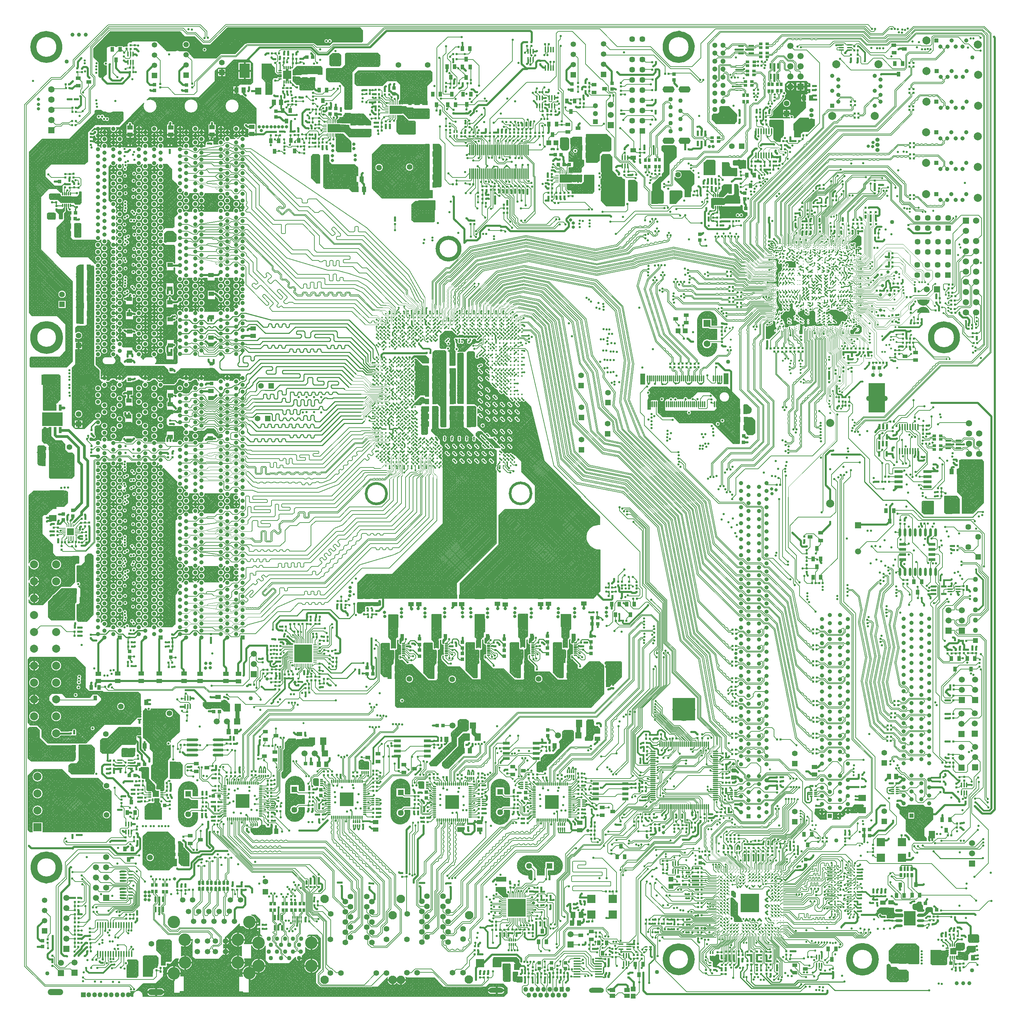
<source format=gtl>
%FSLAX25Y25*%
%MOIN*%
G70*
G01*
G75*
G04 Layer_Physical_Order=1*
G04 Layer_Color=255*
%ADD10C,0.01000*%
%ADD11C,0.00800*%
%ADD12C,0.06000*%
%ADD13C,0.00600*%
%ADD14C,0.07000*%
%ADD15C,0.00500*%
%ADD16C,0.04000*%
%ADD17C,0.02500*%
%ADD18C,0.06500*%
%ADD19C,0.01772*%
%ADD20C,0.01772*%
%ADD21O,0.01260X0.03543*%
%ADD22R,0.03465X0.03465*%
%ADD23R,0.03937X0.05276*%
%ADD24R,0.05276X0.03937*%
%ADD25R,0.03465X0.03465*%
%ADD26R,0.02284X0.02362*%
%ADD27O,0.01181X0.03937*%
%ADD28O,0.03937X0.01181*%
%ADD29O,0.03937X0.01181*%
%ADD30R,0.02362X0.02284*%
%ADD31R,0.02756X0.03543*%
%ADD32O,0.01181X0.06299*%
%ADD33O,0.05906X0.01260*%
%ADD34O,0.01260X0.05906*%
%ADD35C,0.01024*%
%ADD36O,0.01181X0.06299*%
%ADD37R,0.02362X0.02284*%
%ADD38R,0.04600X0.03200*%
%ADD39C,0.03150*%
%ADD40R,0.02677X0.06299*%
%ADD41O,0.00984X0.02992*%
%ADD42R,0.06299X0.07284*%
%ADD43O,0.00906X0.03937*%
%ADD44O,0.01299X0.03347*%
%ADD45O,0.03622X0.01024*%
%ADD46O,0.01299X0.08661*%
%ADD47R,0.09843X0.12992*%
%ADD48O,0.05315X0.01654*%
%ADD49R,0.03937X0.01772*%
%ADD50O,0.01181X0.02992*%
%ADD51R,0.02165X0.05315*%
%ADD52O,0.01378X0.06500*%
%ADD53R,0.01299X0.02756*%
%ADD54R,0.02756X0.01299*%
%ADD55O,0.03937X0.00906*%
%ADD56R,0.05118X0.05906*%
%ADD57R,0.05394X0.06496*%
%ADD58O,0.07087X0.01575*%
%ADD59O,0.03937X0.01260*%
%ADD60O,0.01260X0.03937*%
%ADD61R,0.07284X0.06299*%
%ADD62R,0.05197X0.02362*%
%ADD63O,0.05000X0.01575*%
%ADD64R,0.07874X0.02835*%
%ADD65O,0.01575X0.05906*%
%ADD66R,0.07008X0.12992*%
%ADD67R,0.02165X0.05315*%
%ADD68R,0.03543X0.02756*%
%ADD69O,0.02992X0.00984*%
%ADD70R,0.05315X0.02165*%
%ADD71C,0.01654*%
%ADD72C,0.01181*%
%ADD73O,0.01575X0.05000*%
%ADD74R,0.05000X0.05079*%
%ADD75R,0.14173X0.10236*%
%ADD76R,0.11811X0.08268*%
%ADD77R,0.03937X0.05276*%
%ADD78O,0.00984X0.03386*%
%ADD79O,0.01181X0.03600*%
%ADD80R,0.07874X0.08268*%
%ADD81R,0.10236X0.14173*%
%ADD82R,0.01575X0.03150*%
%ADD83R,0.03200X0.04600*%
%ADD84R,0.05079X0.05000*%
%ADD85O,0.01575X0.05433*%
%ADD86R,0.02362X0.05197*%
%ADD87O,0.01654X0.06102*%
%ADD88R,0.10236X0.05118*%
%ADD89R,0.08465X0.07874*%
%ADD90R,0.06378X0.02835*%
%ADD91R,0.08465X0.08071*%
%ADD92R,0.07874X0.04724*%
%ADD93O,0.03386X0.00984*%
%ADD94R,0.05906X0.05118*%
%ADD95O,0.01260X0.03937*%
%ADD96O,0.03937X0.01260*%
%ADD97R,0.06181X0.07165*%
%ADD98R,0.01890X0.03937*%
%ADD99R,0.02953X0.03937*%
%ADD100R,0.02284X0.02362*%
%ADD101R,0.03465X0.03465*%
%ADD102O,0.07500X0.02400*%
%ADD103R,0.03150X0.01575*%
%ADD104R,0.05748X0.04409*%
%ADD105O,0.01378X0.06772*%
%ADD106O,0.03937X0.01496*%
%ADD107O,0.08000X0.02400*%
%ADD108R,0.06693X0.02835*%
%ADD109O,0.03600X0.01181*%
%ADD110R,0.14173X0.10236*%
%ADD111R,0.07874X0.07677*%
%ADD112R,0.07284X0.06299*%
%ADD113O,0.07087X0.01575*%
%ADD114O,0.03937X0.01496*%
%ADD115O,0.03347X0.01299*%
%ADD116R,0.07874X0.07677*%
%ADD117R,0.08661X0.09843*%
%ADD118R,0.03465X0.03465*%
%ADD119R,0.17500X0.17500*%
%ADD120R,0.13780X0.09843*%
%ADD121R,0.05276X0.03937*%
%ADD122O,0.01181X0.03740*%
%ADD123O,0.03800X0.01181*%
%ADD124O,0.02677X0.08071*%
%ADD125O,0.01260X0.05700*%
%ADD126O,0.01181X0.10827*%
%ADD127R,0.06496X0.06496*%
%ADD128R,0.07874X0.07874*%
%ADD129R,0.07087X0.07087*%
%ADD130R,0.12205X0.08268*%
%ADD131R,0.12205X0.01693*%
%ADD132R,0.09843X0.06772*%
%ADD133R,0.20472X0.13780*%
%ADD134C,0.01024*%
%ADD135C,0.01200*%
%ADD136R,0.06496X0.06496*%
%ADD137R,0.13780X0.13780*%
%ADD138R,0.13780X0.09843*%
%ADD139R,0.16929X0.08661*%
%ADD140R,0.03937X0.01772*%
G04:AMPARAMS|DCode=141|XSize=39.37mil|YSize=52.76mil|CornerRadius=0mil|HoleSize=0mil|Usage=FLASHONLY|Rotation=90.000|XOffset=0mil|YOffset=0mil|HoleType=Round|Shape=Octagon|*
%AMOCTAGOND141*
4,1,8,-0.02638,-0.00984,-0.02638,0.00984,-0.01654,0.01969,0.01654,0.01969,0.02638,0.00984,0.02638,-0.00984,0.01654,-0.01969,-0.01654,-0.01969,-0.02638,-0.00984,0.0*
%
%ADD141OCTAGOND141*%

%ADD142C,0.04000*%
%ADD143R,0.05512X0.03937*%
%ADD144R,0.11221X0.13976*%
%ADD145C,0.01260*%
%ADD146R,0.04724X0.11024*%
%ADD147C,0.01772*%
%ADD148O,0.02362X0.14567*%
%ADD149C,0.01800*%
%ADD150C,0.01500*%
%ADD151C,0.02000*%
%ADD152C,0.00700*%
%ADD153C,0.01200*%
%ADD154C,0.01969*%
%ADD155C,0.03000*%
%ADD156C,0.01600*%
%ADD157C,0.01300*%
%ADD158C,0.00350*%
%ADD159C,0.00400*%
%ADD160C,0.00300*%
%ADD161C,0.00900*%
%ADD162R,0.05900X0.04550*%
%ADD163R,0.18350X0.18100*%
%ADD164R,0.06850X0.04700*%
%ADD165R,0.16050X0.28800*%
%ADD166R,0.10850X0.06672*%
%ADD167R,0.10700X0.03150*%
%ADD168R,0.11100X0.08100*%
%ADD169R,0.22300X0.22300*%
%ADD170R,0.02500X0.02950*%
%ADD171R,0.03800X0.02950*%
%ADD172R,0.06900X0.06650*%
%ADD173R,0.03100X0.03600*%
%ADD174R,0.19050X0.02650*%
%ADD175R,0.02450X0.09200*%
%ADD176R,0.03550X0.06550*%
%ADD177R,0.02550X0.02600*%
%ADD178R,0.18600X0.02300*%
%ADD179R,0.01971X0.08558*%
%ADD180C,0.03937*%
%ADD181O,0.04528X0.04921*%
%ADD182C,0.04331*%
%ADD183C,0.04134*%
%ADD184C,0.05709*%
%ADD185C,0.07874*%
%ADD186C,0.05315*%
%ADD187O,0.04528X0.04921*%
%ADD188C,0.05906*%
%ADD189R,0.05709X0.05709*%
%ADD190R,0.04134X0.04134*%
%ADD191R,0.05906X0.05906*%
%ADD192C,0.05906*%
%ADD193R,0.05906X0.05906*%
%ADD194R,0.04528X0.04921*%
%ADD195C,0.06102*%
%ADD196R,0.06102X0.06102*%
%ADD197R,0.05315X0.05315*%
%ADD198C,0.05118*%
%ADD199C,0.06102*%
%ADD200O,0.05118X0.05118*%
%ADD201C,0.05512*%
%ADD202C,0.05000*%
%ADD203C,0.06200*%
%ADD204R,0.05906X0.05906*%
%ADD205R,0.04331X0.04528*%
%ADD206C,0.06500*%
%ADD207R,0.06500X0.06500*%
%ADD208R,0.05709X0.05709*%
%ADD209R,0.06200X0.06200*%
%ADD210C,0.06299*%
%ADD211R,0.06299X0.06299*%
%ADD212R,0.05709X0.05709*%
%ADD213C,0.04331*%
%ADD214R,0.05315X0.05315*%
%ADD215R,0.05000X0.05000*%
%ADD216R,0.05315X0.05315*%
%ADD217C,0.05315*%
%ADD218R,0.05315X0.05315*%
%ADD219C,0.07874*%
%ADD220C,0.04134*%
%ADD221O,0.04331X0.03937*%
%ADD222O,0.04331X0.03937*%
%ADD223R,0.05118X0.05118*%
%ADD224C,0.06299*%
%ADD225C,0.05709*%
%ADD226R,0.04134X0.04134*%
%ADD227O,0.14567X0.05000*%
%ADD228C,0.12205*%
%ADD229C,0.12205*%
%ADD230C,0.05118*%
%ADD231C,0.08268*%
%ADD232C,0.08268*%
%ADD233C,0.05512*%
%ADD234O,0.15354X0.05906*%
%ADD235O,0.11811X0.06221*%
%ADD236R,0.04134X0.04134*%
%ADD237C,0.22441*%
%ADD238C,0.02165*%
%ADD239C,0.01969*%
%ADD240C,0.02165*%
%ADD241C,0.02559*%
%ADD242C,0.02047*%
%ADD243C,0.02362*%
%ADD244C,0.02756*%
%ADD245C,0.01890*%
%ADD246C,0.01890*%
%ADD247C,0.03543*%
%ADD248C,0.02559*%
%ADD249C,0.02047*%
%ADD250C,0.03543*%
%ADD251C,0.03150*%
%ADD252C,0.02756*%
D10*
X4188758Y2559600D02*
G03*
X4188758Y2559600I-2608J0D01*
G01*
X4521700Y2413300D02*
G03*
X4532909Y2413390I5600J600D01*
G01*
X4532800Y2401200D02*
G03*
X4521591Y2401110I-5600J-600D01*
G01*
X4316500Y1973500D02*
Y1978050D01*
X3791650Y2073700D02*
Y2077950D01*
Y2073700D02*
X3791800Y2073550D01*
X4176799Y2535451D02*
Y2538872D01*
X3907300Y2090800D02*
X3909650Y2088450D01*
X3910950D01*
X3907100Y2091450D02*
Y2095600D01*
X4492550Y1935600D02*
X4497550D01*
X4491650Y1934700D02*
X4492550Y1935600D01*
X4491650Y1931000D02*
Y1934700D01*
Y1931000D02*
X4493055Y1929594D01*
X4497350D01*
X4495150Y1931650D02*
X4496850D01*
X4494500Y1932300D02*
X4495150Y1931650D01*
X4494500Y1932300D02*
Y1933000D01*
X4495031Y1933532D01*
X4497350D01*
X4527300Y2200600D02*
X4575650D01*
X4580700Y2205650D01*
X4585400D01*
X4510750Y2217150D02*
X4527300Y2200600D01*
X4487550Y2217150D02*
X4510750D01*
X4487050Y2217650D02*
X4487550Y2217150D01*
X4544050Y1865950D02*
X4585650D01*
X4537350Y1872650D02*
X4544050Y1865950D01*
X4508951Y1855600D02*
Y1858699D01*
X4512100Y1855600D02*
Y1858950D01*
X4515950Y1856200D02*
Y1858650D01*
X4515550Y1859050D02*
X4515950Y1858650D01*
X4505800Y1859050D02*
X4515550D01*
X4505050Y1858300D02*
X4505800Y1859050D01*
X4505050Y1855600D02*
Y1858300D01*
X4497400Y1804650D02*
X4502450D01*
X4381106Y1845956D02*
X4384092Y1848943D01*
X4545550Y1784900D02*
Y1785500D01*
Y1784900D02*
X4547050Y1783400D01*
X4547900D01*
X4550800Y1780500D01*
Y1778100D02*
Y1780500D01*
X4549750Y1785600D02*
X4553450Y1781900D01*
Y1781250D02*
Y1781900D01*
X4553650Y1786300D02*
Y1790250D01*
Y1786300D02*
X4555513Y1784437D01*
Y1780769D02*
Y1784437D01*
X4557481Y1780769D02*
Y1782981D01*
X4561000Y1786500D01*
X4564850D01*
X4557250Y1787550D02*
Y1791100D01*
X4561150Y1790550D02*
Y1793950D01*
X4553545Y1763806D02*
Y1768669D01*
X4423100Y1833850D02*
X4424200Y1834950D01*
Y1835950D01*
X4437453Y1858344D02*
Y1861197D01*
X4436450Y1855150D02*
X4437300D01*
X4434800Y1856800D02*
X4436450Y1855150D01*
X4433550Y1856800D02*
X4434800D01*
X4433950Y1852850D02*
X4435200D01*
X4436005Y1852045D01*
X4437453D01*
X4453900Y1833000D02*
X4456050D01*
X4453950Y1811650D02*
X4456250Y1813950D01*
X4453750Y1811650D02*
X4453950D01*
X4375541Y1807100D02*
X4377793Y1804848D01*
X4380943Y1833195D02*
X4382487Y1831650D01*
X4379050Y1828550D02*
X4380600Y1827000D01*
X4375900Y1828500D02*
X4377505Y1826895D01*
X4377793D01*
X4443900Y1829900D02*
X4445850D01*
X4433500D02*
X4440200D01*
X4431850Y1826400D02*
X4432200Y1826750D01*
X4437350D01*
X4440603Y1820753D02*
Y1823698D01*
X4436001Y1820549D02*
X4437453D01*
X4434500Y1822050D02*
X4436001Y1820549D01*
X4434500Y1822050D02*
Y1822300D01*
X4435950Y1823750D01*
X4437550D01*
X4432750Y1816550D02*
X4433599Y1817399D01*
X4437453D01*
X4435900Y1808150D02*
X4437400Y1809650D01*
Y1814100D01*
X4439600Y1808100D02*
X4440603Y1809103D01*
Y1811100D01*
X4086550Y1948700D02*
Y1951450D01*
X4086200Y1951800D02*
X4086550Y1951450D01*
X4085600Y1951800D02*
X4086200D01*
X4084631Y1950831D02*
X4085600Y1951800D01*
X4084631Y1948300D02*
Y1950831D01*
X4082700Y1948550D02*
Y1951200D01*
X4082100Y1951800D02*
X4082700Y1951200D01*
X4081600Y1951800D02*
X4082100D01*
X4080850Y1951050D02*
X4081600Y1951800D01*
X4080850Y1948550D02*
Y1951050D01*
X4080622Y1900478D02*
X4080900Y1900200D01*
X4080622Y1900478D02*
Y1903500D01*
X4069850Y1910800D02*
X4070750Y1909900D01*
Y1903650D02*
Y1909900D01*
X4064850Y1900850D02*
Y1903800D01*
X4055032Y1900381D02*
Y1903500D01*
X4045900Y1924250D02*
X4048050D01*
X4045050Y1925100D02*
X4045900Y1924250D01*
X4044350Y1925100D02*
X4045050D01*
X4044250Y1927750D02*
X4044900D01*
X4046450Y1926200D01*
X4048450D01*
X4040450Y1918850D02*
X4040900Y1919300D01*
X4040450Y1918650D02*
Y1918850D01*
X4038500Y1916700D02*
X4040450Y1918650D01*
X4038500Y1916150D02*
Y1916700D01*
X4045000Y1918050D02*
X4045261Y1918311D01*
X4048300D01*
X4044250Y1921150D02*
X4044800D01*
X4045670Y1920280D01*
X4048300D01*
X4060937Y1938800D02*
Y1942363D01*
X4048550Y1939850D02*
X4049750Y1938650D01*
X4050750D01*
X3992150Y1918550D02*
X3994650D01*
X3995300Y1919200D01*
Y1919850D01*
X3994682Y1920469D02*
X3995300Y1919850D01*
X3992100Y1920469D02*
X3994682D01*
X3992500Y1922500D02*
X3994200D01*
X3995050Y1923350D01*
Y1923500D01*
X3994144Y1924405D02*
X3995050Y1923500D01*
X3992100Y1924405D02*
X3994144D01*
X3988066Y1926817D02*
X3989050Y1927800D01*
X3980000Y1926817D02*
X3988066D01*
X3974750Y1895200D02*
Y1897300D01*
X3974050Y1894500D02*
X3974750Y1895200D01*
X3973924Y1894500D02*
X3974050D01*
X3972737Y1895687D02*
X3973924Y1894500D01*
X3972737Y1895687D02*
Y1897900D01*
X3970700Y1895450D02*
Y1897400D01*
X3969800Y1894550D02*
X3970700Y1895450D01*
X3969650Y1894550D02*
X3969800D01*
X3968800Y1895400D02*
X3969650Y1894550D01*
X3968800Y1895400D02*
Y1897900D01*
X3951632Y1902968D02*
Y1906100D01*
X3935350Y1919150D02*
X3937600Y1921400D01*
Y1921600D01*
X3938600Y1922600D01*
Y1922900D01*
X3941579Y1922879D02*
X3944900D01*
X3882500Y1951050D02*
Y1954400D01*
X3881800Y1955100D02*
X3882500Y1954400D01*
X3881600Y1955100D02*
X3881800D01*
X3880531Y1954032D02*
X3881600Y1955100D01*
X3880531Y1950800D02*
Y1954032D01*
X3878650Y1951250D02*
Y1954700D01*
X3878100Y1955250D02*
X3878650Y1954700D01*
X3877550Y1955250D02*
X3878100D01*
X3876595Y1954295D02*
X3877550Y1955250D01*
X3876595Y1950800D02*
Y1954295D01*
X3855850Y1941700D02*
Y1943050D01*
X3855537Y1941387D02*
X3855850Y1941700D01*
X3855537Y1939700D02*
Y1941387D01*
X3851600Y1942400D02*
X3852050Y1942850D01*
X3851600Y1939700D02*
Y1942400D01*
X3845450Y1943100D02*
X3845694Y1942855D01*
Y1939700D02*
Y1942855D01*
X3892263Y1919837D02*
Y1920587D01*
X3891045Y1921806D02*
X3892263Y1920587D01*
X3889300Y1921806D02*
X3891045D01*
X3889300Y1917868D02*
X3891418D01*
X3889300Y1919837D02*
X3892263D01*
X3891900Y1918350D02*
Y1919750D01*
X3891200Y1917650D02*
X3891900Y1918350D01*
X3891200Y1916300D02*
Y1917650D01*
X3890800Y1915900D02*
X3891200Y1916300D01*
X3889300Y1915900D02*
X3890800D01*
X3879100Y1898600D02*
Y1902700D01*
X3877050Y1904750D02*
X3879100Y1902700D01*
X3875400Y1904750D02*
X3877050D01*
X3864100Y1908350D02*
X3865379Y1907071D01*
Y1904400D02*
Y1907071D01*
X3859474Y1901076D02*
Y1904400D01*
X3849632Y1900418D02*
Y1904400D01*
X3846161Y1919211D02*
X3847250Y1920300D01*
X3842900Y1919211D02*
X3846161D01*
X3838400Y1906750D02*
X3839400Y1907750D01*
X3841019Y1909369D01*
X3842900D01*
X3781600Y1925700D02*
Y1926250D01*
Y1925700D02*
X3785550Y1921750D01*
X3788750D01*
X3788050Y1917650D02*
X3788800Y1918400D01*
X3785100Y1917650D02*
X3788050D01*
X4219200Y2123800D02*
Y2127400D01*
X4219000Y2127600D02*
X4219200Y2127400D01*
X4216600Y2127600D02*
X4219000D01*
X4219200Y2131850D02*
Y2135450D01*
X4218900Y2131550D02*
X4219200Y2131850D01*
X4216200Y2131550D02*
X4218900D01*
X4222650Y2131450D02*
X4225250D01*
X4222750Y2127500D02*
X4225500D01*
X4197500Y2067100D02*
X4201050D01*
X4193750Y2070850D02*
X4197500Y2067100D01*
X4201250Y2073200D02*
Y2077750D01*
X4198500Y2080500D02*
X4201250Y2077750D01*
X4192800Y2080500D02*
X4198500D01*
X4191700Y2079400D02*
X4192800Y2080500D01*
X4191700Y2077500D02*
Y2079400D01*
X4183100Y2063800D02*
X4191000Y2055900D01*
Y2054400D02*
Y2055900D01*
X4141150Y2061850D02*
Y2063500D01*
Y2061850D02*
X4148500Y2054500D01*
Y2051200D02*
Y2054500D01*
X4158200Y2067950D02*
X4159050Y2067100D01*
X4154150Y2067950D02*
X4158200D01*
X4151600Y2070500D02*
X4154150Y2067950D01*
X4148400Y2074050D02*
X4151600D01*
X4150250Y2078000D02*
Y2080100D01*
X4150850Y2080700D01*
X4154700D01*
X4157050Y2078350D01*
X4158500D01*
X4159200Y2077650D01*
Y2072750D02*
Y2077650D01*
X4097950Y2063850D02*
X4106150Y2055650D01*
Y2055100D02*
Y2055650D01*
X4116400Y2070700D02*
Y2074500D01*
X4111500Y2080200D02*
X4115900Y2075800D01*
X4107100Y2080200D02*
X4111500D01*
X4106300Y2079400D02*
X4107100Y2080200D01*
X4106300Y2077500D02*
Y2079400D01*
X4108000Y2070300D02*
X4109050D01*
X4115100Y2064250D01*
X4116300D01*
X4065600Y2077950D02*
Y2080000D01*
X4066650Y2081050D01*
X4069900D01*
X4071900Y2079050D01*
Y2075950D02*
Y2079050D01*
Y2075950D02*
X4075800Y2072050D01*
Y2067400D02*
Y2072050D01*
X4072700Y2060950D02*
X4075050D01*
X4070950Y2062700D02*
X4072700Y2060950D01*
X4070950Y2062700D02*
Y2067800D01*
X4068100Y2070650D02*
X4070950Y2067800D01*
X4065700Y2070650D02*
X4068100D01*
X4056600Y2061950D02*
Y2063300D01*
Y2061950D02*
X4061650Y2056900D01*
X4064150D01*
X3983150Y2108850D02*
Y2110800D01*
X3982700Y2111250D02*
X3983150Y2110800D01*
X3987550Y2108750D02*
Y2110050D01*
X3986500Y2111100D02*
X3987550Y2110050D01*
X3987800Y2105400D02*
X3990300D01*
X3987000Y2104600D02*
X3987800Y2105400D01*
X3987000Y2102650D02*
Y2104600D01*
X3986450Y2102100D02*
X3987000Y2102650D01*
X3983250Y2102900D02*
Y2104900D01*
X3982850Y2105300D02*
X3983250Y2104900D01*
X3979350Y2105300D02*
X3982850D01*
X4023250Y2077050D02*
Y2077950D01*
X4024750Y2079450D01*
X4028750D01*
X4032100Y2076100D01*
X4032800D01*
X4033700Y2075200D01*
Y2070600D02*
Y2075200D01*
X4027400Y2070000D02*
X4032700Y2064700D01*
X4024300Y2070000D02*
X4027400D01*
X4017000Y2063100D02*
X4021800Y2058300D01*
X4014700Y2063100D02*
X4017000D01*
X3952100Y2052150D02*
Y2053900D01*
X3951150Y2051200D02*
X3952100Y2052150D01*
X3946600Y2051200D02*
X3951150D01*
X3944800Y2053000D02*
X3946600Y2051200D01*
X3944800Y2053000D02*
Y2053300D01*
X3966950Y2057500D02*
X3978600D01*
X3957150Y2047700D02*
X3966950Y2057500D01*
X3947000Y2047700D02*
X3957150D01*
X3938000Y2056700D02*
X3947000Y2047700D01*
X3935600Y2056700D02*
X3938000D01*
X3970600Y2050750D02*
Y2051000D01*
X3962200Y2042350D02*
X3970600Y2050750D01*
X3948100Y2042350D02*
X3962200D01*
X3943700Y2046750D02*
X3948100Y2042350D01*
X3935700Y2046750D02*
X3943700D01*
X4119600Y2258200D02*
X4121100Y2256700D01*
X4111600Y2245550D02*
X4112200D01*
X4109650Y2247500D02*
X4111600Y2245550D01*
X4109650Y2247500D02*
Y2249200D01*
X4110350Y2249900D01*
Y2252200D01*
X4112200Y2254050D01*
Y2254500D01*
X4327666Y2331916D02*
Y2336500D01*
X4325698Y2332102D02*
Y2336500D01*
Y2332102D02*
X4326250Y2331550D01*
X4328600D01*
X4329634Y2332585D01*
Y2336500D01*
X4311918Y2333068D02*
Y2336500D01*
X4310100Y2331250D02*
X4311918Y2333068D01*
X4307750Y2331250D02*
X4310100D01*
X4306013Y2332987D02*
X4307750Y2331250D01*
X4306013Y2332987D02*
Y2336500D01*
X4300107Y2333007D02*
Y2336500D01*
X4298350Y2331250D02*
X4300107Y2333007D01*
X4296050Y2331250D02*
X4298350D01*
X4294202Y2333098D02*
X4296050Y2331250D01*
X4294202Y2333098D02*
Y2336500D01*
X4284700Y2331800D02*
X4286800D01*
X4288296Y2333296D01*
Y2336500D01*
X4283850Y2331800D02*
X4284700D01*
X4282391Y2333259D02*
X4283850Y2331800D01*
X4282391Y2333259D02*
Y2336500D01*
X4276485Y2332585D02*
Y2336500D01*
X4274600Y2330700D02*
X4276485Y2332585D01*
X4271750Y2330700D02*
X4274600D01*
X4270580Y2331870D02*
X4271750Y2330700D01*
X4270580Y2331870D02*
Y2336500D01*
X4264400Y2331250D02*
X4264674Y2331524D01*
Y2336500D01*
X4258768Y2331819D02*
Y2336500D01*
X4258300Y2331350D02*
X4258768Y2331819D01*
X4257950Y2331350D02*
X4258300D01*
X4256800Y2332500D02*
X4257950Y2331350D01*
X4256800Y2332500D02*
Y2336500D01*
X4087000Y2576750D02*
Y2583800D01*
X4097600Y2594400D01*
Y2600650D01*
X4097000Y2601250D02*
X4097600Y2600650D01*
X3985350Y2619200D02*
X3990900D01*
X3985100Y2618950D02*
X3985350Y2619200D01*
X3985100Y2615500D02*
Y2618950D01*
X3977400Y2615300D02*
X3982050D01*
X3988000Y2611300D02*
X3990100D01*
X3949699Y2588300D02*
Y2592201D01*
X3951274Y2590574D02*
X3952800Y2592100D01*
X3951274Y2588300D02*
Y2590574D01*
X3935900Y2599500D02*
Y2601900D01*
X3938600Y2604600D01*
X3941500D01*
X3942600Y2605700D01*
X3903600Y2629250D02*
Y2630200D01*
X3904650Y2629150D01*
Y2630350D01*
X3905150Y2630850D01*
X3902850D02*
X3905150D01*
X3902850Y2628400D02*
Y2630850D01*
X3903150Y2628550D02*
X3903450Y2628850D01*
X3904550D01*
X3904950Y2628450D01*
Y2627100D02*
Y2628450D01*
X3906750Y2627350D02*
X3912450Y2621650D01*
X3913850D01*
X3916200Y2645750D02*
X3916900Y2646450D01*
X3913350Y2645750D02*
X3916200D01*
X3912850Y2646250D02*
X3913350Y2645750D01*
X3912850Y2646250D02*
Y2649400D01*
X3907200Y2641200D02*
X3908700D01*
X3909400Y2641900D01*
Y2654100D01*
X3903700Y2649200D02*
X3904300Y2649800D01*
X3903700Y2646800D02*
Y2649200D01*
X3900550Y2644900D02*
Y2650600D01*
X3899750Y2644100D02*
X3900550Y2644900D01*
X3899750Y2643150D02*
Y2644100D01*
Y2643150D02*
X3900900Y2642000D01*
Y2641100D02*
Y2642000D01*
X3896800Y2638400D02*
Y2645450D01*
X4396100Y2384750D02*
Y2386900D01*
Y2384750D02*
X4396600Y2384250D01*
Y2382250D02*
Y2384250D01*
Y2382250D02*
X4396850Y2382000D01*
Y2378950D02*
Y2382000D01*
X4025800Y2396300D02*
X4026100Y2396600D01*
Y2402600D01*
X4025700Y2402200D02*
X4026100Y2402600D01*
X4025700Y2400300D02*
Y2402200D01*
X4011400Y2399900D02*
Y2402850D01*
X4013300Y2404750D01*
Y2405650D01*
X4388200Y2465950D02*
Y2466300D01*
Y2465950D02*
X4389100Y2465050D01*
Y2463100D02*
Y2465050D01*
X4387800Y2461800D02*
X4389100Y2463100D01*
X4384450Y2461800D02*
X4387800D01*
X4383950Y2462300D02*
X4384450Y2461800D01*
X4382350Y2462300D02*
X4383950D01*
X4381200Y2461150D02*
X4382350Y2462300D01*
X4381200Y2460750D02*
Y2461150D01*
X4380550Y2460100D02*
X4381200Y2460750D01*
X4380550Y2460100D02*
Y2461400D01*
X4378950Y2463000D02*
X4380550Y2461400D01*
X4377000Y2463000D02*
X4378950D01*
X4376400Y2463600D02*
X4377000Y2463000D01*
X4379850Y2464400D02*
X4380800D01*
X4379350Y2464900D02*
X4379850Y2464400D01*
X4378150Y2464900D02*
X4379350D01*
X4376200Y2466850D02*
X4378150Y2464900D01*
X4379700Y2468350D02*
X4380050D01*
X4379250Y2468800D02*
X4379700Y2468350D01*
X4378000Y2468800D02*
X4379250D01*
X4377900Y2468700D02*
X4378000Y2468800D01*
X4377900Y2467700D02*
Y2468700D01*
Y2467700D02*
X4378700Y2466900D01*
X4378900D01*
X4379300Y2466500D01*
X4380500D01*
X4382100Y2467000D02*
X4382600Y2466500D01*
X4382100Y2467000D02*
Y2468500D01*
X4379300Y2471300D02*
X4382100Y2468500D01*
X4376500Y2471300D02*
X4379300D01*
X4376100Y2470900D02*
X4376500Y2471300D01*
X4383900Y2468350D02*
Y2470000D01*
X4380850Y2473050D02*
X4383900Y2470000D01*
X4427150Y2505300D02*
X4431400D01*
X4465550Y2463000D02*
X4466200Y2463650D01*
X4461500Y2463000D02*
X4465550D01*
X4461100Y2462600D02*
X4461500Y2463000D01*
X4458200Y2468400D02*
X4460200D01*
X4458150Y2468350D02*
X4458200Y2468400D01*
X4458150Y2466950D02*
Y2468350D01*
Y2466950D02*
X4458650Y2466450D01*
X4459350D01*
X4393700Y2457300D02*
X4393800Y2457200D01*
X4393700Y2457300D02*
Y2458400D01*
X4396250Y2460950D01*
Y2462450D01*
X4394800Y2463900D02*
X4396250Y2462450D01*
X4400650Y2460400D02*
X4400900D01*
X4398550Y2462500D02*
X4400650Y2460400D01*
X4396300Y2462500D02*
X4398550D01*
X4407900Y2460300D02*
Y2462400D01*
X4406750Y2459150D02*
X4407900Y2460300D01*
X4416750Y2459650D02*
Y2462500D01*
X4416500Y2459400D02*
X4416750Y2459650D01*
X4419150Y2462650D02*
X4420150D01*
X4420700Y2462100D01*
X4425800Y2459700D02*
Y2462400D01*
X4425300Y2459200D02*
X4425800Y2459700D01*
X4430650Y2458750D02*
X4432700Y2460800D01*
X4434800Y2460300D02*
Y2462400D01*
X4437100Y2460600D02*
X4437750D01*
X4438700Y2461550D01*
X4443800Y2462050D02*
Y2462400D01*
X4443450Y2461700D02*
X4443800Y2462050D01*
X4443250Y2461500D02*
X4443450Y2461700D01*
X4443250Y2459550D02*
Y2461500D01*
X4441000Y2457300D02*
X4443250Y2459550D01*
X4457650Y2464550D02*
X4459150D01*
X4452300Y2464350D02*
Y2466400D01*
X4456200Y2467800D02*
Y2468400D01*
Y2467800D02*
X4456900Y2467100D01*
X4457800D01*
X4455500Y2448250D02*
X4457450D01*
X4457800Y2447900D01*
X4449200Y2457300D02*
X4449500Y2457000D01*
X4452100D01*
X4453350Y2455750D01*
Y2454800D02*
Y2455750D01*
X4450500Y2451950D02*
X4453350Y2454800D01*
X4450050Y2452400D02*
X4450500Y2451950D01*
X4448250Y2452400D02*
X4450050D01*
X4448150Y2452300D02*
X4448250Y2452400D01*
X4443750Y2453200D02*
X4444950Y2452000D01*
X4445750D01*
X4448250Y2450350D02*
X4448900Y2449700D01*
X4446250Y2450350D02*
X4448250D01*
X4444700Y2448800D02*
X4446250Y2450350D01*
X4444700Y2447800D02*
Y2448800D01*
X4437200Y2445900D02*
X4437600Y2446300D01*
X4441100D01*
X4441500Y2446700D01*
X4442000D01*
X4442900Y2445800D01*
X4443650D01*
X4450200Y2432413D02*
Y2433050D01*
X4451650Y2434500D01*
Y2436300D01*
X4452700Y2437350D01*
Y2437650D01*
X4452200Y2438150D02*
X4452700Y2437650D01*
X4452050Y2438150D02*
X4452200D01*
X4451300Y2438900D02*
X4452050Y2438150D01*
X4451300Y2438900D02*
Y2440300D01*
X4449700Y2441900D02*
X4451300Y2440300D01*
X4449700Y2441900D02*
Y2445500D01*
X4438000Y2437200D02*
Y2437650D01*
X4439000Y2438650D01*
Y2439850D01*
X4438250Y2440600D02*
X4439000Y2439850D01*
X4437950Y2440600D02*
X4438250D01*
X4435900Y2438550D02*
X4437950Y2440600D01*
X4435900Y2437450D02*
Y2438550D01*
X4432700Y2442900D02*
X4433950D01*
X4434700Y2442150D01*
Y2441550D02*
Y2442150D01*
X4434050Y2440900D02*
X4434700Y2441550D01*
X4432800Y2440900D02*
X4434050D01*
X4432700Y2440800D02*
X4432800Y2440900D01*
X4432700Y2452000D02*
X4433800D01*
X4436700Y2454900D01*
X4437200D01*
X4423700Y2452000D02*
X4424100D01*
X4427100Y2455000D01*
X4428200D01*
X4417850Y2454950D02*
X4418400D01*
X4416500Y2453600D02*
X4417850Y2454950D01*
X4416250Y2453600D02*
X4416500D01*
X4414950Y2454900D02*
X4416250Y2453600D01*
X4414250Y2454900D02*
X4414950D01*
X4418050Y2449000D02*
X4418500D01*
X4416850Y2447800D02*
X4418050Y2449000D01*
X4416400Y2447800D02*
X4416850D01*
X4405200Y2454506D02*
X4405555D01*
X4406800Y2455750D01*
X4406950D01*
X4408250Y2454450D01*
X4409400D01*
X4400750Y2454400D02*
X4401600D01*
X4400000Y2455150D02*
X4400750Y2454400D01*
X4408100Y2445600D02*
X4409500D01*
X4407200Y2446500D02*
X4408100Y2445600D01*
X4406700Y2446500D02*
X4407200D01*
X4405900Y2445700D02*
X4406700Y2446500D01*
X4405000Y2445700D02*
X4405900D01*
X4406450Y2443450D02*
X4407200Y2442700D01*
X4409350D01*
X4409450Y2442600D01*
Y2440550D02*
Y2442600D01*
X4413950Y2442900D02*
X4414200D01*
X4412650Y2444200D02*
X4413950Y2442900D01*
X4412650Y2444200D02*
Y2444600D01*
X4414250Y2446200D01*
X4418050Y2442900D02*
X4418500D01*
X4415950Y2440800D02*
X4418050Y2442900D01*
X4414200Y2440800D02*
X4415950D01*
X4414200D02*
X4418700D01*
X4429550Y2444500D02*
Y2444950D01*
X4428400Y2446100D02*
X4429550Y2444950D01*
X4427650Y2446100D02*
X4428400D01*
X4423400Y2446150D02*
X4424000D01*
X4425300Y2444850D01*
Y2444250D02*
Y2444850D01*
X4424300Y2443250D02*
X4425300Y2444250D01*
X4423600Y2443250D02*
X4424300D01*
X4427750Y2440750D02*
X4428850D01*
X4429850Y2441750D01*
X4429450D02*
X4429850D01*
X4428350Y2442850D02*
X4429450Y2441750D01*
X4427950Y2442850D02*
X4428350D01*
X4432200Y2446150D02*
X4433000D01*
X4454700Y2430500D02*
X4455250Y2429950D01*
X4457600D01*
X4457700Y2429850D01*
X4450200Y2428476D02*
Y2429100D01*
X4448850Y2430450D02*
X4450200Y2429100D01*
X4455275Y2428476D02*
X4456200D01*
X4453750Y2426950D02*
X4455275Y2428476D01*
X4449700Y2426950D02*
X4453750D01*
X4448650Y2425900D02*
X4449700Y2426950D01*
X4447400Y2425900D02*
X4448650D01*
X4456200Y2422900D02*
Y2426150D01*
X4455200Y2421100D02*
X4457600D01*
X4451850Y2421500D02*
X4451900D01*
X4453350Y2422950D01*
Y2423600D01*
X4452950Y2423200D02*
X4453350Y2423600D01*
X4452950Y2422950D02*
Y2423200D01*
X4438250Y2428400D02*
Y2429000D01*
X4441150Y2431900D01*
Y2432850D01*
X4439700Y2430650D02*
Y2430800D01*
X4438250Y2432250D02*
X4439700Y2430800D01*
X4438250Y2432250D02*
Y2432700D01*
X4436200Y2428600D02*
Y2430250D01*
X4438100Y2432150D01*
X4432952Y2437852D02*
X4433252D01*
X4431800Y2436700D02*
X4432952Y2437852D01*
X4431450Y2436700D02*
X4431800D01*
X4430000Y2438150D02*
X4431450Y2436700D01*
X4427189Y2434821D02*
Y2434911D01*
X4424248Y2437852D02*
X4427189Y2434911D01*
X4424248Y2437852D02*
X4425400Y2436700D01*
X4425600D01*
X4426850Y2437950D01*
X4427400D01*
X4421128Y2437850D02*
X4427189Y2431789D01*
X4431881Y2433450D02*
X4433252Y2434821D01*
X4431500Y2433450D02*
X4431881D01*
X4429850Y2435100D02*
X4431500Y2433450D01*
X4430220Y2431789D02*
X4431509Y2430500D01*
X4432000D01*
X4433252Y2431752D01*
X4430250Y2428750D02*
X4433252Y2431752D01*
X4431900Y2427300D02*
X4433350Y2428750D01*
X4431900Y2427150D02*
Y2427300D01*
Y2427150D02*
X4433150Y2425900D01*
X4430220Y2425579D02*
Y2425726D01*
Y2425579D02*
X4431500Y2424300D01*
Y2424000D02*
Y2424300D01*
X4430350Y2422850D02*
X4431500Y2424000D01*
X4422700Y2427250D02*
X4422850D01*
X4424350Y2428750D01*
X4426850D01*
X4427250Y2428350D01*
Y2425950D02*
Y2428350D01*
X4422650Y2430300D02*
X4423950Y2431600D01*
Y2432000D01*
X4421000Y2434950D02*
X4423950Y2432000D01*
X4420800Y2434950D02*
X4421000D01*
X4420800D02*
X4421100Y2434650D01*
X4420839Y2431789D02*
X4421126D01*
X4419600Y2430550D02*
X4420839Y2431789D01*
X4419250Y2430550D02*
X4419600D01*
X4418000Y2431800D02*
X4419250Y2430550D01*
X4418000Y2431800D02*
Y2434720D01*
X4416898Y2436650D02*
X4418100Y2437852D01*
X4413600Y2436389D02*
X4415063Y2437852D01*
X4413600Y2436150D02*
Y2436389D01*
Y2436150D02*
X4414850Y2434900D01*
X4409000Y2434821D02*
X4412032Y2437852D01*
X4409000D02*
X4410300Y2436552D01*
X4406200Y2437500D02*
Y2438400D01*
X4405350Y2439250D02*
X4406200Y2438400D01*
X4409050Y2428850D02*
Y2429000D01*
X4411839Y2431789D01*
X4409150Y2431939D02*
X4412032Y2434821D01*
X4409150Y2431500D02*
Y2431939D01*
Y2431500D02*
X4410350Y2430300D01*
X4393450Y2434400D02*
Y2434650D01*
X4392100Y2436000D02*
X4393450Y2434650D01*
X4392100Y2436000D02*
Y2437300D01*
X4392150Y2428350D02*
Y2428850D01*
X4393300Y2430000D01*
Y2430300D01*
X4391900Y2431700D02*
X4393300Y2430300D01*
X4391900Y2431700D02*
Y2432600D01*
X4389150Y2428100D02*
Y2428850D01*
X4390150Y2429850D01*
X4393400Y2420950D02*
Y2421050D01*
X4392000Y2422450D02*
X4393400Y2421050D01*
X4392000Y2422450D02*
Y2423200D01*
X4392100Y2418700D02*
Y2419500D01*
X4393300Y2420700D01*
X4401500Y2414200D02*
Y2414550D01*
X4399900Y2416150D02*
X4401500Y2414550D01*
X4405700Y2410950D02*
X4406150Y2411400D01*
Y2418500D01*
X4408600Y2413600D02*
X4409000D01*
X4408100Y2414100D02*
X4408600Y2413600D01*
X4408100Y2414100D02*
Y2416000D01*
X4408800Y2416700D01*
X4408950D01*
X4410000Y2417750D01*
X4410682Y2414950D02*
X4412032Y2413600D01*
X4413700Y2414963D02*
X4415063Y2413600D01*
X4413700Y2414963D02*
Y2415100D01*
X4415100Y2416500D01*
X4418100Y2413600D02*
Y2413800D01*
X4420850Y2416550D01*
X4418000Y2416650D02*
X4419250Y2415400D01*
X4421126Y2413600D02*
X4422276Y2414750D01*
X4424157Y2416632D02*
X4425489Y2415300D01*
X4425700D01*
X4427100Y2416700D01*
X4430050D01*
X4412032Y2416632D02*
X4415150Y2419750D01*
X4412032Y2419663D02*
X4415063Y2422695D01*
X4409000Y2419663D02*
X4410287Y2420950D01*
X4412032Y2422695D02*
X4413500Y2424163D01*
X4413487D02*
X4413500D01*
X4411900Y2425750D02*
X4413487Y2424163D01*
X4409000Y2425726D02*
X4410350Y2424376D01*
Y2424100D02*
Y2424376D01*
X4409000Y2422750D02*
X4410350Y2424100D01*
X4415063Y2425937D02*
Y2428757D01*
Y2425937D02*
X4415300Y2425700D01*
X4417900D01*
X4419400Y2424200D01*
X4419550D01*
X4421000Y2425650D01*
X4425650Y2424233D02*
X4427189Y2422695D01*
X4425634Y2424233D02*
X4425650D01*
X4424200Y2422800D02*
X4425634Y2424233D01*
X4422650Y2424250D02*
Y2424300D01*
X4423950Y2425600D01*
X4418100Y2419663D02*
X4421126Y2422689D01*
X4418089Y2422700D02*
X4421126Y2419663D01*
X4424157D02*
X4425550Y2421055D01*
X4425845D01*
X4427000Y2419900D01*
X4430220Y2419663D02*
X4433133Y2416750D01*
X4438100Y2418200D02*
Y2418700D01*
X4436600Y2416700D02*
X4438100Y2418200D01*
X4436000Y2417300D02*
X4436600Y2416700D01*
X4436000Y2417300D02*
Y2418800D01*
X4433550Y2422950D02*
X4436200D01*
X4431750Y2421150D02*
X4433550Y2422950D01*
X4431750Y2421150D02*
X4431800D01*
X4433252Y2419698D01*
X4436650Y2421100D02*
X4436800D01*
X4438800Y2423100D01*
X4441150D01*
X4439500Y2416500D02*
Y2417050D01*
X4441050Y2418600D01*
Y2419050D01*
X4451600Y2417200D02*
X4451700D01*
X4453250Y2418750D01*
Y2419150D01*
X4454750Y2417400D02*
Y2417500D01*
X4455950Y2418700D01*
Y2419250D01*
X4456200Y2412000D02*
X4457800D01*
X4455750Y2412450D02*
X4456200Y2412000D01*
X4455600Y2409500D02*
X4456200D01*
X4453550Y2411550D02*
X4455600Y2409500D01*
X4456750Y2407350D02*
X4458150Y2405950D01*
X4452700Y2405600D02*
X4453300D01*
X4454750Y2404150D01*
X4455650D01*
X4455950Y2403850D01*
X4457000D01*
X4457700Y2403150D01*
X4449550Y2414300D02*
X4450200D01*
X4448200Y2412950D02*
X4449550Y2414300D01*
X4448200Y2411500D02*
Y2412950D01*
X4447200Y2409650D02*
Y2410200D01*
X4447800Y2410800D01*
Y2411450D01*
X4437200Y2405900D02*
Y2408750D01*
X4438250Y2409800D01*
X4438800D01*
X4440800Y2411800D01*
X4438200Y2413050D02*
Y2414300D01*
X4437200Y2412050D02*
X4438200Y2413050D01*
X4437200Y2411550D02*
Y2412050D01*
X4436000Y2412750D02*
X4437200Y2411550D01*
X4436000Y2412750D02*
Y2414100D01*
X4433252Y2411352D02*
Y2413600D01*
X4432800Y2410900D02*
X4433252Y2411352D01*
X4430150Y2410900D02*
X4432800D01*
X4430150D02*
Y2413530D01*
X4429950Y2407300D02*
X4430800D01*
X4432500Y2409000D01*
X4432950D01*
X4433100Y2408850D01*
Y2408800D02*
Y2408850D01*
X4432950Y2408650D02*
X4433100Y2408800D01*
X4432150Y2408650D02*
X4432950D01*
X4418100Y2428757D02*
X4419650Y2427208D01*
Y2427400D01*
X4420900Y2428650D01*
X4421050D01*
X4414989Y2431789D02*
X4415063D01*
X4412150Y2428950D02*
X4414989Y2431789D01*
X4393650Y2411350D02*
Y2411650D01*
X4392400Y2412900D02*
X4393650Y2411650D01*
X4392400Y2412900D02*
Y2414200D01*
X4402800Y2411450D02*
Y2411600D01*
X4401500Y2410150D02*
X4402800Y2411450D01*
X4401500Y2409600D02*
Y2410150D01*
X4404700Y2408550D02*
X4405100D01*
X4403500Y2407350D02*
X4404700Y2408550D01*
X4407000Y2407300D02*
Y2407350D01*
X4408050Y2408400D01*
X4409400D01*
X4409500Y2408500D01*
Y2410700D01*
X4413950Y2410750D02*
X4415650D01*
X4415950Y2410450D01*
X4414050Y2408600D02*
X4414950D01*
X4416150Y2407400D01*
X4416700D01*
X4417900Y2408600D01*
X4418500D01*
X4418650Y2408750D01*
Y2410850D01*
X4423750Y2410750D02*
X4425050D01*
X4425700Y2410100D01*
X4427300Y2405600D02*
X4428200D01*
X4425700Y2407200D02*
X4427300Y2405600D01*
X4425550Y2407200D02*
X4425700D01*
X4424200Y2408550D02*
X4425550Y2407200D01*
X4423450Y2408550D02*
X4424200D01*
X4423800Y2402600D02*
X4424200D01*
X4425600Y2404000D01*
X4425900D01*
X4427300Y2402600D01*
X4428200D01*
X4432800Y2391000D02*
X4433150D01*
X4434650Y2392500D01*
X4435000D01*
X4436400Y2391100D01*
X4436950D01*
X4440900Y2391250D02*
X4441400D01*
X4439850Y2392300D02*
X4440900Y2391250D01*
X4575150Y2385500D02*
Y2388700D01*
X4575900Y2380700D02*
X4579250D01*
X4380250Y2541350D02*
Y2545300D01*
X4386400D01*
X4377050Y2545350D02*
Y2548450D01*
X4371500Y2545350D02*
Y2548650D01*
X4388150Y2561250D02*
Y2564450D01*
X4323494Y2515700D02*
Y2517256D01*
X4320950Y2519800D02*
X4323494Y2517256D01*
X4320500Y2519800D02*
X4320950D01*
X4325200Y2486500D02*
Y2490150D01*
X4324450Y2490900D02*
X4325200Y2490150D01*
X4321050Y2490900D02*
X4324450D01*
X4321550Y2494300D02*
X4325050D01*
X4319950Y2490750D02*
X4321300D01*
X4319050Y2491650D02*
X4319950Y2490750D01*
X4319050Y2491650D02*
Y2496600D01*
X4320150Y2497700D01*
X4321400D01*
X4322400Y2498700D01*
X4324850D01*
X4325463Y2499313D01*
Y2504200D01*
X4323494Y2502144D02*
Y2504200D01*
X4322150Y2500800D02*
X4323494Y2502144D01*
X4317900Y2500800D02*
X4322150D01*
X4317150Y2500050D02*
X4317900Y2500800D01*
X4317150Y2498250D02*
Y2500050D01*
X4309800Y2466500D02*
X4314700D01*
X4308400Y2467900D02*
X4309800Y2466500D01*
X4308400Y2467900D02*
Y2471750D01*
X4464850Y2261800D02*
X4466100D01*
X4469450Y2258450D01*
Y2235250D02*
Y2258450D01*
Y2235250D02*
X4487050Y2217650D01*
X4110350Y2563700D02*
Y2569400D01*
X4104500Y2552950D02*
Y2558100D01*
X4098561Y2546289D02*
X4099850Y2545000D01*
X4098561Y2546289D02*
Y2560400D01*
Y2537000D02*
Y2543461D01*
X4100050Y2544950D01*
X4104467Y2537000D02*
Y2542367D01*
X4106700Y2544600D01*
X4109500D01*
X4110373Y2543728D01*
Y2537000D02*
Y2543728D01*
X4116278Y2537000D02*
Y2542778D01*
X4118300Y2544800D01*
X4119750D01*
X4122184Y2542366D01*
Y2537000D02*
Y2542366D01*
X4128089Y2537000D02*
Y2545211D01*
X4133995Y2537000D02*
Y2545144D01*
X4134450Y2545600D01*
X4139900Y2537000D02*
Y2545650D01*
X4092656Y2537000D02*
Y2542594D01*
X4090800Y2544450D02*
X4092656Y2542594D01*
X4080100Y2555500D02*
X4081550Y2556950D01*
X4082500D01*
X4092656Y2553506D02*
Y2560400D01*
X4091850Y2552700D02*
X4092656Y2553506D01*
X3892550Y2628350D02*
X3895100D01*
X3896800Y2630050D01*
X3687737Y2517600D02*
Y2520187D01*
X3688250Y2520700D01*
X3689706Y2503395D02*
Y2506100D01*
Y2503395D02*
X3690550Y2502550D01*
X3677800Y2505700D02*
X3683550D01*
X3677550Y2505950D02*
X3677800Y2505700D01*
X3677550Y2505950D02*
Y2509100D01*
X3677450Y2509000D02*
X3677550Y2509100D01*
X3674150Y2509000D02*
X3677450D01*
X3685769Y2504119D02*
Y2506100D01*
X3685200Y2503550D02*
X3685769Y2504119D01*
X3683950Y2502300D02*
X3685200Y2503550D01*
X3677150Y2502300D02*
X3683950D01*
X3677150Y2501100D02*
Y2502300D01*
Y2501100D02*
X3680550Y2497700D01*
Y2493450D02*
Y2497700D01*
Y2493450D02*
X3680900Y2493100D01*
X3683500D01*
X3683650Y2493250D01*
Y2499050D01*
X3685550Y2500950D01*
Y2503600D01*
Y2502950D02*
Y2503600D01*
X3684200Y2501600D02*
X3685550Y2502950D01*
X3677900Y2501600D02*
X3684200D01*
X3677900D02*
X3681200Y2498300D01*
X3682350D01*
X3685150Y2501100D01*
X3678950D02*
X3685150D01*
X3678950D02*
X3681100Y2498950D01*
X3682300D01*
X3683650Y2500300D01*
X3680050D02*
X3683650D01*
X3680050D02*
X3680650Y2499700D01*
X3682350D01*
X3685050Y2501300D02*
Y2501950D01*
X3789500Y2295100D02*
X3794350D01*
X3796150Y2293300D01*
X3798200D01*
X3708900Y2278000D02*
Y2280100D01*
X3708100Y2277200D02*
X3708900Y2278000D01*
X4072800Y2400266D02*
Y2402600D01*
X4111850Y2356700D02*
X4112200D01*
X4110350Y2355200D02*
X4111850Y2356700D01*
X4025800Y2315700D02*
X4027550Y2313950D01*
X3984100Y2299100D02*
X3984250D01*
X3986300Y2297050D01*
X3989250D01*
X3989900Y2297700D01*
X3993200Y2279500D02*
X3993400Y2279700D01*
X3990950Y2279500D02*
X3993200D01*
X3791650Y2070500D02*
Y2073350D01*
X3790300Y2069150D02*
X3791650Y2070500D01*
X3787850Y2053800D02*
Y2057750D01*
X3719250Y2085800D02*
X3726700D01*
X3730050Y2089150D02*
X3735100D01*
X3738450Y2085800D01*
X3742900D01*
X3748000Y2070650D02*
X3749050Y2069600D01*
X3748000Y2070650D02*
Y2082050D01*
X3749900Y2063400D02*
X3750350Y2063850D01*
X3749900Y2060900D02*
Y2063400D01*
Y2060900D02*
X3751600Y2059200D01*
X3798900Y2085931D02*
X3808131D01*
X3811450Y2089250D01*
X3815300D01*
X3818550Y2086000D01*
X3838700D01*
X3932800Y2083150D02*
Y2085850D01*
X3929300Y2083600D02*
Y2086100D01*
X3931650Y2095800D02*
X3935600D01*
X3923150Y2095700D02*
X3927050D01*
X3889800Y2090200D02*
Y2097000D01*
X3896600Y2103800D01*
X3913500D01*
X3919400Y2109700D01*
X3946350D01*
X3954800Y2101250D01*
X3964850D01*
X3969650Y2106050D01*
Y2115300D01*
X3935600Y2050200D02*
Y2053200D01*
Y2050200D02*
X3935650Y2050150D01*
X3937950D01*
X3938750Y2049350D01*
X3952400Y2054200D02*
Y2062400D01*
X3935550Y2099450D02*
Y2102750D01*
X3927050Y2099500D02*
Y2102350D01*
X4143568Y1908368D02*
X4146000D01*
X4142450Y1907250D02*
X4143568Y1908368D01*
X4132106Y1934495D02*
X4134100D01*
X4131000Y1935600D02*
X4132106Y1934495D01*
X4131000Y1935600D02*
Y1935900D01*
X4131600Y1936500D01*
X4133400D01*
X4131618Y1938432D02*
X4134100D01*
X4131050Y1939000D02*
X4131618Y1938432D01*
X4131050Y1939000D02*
Y1939450D01*
X4131950Y1940350D01*
X4134050D01*
X4096100Y1923805D02*
X4099644D01*
X4096100Y1921837D02*
X4098137D01*
X4099300Y1923000D01*
X4096100Y1919868D02*
X4098331D01*
X4099300Y1918900D01*
Y1918650D02*
Y1918900D01*
X4098550Y1917900D02*
X4099300Y1918650D01*
X4096100Y1917900D02*
X4098550D01*
X4158637Y1938700D02*
Y1941787D01*
X4145650Y1940950D02*
X4147750Y1938850D01*
X4148500D01*
X4162574Y1899526D02*
Y1903400D01*
X4152731Y1900368D02*
Y1903400D01*
X4168480D02*
Y1911480D01*
X4088150Y1779950D02*
Y1783000D01*
X4178595Y1950700D02*
Y1952945D01*
X4180100Y1954450D01*
X4180600Y1953950D01*
Y1951300D02*
Y1953950D01*
X4182531Y1950700D02*
Y1953432D01*
X4183800Y1954700D01*
X4184450Y1954050D01*
Y1951250D02*
Y1954050D01*
X4212800Y2099850D02*
Y2100250D01*
X4210950Y2102100D02*
X4212800Y2100250D01*
X4208100Y2102100D02*
X4210950D01*
X4207650Y2102550D02*
X4208100Y2102100D01*
X4207650Y2102550D02*
Y2106550D01*
X4169600Y1891900D02*
Y1894900D01*
Y1891900D02*
X4170300Y1891200D01*
X4181050D01*
X4183150Y1893300D01*
X4175505Y1891205D02*
Y1894900D01*
X4173537Y1891537D02*
Y1894900D01*
X4171569Y1891532D02*
Y1894900D01*
X4181100Y1924117D02*
X4186866D01*
X4188550Y1925800D01*
X4191950D01*
X4181100Y1926085D02*
X4184535D01*
X4184850Y1926400D01*
X4194200Y1923105D02*
X4196495D01*
X4197100Y1922500D01*
Y1922150D02*
Y1922500D01*
X4196100Y1921150D02*
X4197100Y1922150D01*
X4194900Y1921150D02*
X4196100D01*
X4194200Y1919168D02*
X4196981D01*
X4197300Y1918850D01*
Y1918450D02*
Y1918850D01*
X4196050Y1917200D02*
X4197300Y1918450D01*
X4194400Y1917200D02*
X4196050D01*
X4259206Y1929506D02*
X4262300D01*
X4256200Y1926500D02*
X4259206Y1929506D01*
X4255500Y1926500D02*
X4256200D01*
X4259487Y1927537D02*
X4262300D01*
X4257550Y1925600D02*
X4259487Y1927537D01*
X4257550Y1923600D02*
Y1925600D01*
X4257000Y1923050D02*
X4257550Y1923600D01*
X4255250Y1923050D02*
X4257000D01*
X4208700Y1749800D02*
X4213350D01*
X4214000Y1749150D01*
X4214850D01*
X4275169Y1913018D02*
Y1916339D01*
X4272200Y1910050D02*
X4275169Y1913018D01*
X4277137Y1910587D02*
Y1916339D01*
X4274750Y1908200D02*
X4277137Y1910587D01*
X4300759Y1911859D02*
Y1916339D01*
X4302700Y1913100D02*
Y1916500D01*
Y1913100D02*
X4303900Y1911900D01*
Y1908700D02*
Y1911900D01*
X4262300Y1961002D02*
X4266848D01*
X4262300Y1964800D02*
X4266600D01*
X4266950Y1964450D01*
X4267000Y1977800D02*
X4269150D01*
X4266150Y1976950D02*
X4267000Y1977800D01*
X4261050Y1976950D02*
X4266150D01*
X4277100Y1974700D02*
Y1977350D01*
X4274750Y1972350D02*
X4277100Y1974700D01*
X4274450Y1972350D02*
X4274750D01*
X4281074Y1973674D02*
Y1977939D01*
X4279950Y1972550D02*
X4281074Y1973674D01*
X4278300Y1972550D02*
X4279950D01*
X4277800Y1972050D02*
X4278300Y1972550D01*
X4281074Y1977939D02*
Y1982574D01*
X4281700Y1983200D01*
X4302728Y1974678D02*
Y1977939D01*
X4301150Y1973100D02*
X4302728Y1974678D01*
X4299650Y1973100D02*
X4301150D01*
X4255200Y1935250D02*
X4255450Y1935000D01*
Y1931950D02*
Y1935000D01*
X4319057Y1933442D02*
X4323500D01*
X4316926Y1931474D02*
X4323500D01*
X4315850Y1932550D02*
X4316926Y1931474D01*
X4315850Y1932550D02*
Y1933050D01*
X4323500Y1966907D02*
X4328243D01*
X4330200Y1964950D01*
X4320261Y1964939D02*
X4323500D01*
X4319250Y1965950D02*
X4320261Y1964939D01*
X4276450Y1854400D02*
Y1859900D01*
X4208850Y1767550D02*
X4215050D01*
X4230800Y1774900D02*
Y1776800D01*
Y1774900D02*
X4231250Y1774450D01*
X4241100D01*
X4243200Y1772350D01*
Y1771500D02*
Y1772350D01*
X4349700Y1774950D02*
Y1775750D01*
X4347650Y1777800D02*
X4349700Y1775750D01*
X4347650Y1777800D02*
Y1782750D01*
X4352597Y1787696D01*
Y1789100D01*
X4362045Y1798549D02*
X4363494Y1799998D01*
Y1800251D01*
X4362143Y1801602D02*
X4363494Y1800251D01*
X4365195Y1798549D02*
X4368344Y1801698D01*
X4350150Y1771000D02*
Y1774050D01*
X4346400Y1771250D02*
Y1775100D01*
X4354800Y1765250D02*
Y1767150D01*
X4352450Y1769500D02*
X4354800Y1767150D01*
X4352450Y1769500D02*
Y1773850D01*
X4353050Y1774450D01*
X4354250D01*
X4358750Y1738700D02*
X4359100Y1738350D01*
X4406750D01*
X4411300Y1742900D01*
X4434050D01*
X4440500Y1736450D01*
X4532950D01*
X4333699Y1852092D02*
Y1857430D01*
X4349447Y1839492D02*
Y1839494D01*
X4348000Y1838045D02*
X4349447Y1839492D01*
X4347605Y1838045D02*
X4348000D01*
X4346400Y1839250D02*
X4347605Y1838045D01*
X4352597Y1839494D02*
X4354145Y1837945D01*
Y1838045D01*
X4355400Y1839300D01*
X4358896Y1839494D02*
X4360389Y1838000D01*
X4360550D01*
X4361850Y1839300D01*
X4365195Y1839494D02*
X4366739Y1837950D01*
X4366750D01*
X4368300Y1839500D01*
X4377850Y1839300D02*
X4379000Y1838150D01*
X4316507Y1909943D02*
Y1916339D01*
Y1909943D02*
X4317150Y1909300D01*
X4343250Y1926600D02*
X4348350D01*
X4339000Y1924950D02*
Y1926550D01*
Y1924950D02*
X4339800Y1924150D01*
X4336050Y1924600D02*
X4336650Y1924000D01*
X4336050Y1924600D02*
Y1927700D01*
X4337013Y1928663D01*
X4339150D01*
X4334418Y1930631D02*
X4339150D01*
X4334418D02*
X4334618Y1929432D01*
X4336000Y1928050D01*
X4339150Y1932800D02*
Y1934300D01*
X4338500Y1934950D02*
X4339150Y1934300D01*
X4391350Y1881950D02*
Y1882100D01*
X4389950Y1880550D02*
X4391350Y1881950D01*
X4387250Y1880550D02*
X4389950D01*
X4358650Y1756150D02*
Y1761100D01*
X4362900Y1752600D02*
X4364000D01*
X4374250Y1774100D02*
X4377650D01*
X4374200Y1776950D02*
X4376950D01*
X4365195Y1785955D02*
X4374200Y1776950D01*
X4365195Y1785955D02*
Y1789100D01*
X4373150Y1756500D02*
Y1759500D01*
X4373450Y1759800D01*
Y1761250D01*
X4367950Y1756400D02*
Y1761250D01*
X4362150Y1761900D02*
X4363850D01*
X4354700Y1757750D02*
Y1761150D01*
X4351150Y1754200D02*
X4354700Y1757750D01*
X4351150Y1749900D02*
Y1754200D01*
X4364200Y1756150D02*
Y1758950D01*
X4358600Y1744950D02*
Y1752200D01*
Y1744950D02*
X4362150Y1741400D01*
X4401450D01*
X4404900Y1744850D01*
X4449550D01*
X4407450Y1742500D02*
X4407650D01*
X4404800Y1739850D02*
X4407450Y1742500D01*
X4360450Y1739850D02*
X4404800D01*
X4354000Y1746300D02*
X4360450Y1739850D01*
X4354000Y1746300D02*
Y1750300D01*
X4368500Y1752250D02*
Y1752450D01*
Y1752250D02*
X4377850Y1742900D01*
X4400600D01*
X4404250Y1746550D01*
X4422350D01*
X4423900Y1748100D01*
Y1750500D01*
X4426500Y1753100D01*
X4422350Y1756400D02*
Y1761000D01*
X4420350Y1754400D02*
X4422350Y1756400D01*
X4419350Y1754400D02*
X4420350D01*
X4373600Y1749900D02*
Y1752500D01*
Y1749900D02*
X4379100Y1744400D01*
X4386300D01*
X4388000Y1746100D01*
Y1746550D01*
X3961474Y1902324D02*
Y1906100D01*
X3941300Y1909050D02*
X3943319Y1911069D01*
X3944900D01*
X3940934Y1926817D02*
X3944900D01*
X3983385Y1928785D02*
X3984000Y1929400D01*
X3980000Y1928785D02*
X3983385D01*
X3966400Y1913150D02*
X3967379Y1912170D01*
Y1906100D02*
Y1912170D01*
X3941600Y1919900D02*
X3942611Y1920911D01*
X3944900D01*
X3941100Y1929700D02*
X3941850D01*
X3942765Y1928785D01*
X3944900D01*
X3687737Y2500437D02*
Y2506100D01*
X4232850Y1758500D02*
X4233500Y1759150D01*
Y1762750D01*
X4186300Y2073599D02*
X4189049D01*
X4189750Y2074300D01*
X4383100Y2399400D02*
Y2399500D01*
X4384200Y2400600D01*
Y2402750D01*
X4384800Y2403350D01*
Y2403800D01*
X3682302Y2524403D02*
X3684800Y2526900D01*
X3686750D01*
D11*
X3852765Y2223500D02*
G03*
X3854620Y2223257I1335J2982D01*
G01*
X3848467Y2223151D02*
G03*
X3848448Y2223500I-3267J0D01*
G01*
X3837766D02*
G03*
X3840435Y2223500I1335J2982D01*
G01*
X3841952D02*
G03*
X3848467Y2223151I3248J-349D01*
G01*
X3823267D02*
G03*
X3823248Y2223500I-3267J0D01*
G01*
X3816752D02*
G03*
X3823267Y2223151I3248J-349D01*
G01*
X3812565Y2223500D02*
G03*
X3815235Y2223500I1335J2982D01*
G01*
X3808267Y2223151D02*
G03*
X3808248Y2223500I-3267J0D01*
G01*
X3855101Y2222899D02*
G03*
X3857200Y2218758I-1001J-3110D01*
G01*
X3842367Y2219789D02*
G03*
X3842367Y2219789I-3267J0D01*
G01*
X3848467Y2216458D02*
G03*
X3848467Y2216458I-3267J0D01*
G01*
X3857200Y2217752D02*
G03*
X3857200Y2215165I3000J-1293D01*
G01*
X3817167Y2219789D02*
G03*
X3817167Y2219789I-3267J0D01*
G01*
X3823267Y2216458D02*
G03*
X3823267Y2216458I-3267J0D01*
G01*
X3801785Y2229265D02*
G03*
X3804421Y2226629I3215J579D01*
G01*
X3796135Y2234915D02*
G03*
X3800640Y2230410I2765J-1740D01*
G01*
X3778316Y2252733D02*
G03*
X3782711Y2248339I1484J-2911D01*
G01*
X3783067Y2243130D02*
G03*
X3783067Y2243130I-3267J0D01*
G01*
Y2236437D02*
G03*
X3783067Y2236437I-3267J0D01*
G01*
Y2229744D02*
G03*
X3783067Y2229744I-3267J0D01*
G01*
X3804650Y2226399D02*
G03*
X3808267Y2223151I349J-3248D01*
G01*
X3802167Y2226482D02*
G03*
X3802167Y2226482I-3267J0D01*
G01*
Y2219789D02*
G03*
X3802167Y2219789I-3267J0D01*
G01*
X3808267Y2216458D02*
G03*
X3808267Y2216458I-3267J0D01*
G01*
X3783067Y2223051D02*
G03*
X3783067Y2223051I-3267J0D01*
G01*
Y2216358D02*
G03*
X3783067Y2216358I-3267J0D01*
G01*
X3857200Y2214127D02*
G03*
X3857200Y2212065I-3100J-1031D01*
G01*
Y2211059D02*
G03*
X3856950Y2210100I3000J-1293D01*
G01*
X3842367Y2213096D02*
G03*
X3842367Y2213096I-3267J0D01*
G01*
X3817167D02*
G03*
X3817167Y2213096I-3267J0D01*
G01*
X3848467Y2209765D02*
G03*
X3842024Y2209000I-3267J0D01*
G01*
X3855947Y2209097D02*
G03*
X3852118Y2209000I-1847J-2694D01*
G01*
X3848376D02*
G03*
X3848467Y2209765I-3176J765D01*
G01*
X3841082Y2209000D02*
G03*
X3837118Y2209000I-1982J-2597D01*
G01*
X3837033Y2208933D02*
G03*
X3836570Y2208470I2067J-2530D01*
G01*
X3823267Y2209765D02*
G03*
X3823267Y2209765I-3267J0D01*
G01*
X3817167Y2206403D02*
G03*
X3811359Y2204350I-3267J0D01*
G01*
X3823007D02*
G03*
X3816993Y2204350I-3007J-1278D01*
G01*
X3816441D02*
G03*
X3817167Y2206403I-2541J2053D01*
G01*
X3802167Y2213096D02*
G03*
X3802167Y2213096I-3267J0D01*
G01*
X3808267Y2209765D02*
G03*
X3808267Y2209765I-3267J0D01*
G01*
X3808007Y2204350D02*
G03*
X3801993Y2204350I-3007J-1278D01*
G01*
X3802167Y2206403D02*
G03*
X3802167Y2206403I-3267J0D01*
G01*
X3783067Y2209665D02*
G03*
X3783067Y2209665I-3267J0D01*
G01*
Y2202972D02*
G03*
X3783067Y2202972I-3267J0D01*
G01*
X3799990Y2202790D02*
G03*
X3795820Y2198620I-1090J-3080D01*
G01*
X3783067Y2196280D02*
G03*
X3783067Y2196280I-3267J0D01*
G01*
Y2189587D02*
G03*
X3783067Y2189587I-3267J0D01*
G01*
Y2182894D02*
G03*
X3783067Y2182894I-3267J0D01*
G01*
X3776967Y2253153D02*
G03*
X3776868Y2253950I-3267J0D01*
G01*
X3770531D02*
G03*
X3776967Y2253153I3168J-797D01*
G01*
Y2246461D02*
G03*
X3776967Y2246461I-3267J0D01*
G01*
Y2239768D02*
G03*
X3776967Y2239768I-3267J0D01*
G01*
Y2233075D02*
G03*
X3776967Y2233075I-3267J0D01*
G01*
Y2226382D02*
G03*
X3776967Y2226382I-3267J0D01*
G01*
Y2219689D02*
G03*
X3776967Y2219689I-3267J0D01*
G01*
Y2212996D02*
G03*
X3776967Y2212996I-3267J0D01*
G01*
X3762778Y2253950D02*
G03*
X3766822Y2253950I2022J2566D01*
G01*
X3768067Y2249823D02*
G03*
X3768067Y2249823I-3267J0D01*
G01*
Y2243130D02*
G03*
X3768067Y2243130I-3267J0D01*
G01*
X3761967Y2253153D02*
G03*
X3761868Y2253950I-3267J0D01*
G01*
X3768067Y2236437D02*
G03*
X3768067Y2236437I-3267J0D01*
G01*
Y2229744D02*
G03*
X3768067Y2229744I-3267J0D01*
G01*
Y2223051D02*
G03*
X3768067Y2223051I-3267J0D01*
G01*
Y2216358D02*
G03*
X3768067Y2216358I-3267J0D01*
G01*
X3776967Y2206303D02*
G03*
X3776967Y2206303I-3267J0D01*
G01*
Y2199610D02*
G03*
X3776967Y2199610I-3267J0D01*
G01*
Y2192917D02*
G03*
X3776967Y2192917I-3267J0D01*
G01*
Y2186224D02*
G03*
X3776967Y2186224I-3267J0D01*
G01*
Y2179531D02*
G03*
X3776967Y2179531I-3267J0D01*
G01*
X3768067Y2209665D02*
G03*
X3768067Y2209665I-3267J0D01*
G01*
Y2202972D02*
G03*
X3768067Y2202972I-3267J0D01*
G01*
Y2196280D02*
G03*
X3768067Y2196280I-3267J0D01*
G01*
Y2189587D02*
G03*
X3768067Y2189587I-3267J0D01*
G01*
Y2182894D02*
G03*
X3768067Y2182894I-3267J0D01*
G01*
X3850890Y2152250D02*
G03*
X3856100Y2150277I3210J610D01*
G01*
X3848467Y2149529D02*
G03*
X3847008Y2152250I-3267J0D01*
G01*
X3835891D02*
G03*
X3842310Y2152250I3210J610D01*
G01*
X3823267Y2149529D02*
G03*
X3821808Y2152250I-3267J0D01*
G01*
X3810691D02*
G03*
X3817110Y2152250I3210J610D01*
G01*
X3808267Y2149529D02*
G03*
X3806808Y2152250I-3267J0D01*
G01*
X3843392D02*
G03*
X3848467Y2149529I1808J-2721D01*
G01*
X3856100Y2148750D02*
G03*
X3856100Y2143584I-2000J-2583D01*
G01*
X3848467Y2142836D02*
G03*
X3848467Y2142836I-3267J0D01*
G01*
X3842367Y2146167D02*
G03*
X3842367Y2146167I-3267J0D01*
G01*
X3818192Y2152250D02*
G03*
X3823267Y2149529I1808J-2721D01*
G01*
X3817167Y2146167D02*
G03*
X3817167Y2146167I-3267J0D01*
G01*
X3823267Y2142836D02*
G03*
X3823267Y2142836I-3267J0D01*
G01*
X3795830Y2160670D02*
G03*
X3800017Y2156483I3070J-1117D01*
G01*
X3783067Y2176201D02*
G03*
X3783067Y2176201I-3267J0D01*
G01*
Y2169508D02*
G03*
X3783067Y2169508I-3267J0D01*
G01*
Y2162815D02*
G03*
X3783067Y2162815I-3267J0D01*
G01*
Y2156122D02*
G03*
X3783067Y2156122I-3267J0D01*
G01*
X3802167Y2152860D02*
G03*
X3802167Y2152860I-3267J0D01*
G01*
X3803896Y2152604D02*
G03*
X3808267Y2149529I1104J-3075D01*
G01*
Y2142836D02*
G03*
X3808267Y2142836I-3267J0D01*
G01*
X3802167Y2146167D02*
G03*
X3802167Y2146167I-3267J0D01*
G01*
X3783067Y2149429D02*
G03*
X3783067Y2149429I-3267J0D01*
G01*
Y2142736D02*
G03*
X3783067Y2142736I-3267J0D01*
G01*
X3856100Y2142057D02*
G03*
X3851357Y2137700I-2000J-2583D01*
G01*
X3842367Y2139474D02*
G03*
X3837374Y2136700I-3267J0D01*
G01*
X3848072Y2137700D02*
G03*
X3841981Y2136700I-2872J-1557D01*
G01*
X3840826D02*
G03*
X3842367Y2139474I-1726J2774D01*
G01*
X3823219Y2136700D02*
G03*
X3816781Y2136700I-3219J-557D01*
G01*
X3815626D02*
G03*
X3817167Y2139474I-1726J2774D01*
G01*
D02*
G03*
X3812174Y2136700I-3267J0D01*
G01*
X3808219D02*
G03*
X3801781Y2136700I-3219J-557D01*
G01*
X3802167Y2139474D02*
G03*
X3797800Y2136398I-3267J0D01*
G01*
X3800626Y2136700D02*
G03*
X3802167Y2139474I-1726J2774D01*
G01*
X3797800Y2135857D02*
G03*
X3797800Y2129705I1100J-3076D01*
G01*
Y2129164D02*
G03*
X3795681Y2125531I1100J-3076D01*
G01*
X3783067Y2136043D02*
G03*
X3783067Y2136043I-3267J0D01*
G01*
Y2129350D02*
G03*
X3783067Y2129350I-3267J0D01*
G01*
Y2122658D02*
G03*
X3783067Y2122658I-3267J0D01*
G01*
Y2115965D02*
G03*
X3783067Y2115965I-3267J0D01*
G01*
Y2109272D02*
G03*
X3783067Y2109272I-3267J0D01*
G01*
Y2102579D02*
G03*
X3783067Y2102579I-3267J0D01*
G01*
X3780250Y2092650D02*
G03*
X3783067Y2095886I-450J3236D01*
G01*
D02*
G03*
X3779350Y2092650I-3267J0D01*
G01*
X3776967Y2172839D02*
G03*
X3776967Y2172839I-3267J0D01*
G01*
Y2166146D02*
G03*
X3776967Y2166146I-3267J0D01*
G01*
Y2159453D02*
G03*
X3776967Y2159453I-3267J0D01*
G01*
Y2152760D02*
G03*
X3776967Y2152760I-3267J0D01*
G01*
Y2146067D02*
G03*
X3776967Y2146067I-3267J0D01*
G01*
Y2139374D02*
G03*
X3776967Y2139374I-3267J0D01*
G01*
Y2132681D02*
G03*
X3776967Y2132681I-3267J0D01*
G01*
X3768067Y2176201D02*
G03*
X3768067Y2176201I-3267J0D01*
G01*
Y2169508D02*
G03*
X3768067Y2169508I-3267J0D01*
G01*
Y2162815D02*
G03*
X3768067Y2162815I-3267J0D01*
G01*
Y2156122D02*
G03*
X3768067Y2156122I-3267J0D01*
G01*
Y2149429D02*
G03*
X3768067Y2149429I-3267J0D01*
G01*
Y2142736D02*
G03*
X3768067Y2142736I-3267J0D01*
G01*
Y2136043D02*
G03*
X3768067Y2136043I-3267J0D01*
G01*
X3776967Y2125988D02*
G03*
X3776967Y2125988I-3267J0D01*
G01*
Y2119295D02*
G03*
X3776967Y2119295I-3267J0D01*
G01*
Y2112602D02*
G03*
X3776967Y2112602I-3267J0D01*
G01*
Y2105909D02*
G03*
X3776967Y2105909I-3267J0D01*
G01*
Y2099216D02*
G03*
X3776967Y2099216I-3267J0D01*
G01*
X3776965Y2092650D02*
G03*
X3770435Y2092650I-3264J-126D01*
G01*
X3768067Y2129350D02*
G03*
X3768067Y2129350I-3267J0D01*
G01*
Y2122658D02*
G03*
X3768067Y2122658I-3267J0D01*
G01*
Y2115965D02*
G03*
X3768067Y2115965I-3267J0D01*
G01*
Y2109272D02*
G03*
X3768067Y2109272I-3267J0D01*
G01*
Y2102579D02*
G03*
X3768067Y2102579I-3267J0D01*
G01*
X3765250Y2092650D02*
G03*
X3768067Y2095886I-450J3236D01*
G01*
D02*
G03*
X3764350Y2092650I-3267J0D01*
G01*
X3755532Y2253950D02*
G03*
X3761967Y2253153I3168J-797D01*
G01*
Y2246461D02*
G03*
X3761967Y2246461I-3267J0D01*
G01*
X3754322Y2245872D02*
G03*
X3751528Y2243428I-2272J-222D01*
G01*
X3756083Y2243650D02*
G03*
X3754322Y2245872I-2283J0D01*
G01*
X3751528Y2243428D02*
G03*
X3756083Y2243650I2272J222D01*
G01*
X3756033Y2236900D02*
G03*
X3752243Y2238614I-2283J0D01*
G01*
X3746685Y2253410D02*
G03*
X3747052Y2253950I-1685J1540D01*
G01*
X3747033Y2252200D02*
G03*
X3746685Y2253410I-2283J0D01*
G01*
X3746683Y2250986D02*
G03*
X3747033Y2252200I-1933J1214D01*
G01*
X3747233Y2249500D02*
G03*
X3746683Y2250986I-2283J0D01*
G01*
X3746592Y2247914D02*
G03*
X3747233Y2249500I-1642J1586D01*
G01*
X3747083Y2246500D02*
G03*
X3746592Y2247914I-2283J0D01*
G01*
X3746769Y2238835D02*
G03*
X3749333Y2241100I281J2265D01*
G01*
X3761967Y2239768D02*
G03*
X3761967Y2239768I-3267J0D01*
G01*
Y2233075D02*
G03*
X3761967Y2233075I-3267J0D01*
G01*
X3752507Y2234986D02*
G03*
X3756033Y2236900I1243J1915D01*
G01*
X3755983Y2230100D02*
G03*
X3751647Y2231098I-2283J0D01*
G01*
X3761967Y2226382D02*
G03*
X3761967Y2226382I-3267J0D01*
G01*
Y2219689D02*
G03*
X3761967Y2219689I-3267J0D01*
G01*
X3753303Y2227852D02*
G03*
X3755983Y2230100I397J2248D01*
G01*
X3756233Y2223050D02*
G03*
X3756233Y2223050I-2283J0D01*
G01*
X3752243Y2238614D02*
G03*
X3752507Y2234986I-1243J-1915D01*
G01*
X3751647Y2231098D02*
G03*
X3753303Y2227852I-397J-2248D01*
G01*
X3746400Y2232491D02*
G03*
X3746483Y2233100I-2200J609D01*
G01*
X3747118Y2219193D02*
G03*
X3749983Y2221400I582J2207D01*
G01*
X3742841Y2248628D02*
G03*
X3743158Y2248086I2110J872D01*
G01*
D02*
G03*
X3747083Y2246500I1642J-1586D01*
G01*
X3743065Y2253740D02*
G03*
X3742553Y2251583I1685J-1540D01*
G01*
X3743067Y2243130D02*
G03*
X3743067Y2243130I-3267J0D01*
G01*
X3742553Y2251583D02*
G03*
X3742841Y2248628I-2752J-1760D01*
G01*
X3749333Y2241100D02*
G03*
X3744981Y2242065I-2283J0D01*
G01*
D02*
G03*
X3746769Y2238835I-281J-2265D01*
G01*
X3742558Y2234685D02*
G03*
X3743067Y2236437I-2758J1752D01*
G01*
X3737778Y2253950D02*
G03*
X3741822Y2253950I2022J2566D01*
G01*
X3747333Y2230650D02*
G03*
X3746400Y2232491I-2283J0D01*
G01*
X3745568Y2228427D02*
G03*
X3747333Y2230650I-519J2223D01*
G01*
X3743067Y2236437D02*
G03*
X3742231Y2234254I-3267J0D01*
G01*
X3746483Y2233100D02*
G03*
X3742558Y2234685I-2283J0D01*
G01*
X3746483Y2226600D02*
G03*
X3745568Y2228427I-2283J0D01*
G01*
X3742055Y2227380D02*
G03*
X3746483Y2226600I2145J-780D01*
G01*
X3749983Y2221400D02*
G03*
X3745732Y2222557I-2283J0D01*
G01*
D02*
G03*
X3743503Y2218769I-582J-2207D01*
G01*
X3743067Y2223051D02*
G03*
X3743067Y2223051I-3267J0D01*
G01*
X3742517Y2231557D02*
G03*
X3742850Y2231259I1682J1543D01*
G01*
X3742800Y2231037D02*
G03*
X3742517Y2231557I-3000J-1293D01*
G01*
X3742231Y2234254D02*
G03*
X3742267Y2231886I1970J-1154D01*
G01*
D02*
G03*
X3742055Y2227380I-2467J-2141D01*
G01*
X3742973Y2217135D02*
G03*
X3743067Y2216358I-3173J-777D01*
G01*
X3761967Y2212996D02*
G03*
X3761967Y2212996I-3267J0D01*
G01*
Y2206303D02*
G03*
X3761967Y2206303I-3267J0D01*
G01*
X3756033Y2209200D02*
G03*
X3756033Y2209200I-2283J0D01*
G01*
X3761967Y2199610D02*
G03*
X3761967Y2199610I-3267J0D01*
G01*
X3749383Y2215250D02*
G03*
X3747525Y2217493I-2283J0D01*
G01*
D02*
G03*
X3746897Y2218881I-2275J-193D01*
G01*
X3746930Y2212974D02*
G03*
X3749383Y2215250I170J2276D01*
G01*
X3746897Y2218881D02*
G03*
X3747118Y2219193I-1747J1469D01*
G01*
X3755333Y2202150D02*
G03*
X3755333Y2202150I-2283J0D01*
G01*
X3761967Y2192917D02*
G03*
X3761967Y2192917I-3267J0D01*
G01*
Y2186224D02*
G03*
X3761967Y2186224I-3267J0D01*
G01*
Y2179531D02*
G03*
X3761967Y2179531I-3267J0D01*
G01*
X3755283Y2193550D02*
G03*
X3755283Y2193550I-2283J0D01*
G01*
X3755233Y2186450D02*
G03*
X3755233Y2186450I-2283J0D01*
G01*
X3746614Y2179536D02*
G03*
X3747283Y2181150I-1614J1614D01*
G01*
X3747083Y2178150D02*
G03*
X3746614Y2179536I-2283J0D01*
G01*
X3746646Y2176808D02*
G03*
X3747083Y2178150I-1847J1342D01*
G01*
X3747133Y2175400D02*
G03*
X3746646Y2176808I-2283J0D01*
G01*
X3746715Y2174084D02*
G03*
X3747133Y2175400I-1865J1316D01*
G01*
X3747183Y2172700D02*
G03*
X3746715Y2174084I-2283J0D01*
G01*
X3743503Y2218769D02*
G03*
X3742973Y2217135I1747J-1469D01*
G01*
X3743050Y2216692D02*
G03*
X3743664Y2215658I2200J608D01*
G01*
X3743067Y2216358D02*
G03*
X3743050Y2216692I-3267J0D01*
G01*
X3743664Y2215658D02*
G03*
X3746930Y2212974I1086J-2008D01*
G01*
X3747183Y2207000D02*
G03*
X3747183Y2207000I-2283J0D01*
G01*
X3743067Y2209665D02*
G03*
X3743067Y2209665I-3267J0D01*
G01*
X3747483Y2197000D02*
G03*
X3742928Y2197222I-2283J0D01*
G01*
X3743066Y2196190D02*
G03*
X3747483Y2197000I2134J810D01*
G01*
X3743067Y2202972D02*
G03*
X3743067Y2202972I-3267J0D01*
G01*
X3742928Y2197222D02*
G03*
X3743066Y2196190I-3128J-942D01*
G01*
X3747583Y2190050D02*
G03*
X3743019Y2190143I-2283J0D01*
G01*
X3743067Y2189577D02*
G03*
X3747583Y2190050I2233J473D01*
G01*
X3743019Y2190143D02*
G03*
X3743067Y2189577I-3219J-556D01*
G01*
X3747283Y2181150D02*
G03*
X3743005Y2182259I-2283J0D01*
G01*
D02*
G03*
X3743067Y2182894I-3205J635D01*
G01*
X3742739Y2181468D02*
G03*
X3743186Y2179764I2260J-318D01*
G01*
D02*
G03*
X3742522Y2178008I1614J-1614D01*
G01*
X3743067Y2182894D02*
G03*
X3742739Y2181468I-3267J0D01*
G01*
X3742687Y2174671D02*
G03*
X3743035Y2174016I2163J729D01*
G01*
X3742522Y2178008D02*
G03*
X3742687Y2174671I-2722J-1807D01*
G01*
X3736967Y2253153D02*
G03*
X3736868Y2253950I-3267J0D01*
G01*
X3730532D02*
G03*
X3736967Y2253153I3168J-797D01*
G01*
Y2246461D02*
G03*
X3736967Y2246461I-3267J0D01*
G01*
Y2239768D02*
G03*
X3736967Y2239768I-3267J0D01*
G01*
Y2233075D02*
G03*
X3736967Y2233075I-3267J0D01*
G01*
Y2226382D02*
G03*
X3736967Y2226382I-3267J0D01*
G01*
Y2219689D02*
G03*
X3736967Y2219689I-3267J0D01*
G01*
Y2212996D02*
G03*
X3736967Y2212996I-3267J0D01*
G01*
X3722778Y2253950D02*
G03*
X3726822Y2253950I2022J2566D01*
G01*
X3721967Y2253153D02*
G03*
X3721869Y2253950I-3267J0D01*
G01*
X3717850Y2249999D02*
G03*
X3721967Y2253153I850J3154D01*
G01*
X3728067Y2249823D02*
G03*
X3728067Y2249823I-3267J0D01*
G01*
X3721967Y2246461D02*
G03*
X3717850Y2249615I-3267J0D01*
G01*
X3728067Y2243130D02*
G03*
X3728067Y2243130I-3267J0D01*
G01*
X3717850Y2243306D02*
G03*
X3721967Y2246461I850J3154D01*
G01*
Y2239768D02*
G03*
X3717850Y2242922I-3267J0D01*
G01*
Y2236613D02*
G03*
X3721967Y2239768I850J3154D01*
G01*
X3728067Y2236437D02*
G03*
X3728067Y2236437I-3267J0D01*
G01*
Y2229744D02*
G03*
X3728067Y2229744I-3267J0D01*
G01*
Y2223051D02*
G03*
X3728067Y2223051I-3267J0D01*
G01*
Y2216358D02*
G03*
X3728067Y2216358I-3267J0D01*
G01*
X3721967Y2233075D02*
G03*
X3717850Y2236229I-3267J0D01*
G01*
Y2229920D02*
G03*
X3721967Y2233075I850J3154D01*
G01*
Y2226382D02*
G03*
X3717850Y2229536I-3267J0D01*
G01*
Y2223228D02*
G03*
X3721967Y2226382I850J3154D01*
G01*
Y2219689D02*
G03*
X3717850Y2222843I-3267J0D01*
G01*
Y2216535D02*
G03*
X3721967Y2219689I850J3154D01*
G01*
Y2212996D02*
G03*
X3717850Y2216150I-3267J0D01*
G01*
X3736967Y2206303D02*
G03*
X3736967Y2206303I-3267J0D01*
G01*
Y2199610D02*
G03*
X3736967Y2199610I-3267J0D01*
G01*
Y2192917D02*
G03*
X3736967Y2192917I-3267J0D01*
G01*
Y2186224D02*
G03*
X3736967Y2186224I-3267J0D01*
G01*
Y2179531D02*
G03*
X3736967Y2179531I-3267J0D01*
G01*
X3728067Y2209665D02*
G03*
X3728067Y2209665I-3267J0D01*
G01*
Y2202972D02*
G03*
X3728067Y2202972I-3267J0D01*
G01*
Y2196280D02*
G03*
X3728067Y2196280I-3267J0D01*
G01*
X3717850Y2209842D02*
G03*
X3721967Y2212996I850J3154D01*
G01*
Y2206303D02*
G03*
X3717850Y2209458I-3267J0D01*
G01*
Y2203149D02*
G03*
X3721967Y2206303I850J3154D01*
G01*
Y2199610D02*
G03*
X3717850Y2202765I-3267J0D01*
G01*
Y2196456D02*
G03*
X3721967Y2199610I850J3154D01*
G01*
Y2192917D02*
G03*
X3717850Y2196072I-3267J0D01*
G01*
X3728067Y2189587D02*
G03*
X3728067Y2189587I-3267J0D01*
G01*
X3717850Y2189763D02*
G03*
X3721967Y2192917I850J3154D01*
G01*
Y2186224D02*
G03*
X3717850Y2189379I-3267J0D01*
G01*
X3728067Y2182894D02*
G03*
X3728067Y2182894I-3267J0D01*
G01*
X3717850Y2183070D02*
G03*
X3721967Y2186224I850J3154D01*
G01*
Y2179531D02*
G03*
X3717850Y2182686I-3267J0D01*
G01*
X3728067Y2176201D02*
G03*
X3728067Y2176201I-3267J0D01*
G01*
X3717850Y2176377D02*
G03*
X3721967Y2179531I850J3154D01*
G01*
Y2172839D02*
G03*
X3717850Y2175993I-3267J0D01*
G01*
X3761967Y2172839D02*
G03*
X3761967Y2172839I-3267J0D01*
G01*
Y2166146D02*
G03*
X3761967Y2166146I-3267J0D01*
G01*
X3756083Y2169850D02*
G03*
X3754233Y2172091I-2283J0D01*
G01*
X3751517Y2169859D02*
G03*
X3756083Y2169850I2283J-9D01*
G01*
X3755983Y2163200D02*
G03*
X3752140Y2164866I-2283J0D01*
G01*
X3752460Y2161283D02*
G03*
X3755983Y2163200I1240J1916D01*
G01*
X3761967Y2159453D02*
G03*
X3761967Y2159453I-3267J0D01*
G01*
X3755933Y2156400D02*
G03*
X3751426Y2155887I-2283J0D01*
G01*
X3754233Y2172100D02*
G03*
X3751517Y2169859I-2283J0D01*
G01*
X3746918Y2165199D02*
G03*
X3749583Y2167450I382J2251D01*
G01*
X3752140Y2164866D02*
G03*
X3752460Y2161283I-1240J-1916D01*
G01*
X3761967Y2152760D02*
G03*
X3761967Y2152760I-3267J0D01*
G01*
Y2146067D02*
G03*
X3761967Y2146067I-3267J0D01*
G01*
X3754774Y2154413D02*
G03*
X3755933Y2156400I-1124J1987D01*
G01*
X3756183Y2149250D02*
G03*
X3756183Y2149250I-2283J0D01*
G01*
X3761967Y2139374D02*
G03*
X3761967Y2139374I-3267J0D01*
G01*
X3755983Y2135500D02*
G03*
X3755983Y2135500I-2283J0D01*
G01*
X3754833Y2153900D02*
G03*
X3754774Y2154413I-2283J0D01*
G01*
X3751426Y2155887D02*
G03*
X3754833Y2153900I1124J-1987D01*
G01*
X3747143Y2145424D02*
G03*
X3749933Y2147650I507J2226D01*
G01*
X3747527Y2143708D02*
G03*
X3746902Y2145125I-2277J-158D01*
G01*
D02*
G03*
X3747143Y2145424I-1652J1575D01*
G01*
X3749233Y2141500D02*
G03*
X3747527Y2143708I-2283J0D01*
G01*
X3746941Y2139217D02*
G03*
X3749233Y2141500I9J2283D01*
G01*
X3749583Y2167450D02*
G03*
X3745182Y2168300I-2283J0D01*
G01*
X3743035Y2174016D02*
G03*
X3747183Y2172700I1865J-1316D01*
G01*
X3745182Y2168300D02*
G03*
X3746918Y2165199I-382J-2251D01*
G01*
X3746454Y2158907D02*
G03*
X3746533Y2159500I-2204J593D01*
G01*
X3747483Y2157000D02*
G03*
X3746454Y2158907I-2283J0D01*
G01*
X3745465Y2154733D02*
G03*
X3747483Y2157000I-265J2267D01*
G01*
X3746533Y2152800D02*
G03*
X3745465Y2154733I-2283J0D01*
G01*
X3746533Y2159500D02*
G03*
X3742444Y2160896I-2283J0D01*
G01*
X3743066Y2156189D02*
G03*
X3743985Y2155067I2134J811D01*
G01*
X3743067Y2169508D02*
G03*
X3743067Y2169508I-3267J0D01*
G01*
Y2162815D02*
G03*
X3742396Y2160831I-3267J0D01*
G01*
X3742444Y2160896D02*
G03*
X3743067Y2162815I-2644J1919D01*
G01*
X3742396Y2160831D02*
G03*
X3742996Y2157593I1854J-1331D01*
G01*
D02*
G03*
X3742919Y2157093I2204J-593D01*
G01*
D02*
G03*
X3743067Y2156122I-3119J-971D01*
G01*
X3749933Y2147650D02*
G03*
X3745757Y2148926I-2283J0D01*
G01*
X3743985Y2155067D02*
G03*
X3746533Y2152800I265J-2267D01*
G01*
X3745757Y2148926D02*
G03*
X3743598Y2145125I-507J-2226D01*
G01*
D02*
G03*
X3742967Y2143537I1652J-1575D01*
G01*
X3743063Y2142896D02*
G03*
X3743832Y2141761I2187J654D01*
G01*
D02*
G03*
X3746941Y2139217I868J-2111D01*
G01*
X3743067Y2149429D02*
G03*
X3743067Y2149429I-3267J0D01*
G01*
X3742967Y2143537D02*
G03*
X3743067Y2142736I-3167J-800D01*
G01*
Y2136043D02*
G03*
X3743067Y2136043I-3267J0D01*
G01*
X3761967Y2132681D02*
G03*
X3761967Y2132681I-3267J0D01*
G01*
Y2125988D02*
G03*
X3761967Y2125988I-3267J0D01*
G01*
Y2119295D02*
G03*
X3761967Y2119295I-3267J0D01*
G01*
Y2112602D02*
G03*
X3761967Y2112602I-3267J0D01*
G01*
X3755433Y2128600D02*
G03*
X3755433Y2128600I-2283J0D01*
G01*
X3755383Y2119800D02*
G03*
X3755383Y2119800I-2283J0D01*
G01*
X3755233Y2112700D02*
G03*
X3755233Y2112700I-2283J0D01*
G01*
X3761967Y2105909D02*
G03*
X3761967Y2105909I-3267J0D01*
G01*
Y2099216D02*
G03*
X3761967Y2099216I-3267J0D01*
G01*
X3761964Y2092650D02*
G03*
X3755436Y2092650I-3264J-126D01*
G01*
X3755983Y2096300D02*
G03*
X3754028Y2098559I-2283J0D01*
G01*
X3751422Y2096441D02*
G03*
X3755983Y2096300I2278J-141D01*
G01*
X3747126Y2103449D02*
G03*
X3747383Y2104500I-2026J1051D01*
G01*
X3754033Y2098700D02*
G03*
X3751422Y2096441I-2283J0D01*
G01*
X3747733Y2101900D02*
G03*
X3747126Y2103449I-2283J0D01*
G01*
X3746763Y2106063D02*
G03*
X3747233Y2107450I-1813J1387D01*
G01*
X3747383Y2104500D02*
G03*
X3746763Y2106063I-2283J0D01*
G01*
X3746959Y2100187D02*
G03*
X3747733Y2101900I-1508J1713D01*
G01*
X3747183Y2099200D02*
G03*
X3746959Y2100187I-2283J0D01*
G01*
X3749142Y2092650D02*
G03*
X3749483Y2093850I-1942J1200D01*
G01*
X3747133Y2133250D02*
G03*
X3747133Y2133250I-2283J0D01*
G01*
X3747533Y2123250D02*
G03*
X3742974Y2123429I-2283J0D01*
G01*
X3743066Y2122586D02*
G03*
X3747533Y2123250I2184J664D01*
G01*
X3747633Y2116350D02*
G03*
X3747633Y2116350I-2283J0D01*
G01*
X3743067Y2129350D02*
G03*
X3743067Y2129350I-3267J0D01*
G01*
X3742974Y2123429D02*
G03*
X3743066Y2122586I-3174J-772D01*
G01*
X3743067Y2115965D02*
G03*
X3743067Y2115965I-3267J0D01*
G01*
X3747233Y2107450D02*
G03*
X3743007Y2108648I-2283J0D01*
G01*
D02*
G03*
X3743067Y2109272I-3207J624D01*
G01*
X3742686Y2107741D02*
G03*
X3743287Y2105887I2264J-291D01*
G01*
X3743067Y2109272D02*
G03*
X3742686Y2107741I-3267J0D01*
G01*
X3743287Y2105887D02*
G03*
X3743423Y2102951I1813J-1387D01*
G01*
X3743067Y2102579D02*
G03*
X3743067Y2102579I-3267J0D01*
G01*
X3743423Y2102951D02*
G03*
X3743391Y2100913I2026J-1051D01*
G01*
X3749483Y2093850D02*
G03*
X3745101Y2094747I-2283J0D01*
G01*
X3743391Y2100913D02*
G03*
X3747183Y2099200I1508J-1713D01*
G01*
X3740250Y2092650D02*
G03*
X3743067Y2095886I-450J3236D01*
G01*
X3745101Y2094747D02*
G03*
X3742422Y2092650I-401J-2247D01*
G01*
X3743067Y2095886D02*
G03*
X3739350Y2092650I-3267J0D01*
G01*
X3736967Y2172839D02*
G03*
X3736967Y2172839I-3267J0D01*
G01*
Y2166146D02*
G03*
X3736967Y2166146I-3267J0D01*
G01*
Y2159453D02*
G03*
X3736967Y2159453I-3267J0D01*
G01*
Y2152760D02*
G03*
X3736967Y2152760I-3267J0D01*
G01*
Y2146067D02*
G03*
X3736967Y2146067I-3267J0D01*
G01*
Y2139374D02*
G03*
X3736967Y2139374I-3267J0D01*
G01*
Y2132681D02*
G03*
X3736967Y2132681I-3267J0D01*
G01*
X3717850Y2169684D02*
G03*
X3721967Y2172839I850J3154D01*
G01*
X3728067Y2169508D02*
G03*
X3728067Y2169508I-3267J0D01*
G01*
Y2162815D02*
G03*
X3728067Y2162815I-3267J0D01*
G01*
Y2156122D02*
G03*
X3728067Y2156122I-3267J0D01*
G01*
X3721967Y2166146D02*
G03*
X3717850Y2169300I-3267J0D01*
G01*
Y2162991D02*
G03*
X3721967Y2166146I850J3154D01*
G01*
Y2159453D02*
G03*
X3717850Y2162607I-3267J0D01*
G01*
Y2156298D02*
G03*
X3721967Y2159453I850J3154D01*
G01*
X3728067Y2149429D02*
G03*
X3728067Y2149429I-3267J0D01*
G01*
Y2142736D02*
G03*
X3728067Y2142736I-3267J0D01*
G01*
Y2136043D02*
G03*
X3728067Y2136043I-3267J0D01*
G01*
X3721967Y2152760D02*
G03*
X3717850Y2155914I-3267J0D01*
G01*
Y2149605D02*
G03*
X3721967Y2152760I850J3154D01*
G01*
Y2146067D02*
G03*
X3717850Y2149221I-3267J0D01*
G01*
Y2142912D02*
G03*
X3721967Y2146067I850J3154D01*
G01*
Y2139374D02*
G03*
X3717850Y2142528I-3267J0D01*
G01*
Y2136220D02*
G03*
X3721967Y2139374I850J3154D01*
G01*
Y2132681D02*
G03*
X3717850Y2135835I-3267J0D01*
G01*
X3736967Y2125988D02*
G03*
X3736967Y2125988I-3267J0D01*
G01*
Y2119295D02*
G03*
X3736967Y2119295I-3267J0D01*
G01*
Y2112602D02*
G03*
X3736967Y2112602I-3267J0D01*
G01*
Y2105909D02*
G03*
X3736967Y2105909I-3267J0D01*
G01*
Y2099216D02*
G03*
X3736967Y2099216I-3267J0D01*
G01*
X3736964Y2092650D02*
G03*
X3730436Y2092650I-3264J-126D01*
G01*
X3728067Y2129350D02*
G03*
X3728067Y2129350I-3267J0D01*
G01*
Y2122658D02*
G03*
X3728067Y2122658I-3267J0D01*
G01*
Y2115965D02*
G03*
X3728067Y2115965I-3267J0D01*
G01*
X3717850Y2129527D02*
G03*
X3721967Y2132681I850J3154D01*
G01*
Y2125988D02*
G03*
X3717850Y2129143I-3267J0D01*
G01*
Y2122834D02*
G03*
X3721967Y2125988I850J3154D01*
G01*
Y2119295D02*
G03*
X3717850Y2122450I-3267J0D01*
G01*
Y2116141D02*
G03*
X3721967Y2119295I850J3154D01*
G01*
Y2112602D02*
G03*
X3717850Y2115757I-3267J0D01*
G01*
X3728067Y2109272D02*
G03*
X3728067Y2109272I-3267J0D01*
G01*
X3726177Y2092923D02*
G03*
X3728067Y2095886I-1377J2963D01*
G01*
Y2102579D02*
G03*
X3728067Y2102579I-3267J0D01*
G01*
Y2095886D02*
G03*
X3721837Y2097263I-3267J0D01*
G01*
X3717850Y2109448D02*
G03*
X3721967Y2112602I850J3154D01*
G01*
Y2105909D02*
G03*
X3717850Y2109064I-3267J0D01*
G01*
Y2102755D02*
G03*
X3721967Y2105909I850J3154D01*
G01*
X3721525Y2097575D02*
G03*
X3721967Y2099216I-2825J1641D01*
G01*
D02*
G03*
X3717850Y2102371I-3267J0D01*
G01*
X4456417Y1911400D02*
G03*
X4450718Y1909218I-3267J0D01*
G01*
X4456290Y1910500D02*
G03*
X4456417Y1911400I-3140J900D01*
G01*
X4448701Y1907201D02*
G03*
X4448717Y1907526I-3251J325D01*
G01*
D02*
G03*
X4445775Y1904275I-3267J0D01*
G01*
X4431317Y1911400D02*
G03*
X4428916Y1914550I-3267J0D01*
G01*
X4427184D02*
G03*
X4431317Y1911400I866J-3150D01*
G01*
X4486883Y1810778D02*
G03*
X4482766Y1810899I-2083J-778D01*
G01*
D02*
G03*
X4483144Y1808294I1934J-1049D01*
G01*
X4531075Y2215100D02*
G03*
X4530843Y2216250I-2975J0D01*
G01*
X4530328Y2213129D02*
G03*
X4531075Y2215100I-2228J1971D01*
G01*
X4530328Y2213129D02*
G03*
X4529346Y2213795I-2128J-2079D01*
G01*
Y2212399D02*
G03*
X4530328Y2213129I-1246J2701D01*
G01*
X4531175Y2211050D02*
G03*
X4530328Y2213129I-2975J0D01*
G01*
X4531275Y2207050D02*
G03*
X4530451Y2209105I-2975J0D01*
G01*
D02*
G03*
X4531175Y2211050I-2251J1945D01*
G01*
X4530451Y2209105D02*
G03*
X4529346Y2209835I-2151J-2055D01*
G01*
Y2208305D02*
G03*
X4530451Y2209105I-1146J2745D01*
G01*
X4529346Y2204265D02*
G03*
X4531275Y2207050I-1046J2785D01*
G01*
X4529346Y2213795D02*
G03*
X4526100Y2213157I-1146J-2745D01*
G01*
Y2212898D02*
G03*
X4529346Y2212399I2000J2202D01*
G01*
Y2209835D02*
G03*
X4526100Y2209052I-1046J-2785D01*
G01*
Y2208943D02*
G03*
X4529346Y2208305I2100J2107D01*
G01*
X4526952Y2204398D02*
G03*
X4529346Y2204265I1348J2652D01*
G01*
X4585456Y2233000D02*
G03*
X4585456Y2233000I-4156J0D01*
G01*
X4576500Y2252600D02*
G03*
X4573855Y2256700I-4500J0D01*
G01*
X4570145D02*
G03*
X4576500Y2252600I1855J-4100D01*
G01*
X4547879Y1775300D02*
G03*
X4547436Y1772784I1332J-1531D01*
G01*
X4549212Y1773830D02*
G03*
X4547436Y1772784I0J-2030D01*
G01*
D02*
G03*
X4549212Y1771739I1775J984D01*
G01*
X4547436Y1772784D02*
G03*
X4549212Y1769770I1775J-984D01*
G01*
X4565233Y1781400D02*
G03*
X4564728Y1782900I-2483J0D01*
G01*
X4567650Y1780734D02*
G03*
X4565174Y1780862I-1350J-2083D01*
G01*
D02*
G03*
X4565233Y1781400I-2424J538D01*
G01*
X4564476Y1779616D02*
G03*
X4565174Y1780862I-1726J1784D01*
G01*
X4563705Y1782900D02*
G03*
X4564131Y1779858I2145J-1250D01*
G01*
X4561480Y1782107D02*
G03*
X4561319Y1782900I-2030J0D01*
G01*
X4565174Y1780862D02*
G03*
X4564131Y1779858I1126J-2213D01*
G01*
X4565041Y1779303D02*
G03*
X4564476Y1779616I-1253J-1597D01*
G01*
X4564455Y1779596D02*
G03*
X4565041Y1779303I1394J2054D01*
G01*
X4564131Y1779858D02*
G03*
X4564384Y1779646I1719J1792D01*
G01*
D02*
G03*
X4564059Y1779717I-596J-1940D01*
G01*
X4565041Y1779303D02*
G03*
X4567650Y1779940I809J2347D01*
G01*
X4565818Y1777706D02*
G03*
X4565041Y1779303I-2030J0D01*
G01*
X4565318Y1776370D02*
G03*
X4566256Y1776168I983J2280D01*
G01*
X4563876Y1779188D02*
G03*
X4564455Y1779596I-1126J2213D01*
G01*
X4564059Y1779717D02*
G03*
X4563876Y1779188I2241J-1067D01*
G01*
D02*
G03*
X4565318Y1776370I2424J-538D01*
G01*
X4561473Y1779271D02*
G03*
X4563876Y1779188I1276J2129D01*
G01*
X4565318Y1776370D02*
G03*
X4565818Y1777706I-1529J1335D01*
G01*
X4564333Y1775750D02*
G03*
X4565318Y1776370I-545J1956D01*
G01*
X4560917Y1779726D02*
G03*
X4561473Y1779271I1833J1674D01*
G01*
X4560730Y1777855D02*
G03*
X4561473Y1779271I-1280J1575D01*
G01*
X4560772Y1782900D02*
G03*
X4560917Y1779726I1978J-1500D01*
G01*
D02*
G03*
X4559438Y1778854I195J-2021D01*
G01*
X4560730Y1777855D02*
G03*
X4559438Y1778854I-2080J-1355D01*
G01*
X4561133Y1776500D02*
G03*
X4560730Y1777855I-2483J0D01*
G01*
X4561017Y1775750D02*
G03*
X4561133Y1776500I-2367J750D01*
G01*
X4559100Y1777430D02*
G03*
X4560730Y1777855I350J2000D01*
G01*
X4559100Y1777430D02*
G03*
X4560567Y1775750I2011J275D01*
G01*
X4559096Y1777946D02*
G03*
X4559100Y1777430I2016J-240D01*
G01*
X4558474Y1777650D02*
G03*
X4559100Y1777430I976J1780D01*
G01*
X4556450Y1777650D02*
G03*
X4556283Y1775750I2200J-1150D01*
G01*
X4565818Y1771800D02*
G03*
X4565638Y1772638I-2030J0D01*
G01*
X4565564Y1772784D02*
G03*
X4565818Y1773768I-1775J984D01*
G01*
X4565564Y1772784D02*
G03*
X4563789Y1773830I-1775J-984D01*
G01*
Y1771739D02*
G03*
X4565382Y1772510I0J2030D01*
G01*
Y1770542D02*
G03*
X4565818Y1771800I-1593J1258D01*
G01*
X4563789Y1769770D02*
G03*
X4565382Y1770542I0J2030D01*
G01*
X4559929Y1770150D02*
G03*
X4561111Y1769770I1182J1650D01*
G01*
X4581204Y1786898D02*
G03*
X4581700Y1787509I-1654J1852D01*
G01*
Y1786555D02*
G03*
X4581204Y1786898I-1650J-1855D01*
G01*
D02*
G03*
X4579242Y1787047I-1154J-2198D01*
G01*
Y1786287D02*
G03*
X4581204Y1786898I308J2464D01*
G01*
X4579242Y1787047D02*
G03*
X4578396Y1786552I808J-2347D01*
G01*
D02*
G03*
X4579242Y1786287I1154J2198D01*
G01*
X4578749Y1791100D02*
G03*
X4578396Y1786552I801J-2350D01*
G01*
D02*
G03*
X4577824Y1783600I1654J-1852D01*
G01*
X4341216Y1825320D02*
G03*
X4341594Y1825706I-1218J1575D01*
G01*
X4341989Y1823746D02*
G03*
X4341216Y1825320I-1991J0D01*
G01*
Y1822171D02*
G03*
X4341989Y1823746I-1218J1575D01*
G01*
Y1820596D02*
G03*
X4341216Y1822171I-1991J0D01*
G01*
X4341216Y1819021D02*
G03*
X4341989Y1820596I-1218J1575D01*
G01*
Y1817447D02*
G03*
X4341216Y1819021I-1991J0D01*
G01*
X4341216Y1815872D02*
G03*
X4341989Y1817447I-1218J1575D01*
G01*
Y1814297D02*
G03*
X4341216Y1815872I-1991J0D01*
G01*
Y1812722D02*
G03*
X4341989Y1814297I-1218J1575D01*
G01*
Y1811147D02*
G03*
X4341216Y1812722I-1991J0D01*
G01*
X4348288Y1804848D02*
G03*
X4344707Y1803650I-1991J0D01*
G01*
X4347887D02*
G03*
X4348288Y1804848I-1590J1198D01*
G01*
X4341216Y1825320D02*
G03*
X4338781Y1825320I-1218J-1575D01*
G01*
Y1825320D02*
G03*
X4341216Y1825320I1218J1575D01*
G01*
Y1822171D02*
G03*
X4338781Y1822171I-1218J-1575D01*
G01*
Y1822171D02*
G03*
X4341216Y1822171I1218J1575D01*
G01*
X4341216Y1819021D02*
G03*
X4338781Y1819021I-1218J-1575D01*
G01*
D02*
G03*
X4341216Y1819021I1218J1575D01*
G01*
X4338550Y1825529D02*
G03*
X4338781Y1825320I1448J1366D01*
G01*
Y1825320D02*
G03*
X4338550Y1825112I1218J-1575D01*
G01*
Y1822380D02*
G03*
X4338781Y1822171I1448J1366D01*
G01*
Y1822171D02*
G03*
X4338550Y1821962I1218J-1575D01*
G01*
Y1819230D02*
G03*
X4338781Y1819021I1448J1366D01*
G01*
D02*
G03*
X4338550Y1818812I1218J-1575D01*
G01*
X4341216Y1815872D02*
G03*
X4338781Y1815872I-1218J-1575D01*
G01*
Y1815872D02*
G03*
X4341216Y1815872I1218J1575D01*
G01*
Y1812722D02*
G03*
X4338781Y1812722I-1218J-1575D01*
G01*
Y1812722D02*
G03*
X4341216Y1812722I1218J1575D01*
G01*
X4339402Y1809248D02*
G03*
X4341989Y1811147I596J1899D01*
G01*
X4338550Y1816081D02*
G03*
X4338781Y1815872I1448J1366D01*
G01*
Y1815872D02*
G03*
X4338550Y1815663I1218J-1575D01*
G01*
Y1812931D02*
G03*
X4338781Y1812722I1448J1366D01*
G01*
Y1812722D02*
G03*
X4338550Y1812513I1218J-1575D01*
G01*
X3773656Y1866800D02*
G03*
X3773656Y1866800I-3956J0D01*
G01*
X3804512Y1871745D02*
G03*
X3805721Y1873029I-1162J2305D01*
G01*
X3804512Y1871745D02*
G03*
X3802768Y1873614I-2512J-595D01*
G01*
X3804581Y1871150D02*
G03*
X3804512Y1871745I-2581J0D01*
G01*
X3801632Y1872124D02*
G03*
X3804512Y1871745I1718J1926D01*
G01*
X3800656Y1880738D02*
G03*
X3800682Y1881067I-2456J362D01*
G01*
X3802768Y1873614D02*
G03*
X3800838Y1873455I-769J-2464D01*
G01*
X3802329Y1876421D02*
G03*
X3800838Y1873455I1021J-2371D01*
G01*
D02*
G03*
X3801074Y1872832I2512J595D01*
G01*
X3801174Y1872662D02*
G03*
X3801632Y1872124I2176J1388D01*
G01*
X3807950Y1869220D02*
G03*
X3804619Y1866742I-750J-2470D01*
G01*
D02*
G03*
X3807950Y1864280I2581J8D01*
G01*
X3801632Y1868595D02*
G03*
X3804581Y1871150I368J2555D01*
G01*
X3797700Y1878668D02*
G03*
X3800656Y1880738I500J2432D01*
G01*
X3800838Y1873455D02*
G03*
X3800042Y1872832I1162J-2305D01*
G01*
X3799908Y1872662D02*
G03*
X3801632Y1868595I2092J-1512D01*
G01*
X3778019Y1920832D02*
G03*
X3778362Y1921961I-1687J1129D01*
G01*
X3776331Y1921466D02*
G03*
X3776613Y1920832I1969J496D01*
G01*
X3777316Y1920186D02*
G03*
X3779068Y1920082I984J1775D01*
G01*
X3777316Y1920186D02*
G03*
X3778019Y1920832I-984J1775D01*
G01*
X3776613D02*
G03*
X3777316Y1920186I1687J1129D01*
G01*
X3775347D02*
G03*
X3777316Y1920186I984J1775D01*
G01*
X3776331Y1921466D02*
G03*
X3776393Y1921961I-1969J496D01*
G01*
X3776270D02*
G03*
X3776331Y1921466I2030J0D01*
G01*
X3776050Y1920832D02*
G03*
X3776331Y1921466I-1687J1129D01*
G01*
X3775347Y1920186D02*
G03*
X3776050Y1920832I-984J1775D01*
G01*
X3775068Y1920058D02*
G03*
X3775347Y1920186I-705J1904D01*
G01*
X3775068Y1920373D02*
G03*
X3775347Y1920186I1264J1588D01*
G01*
X3774302Y1921961D02*
G03*
X3775068Y1920373I2030J0D01*
G01*
X3773586Y1920086D02*
G03*
X3775068Y1920058I777J1875D01*
G01*
X3765614Y1911377D02*
G03*
X3764700Y1911192I87J-2777D01*
G01*
X3768478Y1908600D02*
G03*
X3765614Y1911377I-2778J0D01*
G01*
Y1905823D02*
G03*
X3768478Y1908600I87J2777D01*
G01*
X3764700Y1906008D02*
G03*
X3765614Y1905823I1000J2592D01*
G01*
X3774350Y1937083D02*
G03*
X3770365Y1936539I-1956J-545D01*
G01*
X3771855Y1933848D02*
G03*
X3770670Y1934230I-1185J-1648D01*
G01*
X3772700Y1932200D02*
G03*
X3771855Y1933848I-2030J0D01*
G01*
X3772670Y1931850D02*
G03*
X3774350Y1933317I-275J2011D01*
G01*
X3770365Y1933861D02*
G03*
X3770684Y1932769I2030J0D01*
G01*
D02*
G03*
X3772670Y1931850I1711J1092D01*
G01*
D02*
G03*
X3772700Y1932200I-2000J350D01*
G01*
X3772283Y1930967D02*
G03*
X3772670Y1931850I-1613J1233D01*
G01*
X3767993Y1934230D02*
G03*
X3766217Y1933183I0J-2030D01*
G01*
X3792456Y2008000D02*
G03*
X3792456Y2008000I-3956J0D01*
G01*
X3789600Y1979937D02*
G03*
X3789600Y1977263I-1850J-1337D01*
G01*
X3766119Y2012450D02*
G03*
X3770681Y2012450I2280J100D01*
G01*
X3757779Y1986971D02*
G03*
X3757104Y1986850I0J-1948D01*
G01*
X3756900Y1986761D02*
G03*
X3756100Y1984036I879J-1738D01*
G01*
X3723687Y1939363D02*
G03*
X3729163Y1933887I3312J-2162D01*
G01*
X3730956Y1908600D02*
G03*
X3730956Y1908600I-3956J0D01*
G01*
X3664537Y1946006D02*
G03*
X3664537Y1946006I-5137J0D01*
G01*
Y1929471D02*
G03*
X3664537Y1929471I-5137J0D01*
G01*
Y1912935D02*
G03*
X3664537Y1912935I-5137J0D01*
G01*
X3709081Y1975900D02*
G03*
X3708835Y1977000I-2581J0D01*
G01*
X3708500Y1974268D02*
G03*
X3709081Y1975900I-2000J1632D01*
G01*
X3708500Y1974268D02*
G03*
X3705468Y1975087I-2050J-1568D01*
G01*
X3709031Y1972700D02*
G03*
X3708500Y1974268I-2581J0D01*
G01*
X3705468Y1973534D02*
G03*
X3708500Y1974268I1032J2366D01*
G01*
X3709231Y1969000D02*
G03*
X3708345Y1970947I-2581J0D01*
G01*
Y1967053D02*
G03*
X3709231Y1969000I-1695J1947D01*
G01*
X3708345Y1970947D02*
G03*
X3709031Y1972700I-1894J1753D01*
G01*
Y1965300D02*
G03*
X3708345Y1967053I-2581J0D01*
G01*
Y1970947D02*
G03*
X3705468Y1971295I-1695J-1947D01*
G01*
X3705368Y1970356D02*
G03*
X3708345Y1970947I1082J2344D01*
G01*
Y1967053D02*
G03*
X3705368Y1967644I-1894J-1753D01*
G01*
Y1966759D02*
G03*
X3708345Y1967053I1281J2241D01*
G01*
X3705468Y1975087D02*
G03*
X3704450Y1974332I981J-2387D01*
G01*
D02*
G03*
X3705468Y1973534I2050J1568D01*
G01*
X3705368Y1971240D02*
G03*
X3704764Y1970762I1281J-2241D01*
G01*
X3704755Y1970753D02*
G03*
X3705368Y1970356I1695J1947D01*
G01*
X3704258Y1971338D02*
G03*
X3704745Y1970762I2192J1362D01*
G01*
X3705368Y1967644D02*
G03*
X3704755Y1967247I1082J-2344D01*
G01*
D02*
G03*
X3705368Y1966759I1894J1753D01*
G01*
X3704755Y1970753D02*
G03*
X3704755Y1967247I1894J-1753D01*
G01*
X3715350Y1951664D02*
G03*
X3712342Y1951730I-1550J-2064D01*
G01*
X3704866Y1963262D02*
G03*
X3709031Y1965300I1584J2038D01*
G01*
X3709731Y1958000D02*
G03*
X3704892Y1956750I-2581J0D01*
G01*
X3709408D02*
G03*
X3709731Y1958000I-2258J1250D01*
G01*
X3712342Y1951730D02*
G03*
X3711542Y1948350I1458J-2130D01*
G01*
X3704892Y1956750D02*
G03*
X3709408Y1956750I2258J1250D01*
G01*
X3704165Y1977000D02*
G03*
X3704450Y1974332I2335J-1100D01*
G01*
D02*
G03*
X3704258Y1971338I2000J-1632D01*
G01*
X3704755Y1967247D02*
G03*
X3704866Y1963262I1695J-1947D01*
G01*
X3697631Y1958000D02*
G03*
X3697490Y1958840I-2581J0D01*
G01*
X3697308Y1956750D02*
G03*
X3697631Y1958000I-2258J1250D01*
G01*
X3692536Y1958585D02*
G03*
X3692192Y1958700I-986J-2385D01*
G01*
X3694072Y1956750D02*
G03*
X3692536Y1958585I-2522J-550D01*
G01*
X3694131Y1956200D02*
G03*
X3694072Y1956750I-2581J0D01*
G01*
X3692536Y1958585D02*
G03*
X3692792Y1956750I2514J-585D01*
G01*
X3694064Y1955615D02*
G03*
X3697308Y1956750I986J2385D01*
G01*
X3694064Y1955615D02*
G03*
X3694131Y1956200I-2514J585D01*
G01*
X3692792Y1956750D02*
G03*
X3694064Y1955615I2258J1250D01*
G01*
X3691858Y1953637D02*
G03*
X3694064Y1955615I-308J2563D01*
G01*
X3690100Y1954065D02*
G03*
X3691858Y1953637I1450J2135D01*
G01*
X3683037Y1972100D02*
G03*
X3680721Y1976500I-5337J0D01*
G01*
X3674680D02*
G03*
X3683037Y1972100I3021J-4400D01*
G01*
X3661250Y1989595D02*
G03*
X3661250Y1987676I-5250J-960D01*
G01*
X3833942Y2013631D02*
G03*
X3834683Y2015400I-1742J1768D01*
G01*
X3832362Y2017877D02*
G03*
X3830806Y2017455I-162J-2477D01*
G01*
X3834683Y2015400D02*
G03*
X3832362Y2017877I-2483J0D01*
G01*
X3831533Y2015700D02*
G03*
X3830806Y2017455I-2483J0D01*
G01*
X3826233Y2017450D02*
G03*
X3825924Y2018650I-2483J0D01*
G01*
X3821450Y2016515D02*
G03*
X3826233Y2017450I2300J935D01*
G01*
X3830444Y2013645D02*
G03*
X3831533Y2015700I-1394J2055D01*
G01*
X3830806Y2017455D02*
G03*
X3830444Y2013645I1394J-2055D01*
G01*
X3830806Y2017455D02*
G03*
X3830444Y2013645I-1756J-1755D01*
G01*
X3832835Y2013000D02*
G03*
X3833942Y2013631I-635J2400D01*
G01*
X3830444Y2013645D02*
G03*
X3831565Y2013000I1756J1755D01*
G01*
X3994838Y2115548D02*
G03*
X3995500Y2115750I-388J2452D01*
G01*
X3992366Y2116650D02*
G03*
X3994838Y2115548I2083J1350D01*
G01*
X3976719Y2111193D02*
G03*
X3976585Y2111531I-2369J-743D01*
G01*
X3976833Y2110450D02*
G03*
X3976719Y2111193I-2483J0D01*
G01*
X3976585Y2111531D02*
G03*
X3972500Y2112106I-2235J-1082D01*
G01*
X3976719Y2109707D02*
G03*
X3976833Y2110450I-2369J743D01*
G01*
X3976511Y2109229D02*
G03*
X3976719Y2109707I-2161J1221D01*
G01*
X3978065Y2107866D02*
G03*
X3976719Y2109156I-2266J-1015D01*
G01*
X3976511Y2109229D02*
G03*
X3973639Y2108071I-711J-2379D01*
G01*
D02*
G03*
X3976511Y2109229I711J2379D01*
G01*
X3972500Y2108794D02*
G03*
X3973639Y2108071I1850J1656D01*
G01*
D02*
G03*
X3973318Y2106782I2161J-1221D01*
G01*
X4337246Y2318300D02*
G03*
X4337246Y2318300I-4947J0D01*
G01*
X4321183Y2320017D02*
G03*
X4319667Y2321533I-2183J-667D01*
G01*
X4301229Y2318329D02*
G03*
X4299112Y2316500I120J-2279D01*
G01*
X4299883Y2302950D02*
G03*
X4299178Y2304600I-2283J0D01*
G01*
X4332633Y2295100D02*
G03*
X4332633Y2295100I-2283J0D01*
G01*
X4328083Y2291900D02*
G03*
X4328083Y2291900I-2283J0D01*
G01*
X4296524Y2316500D02*
G03*
X4291976Y2316500I-2274J-200D01*
G01*
X4286366D02*
G03*
X4282039Y2316819I-2215J-550D01*
G01*
D02*
G03*
X4277748Y2316500I-2089J-919D01*
G01*
X4259833Y2322400D02*
G03*
X4257905Y2324655I-2283J0D01*
G01*
X4257655Y2320120D02*
G03*
X4259833Y2322400I-105J2280D01*
G01*
X4273900Y2314629D02*
G03*
X4273726Y2313859I1616J-770D01*
G01*
X4273383Y2316000D02*
G03*
X4273383Y2316000I-2283J0D01*
G01*
X4267464Y2313859D02*
G03*
X4267400Y2314335I-1791J0D01*
G01*
X4266915Y2315150D02*
G03*
X4264690Y2315355I-1241J-1291D01*
G01*
D02*
G03*
X4262721Y2315355I-984J-1496D01*
G01*
D02*
G03*
X4260496Y2315150I-984J-1496D01*
G01*
X4258297Y2317900D02*
G03*
X4257655Y2320120I-4159J0D01*
G01*
X4257200Y2315086D02*
G03*
X4258297Y2317900I-3062J2814D01*
G01*
X4296022Y2304600D02*
G03*
X4299883Y2302950I1577J-1650D01*
G01*
X4273726Y2308741D02*
G03*
X4273900Y2307971I1791J0D01*
G01*
X4267400Y2308265D02*
G03*
X4267464Y2308741I-1726J476D01*
G01*
X4324950Y2393100D02*
G03*
X4318348Y2402000I-9300J0D01*
G01*
X4316656Y2385357D02*
G03*
X4318000Y2384800I1343J1343D01*
G01*
X4316654Y2385359D02*
G03*
X4318000Y2384800I1346J1341D01*
G01*
X4315650Y2357950D02*
G03*
X4324900Y2367200I0J9250D01*
G01*
X4312893Y2402000D02*
G03*
X4305950Y2392700I2757J-9300D01*
G01*
X4317871Y2374450D02*
G03*
X4320075Y2370385I-2646J-4065D01*
G01*
X4305950Y2367650D02*
G03*
X4315650Y2357950I9700J0D01*
G01*
X4178300Y2522681D02*
G03*
X4179161Y2522851I74J1891D01*
G01*
D02*
G03*
X4180736Y2522851I787J1720D01*
G01*
X4178300Y2523643D02*
G03*
X4179161Y2522851I1649J928D01*
G01*
D02*
G03*
X4179949Y2523522I-787J1720D01*
G01*
D02*
G03*
X4180736Y2522851I1575J1049D01*
G01*
D02*
G03*
X4182311Y2522851I787J1720D01*
G01*
X4180736D02*
G03*
X4181524Y2523522I-787J1720D01*
G01*
X4181524D02*
G03*
X4182311Y2522851I1575J1049D01*
G01*
D02*
G03*
X4183416Y2524571I-787J1720D01*
G01*
X4182311Y2522851D02*
G03*
X4184991Y2524571I787J1720D01*
G01*
X4179631D02*
G03*
X4179949Y2523522I1892J0D01*
G01*
D02*
G03*
X4180266Y2524571I-1575J1049D01*
G01*
X4181206D02*
G03*
X4181524Y2523522I1892J0D01*
G01*
X4181524D02*
G03*
X4181841Y2524571I-1575J1049D01*
G01*
X4182311Y2541793D02*
G03*
X4180050Y2541260I-787J-1720D01*
G01*
X4182311Y2541793D02*
G03*
X4181206Y2540073I787J-1720D01*
G01*
X4183416D02*
G03*
X4182311Y2541793I-1892J0D01*
G01*
X4184991Y2540073D02*
G03*
X4182311Y2541793I-1892J0D01*
G01*
X4030447Y2492250D02*
G03*
X4030257Y2489700I2253J-1450D01*
G01*
X4030447Y2495150D02*
G03*
X4030447Y2492250I2253J-1450D01*
G01*
D02*
G03*
X4033495Y2491141I2253J1450D01*
G01*
Y2493359D02*
G03*
X4030447Y2492250I-795J-2559D01*
G01*
Y2495150D02*
G03*
X4033495Y2494041I2253J1450D01*
G01*
Y2496259D02*
G03*
X4030447Y2495150I-795J-2559D01*
G01*
X4033572Y2499134D02*
G03*
X4030447Y2495150I-872J-2534D01*
G01*
X4028154Y2503580D02*
G03*
X4032202Y2500069I2046J-1730D01*
G01*
X4028154Y2503580D02*
G03*
X4030935Y2502660I2096J1670D01*
G01*
Y2504427D02*
G03*
X4028154Y2503580I-735J-2577D01*
G01*
X4028179Y2506950D02*
G03*
X4028154Y2503580I2071J-1700D01*
G01*
X4027589Y2508339D02*
G03*
X4028179Y2506950I2661J311D01*
G01*
X4030935Y2502660D02*
G03*
X4032296Y2503520I-685J2590D01*
G01*
X4028179Y2506950D02*
G03*
X4030935Y2506060I2071J1700D01*
G01*
X4032296Y2503520D02*
G03*
X4030935Y2504427I-2096J-1670D01*
G01*
Y2506060D02*
G03*
X4032321Y2506950I-685J2590D01*
G01*
X4030935Y2507840D02*
G03*
X4028179Y2506950I-685J-2590D01*
G01*
X4032321D02*
G03*
X4030935Y2507840I-2071J-1700D01*
G01*
X4032321Y2506950D02*
G03*
X4032930Y2508650I-2071J1700D01*
G01*
X4033495Y2491141D02*
G03*
X4034953Y2492250I-795J2559D01*
G01*
X4035143Y2489700D02*
G03*
X4035379Y2490800I-2443J1100D01*
G01*
D02*
G03*
X4034953Y2492250I-2679J0D01*
G01*
D02*
G03*
X4033495Y2493359I-2253J-1450D01*
G01*
X4034953Y2492250D02*
G03*
X4035379Y2493700I-2253J1450D01*
G01*
X4033495Y2494041D02*
G03*
X4034953Y2495150I-795J2559D01*
G01*
D02*
G03*
X4033495Y2496259I-2253J-1450D01*
G01*
X4035379Y2493700D02*
G03*
X4034953Y2495150I-2679J0D01*
G01*
D02*
G03*
X4035379Y2496600I-2253J1450D01*
G01*
D02*
G03*
X4033572Y2499134I-2679J0D01*
G01*
X4032202Y2500069D02*
G03*
X4032880Y2501850I-2002J1781D01*
G01*
D02*
G03*
X4032296Y2503520I-2679J0D01*
G01*
D02*
G03*
X4032930Y2505250I-2046J1730D01*
G01*
D02*
G03*
X4032321Y2506950I-2679J0D01*
G01*
X4032930Y2508650D02*
G03*
X4032399Y2510250I-2679J0D01*
G01*
X3947570Y2646058D02*
G03*
X3947564Y2642950I2180J-1558D01*
G01*
X3951915Y2646078D02*
G03*
X3947570Y2646058I-2165J-1578D01*
G01*
X3951985Y2643022D02*
G03*
X3952430Y2644500I-2235J1478D01*
G01*
X3951902Y2646058D02*
G03*
X3951985Y2643022I2248J-1458D01*
G01*
X3952430Y2644500D02*
G03*
X3951930Y2646058I-2679J0D01*
G01*
X3956600Y2645685D02*
G03*
X3956398Y2646058I-2450J-1085D01*
G01*
D02*
G03*
X3951915Y2646078I-2248J-1458D01*
G01*
X3912719Y2634133D02*
G03*
X3914014Y2635121I-480J1972D01*
G01*
D02*
G03*
X3912734Y2636106I-1775J-984D01*
G01*
X3912239Y2636044D02*
G03*
X3912719Y2636102I0J2030D01*
G01*
Y2636109D02*
G03*
X3912239Y2636167I-480J-1972D01*
G01*
X3914268Y2634137D02*
G03*
X3914014Y2635121I-2030J0D01*
G01*
D02*
G03*
X3914268Y2636106I-1775J984D01*
G01*
X3912734D02*
G03*
X3914014Y2637090I-495J1969D01*
G01*
X3913848Y2637342D02*
G03*
X3912239Y2638135I-1610J-1236D01*
G01*
X3914014Y2637090D02*
G03*
X3913848Y2637342I-1775J-984D01*
G01*
X3914268Y2636106D02*
G03*
X3914014Y2637090I-2030J0D01*
G01*
X3914132Y2637342D02*
G03*
X3914268Y2638074I-1893J732D01*
G01*
D02*
G03*
X3912239Y2640104I-2030J0D01*
G01*
X3894881Y2634042D02*
G03*
X3893827Y2631300I780J-1874D01*
G01*
X3912239Y2628170D02*
G03*
X3913668Y2628758I0J2030D01*
G01*
D02*
G03*
X3914268Y2630200I-1429J1442D01*
G01*
D02*
G03*
X3913074Y2632050I-2030J0D01*
G01*
X4015811Y2609321D02*
G03*
X4014706Y2607601I787J-1720D01*
G01*
X4015811Y2609321D02*
G03*
X4014993Y2609493I-787J-1720D01*
G01*
X4016916Y2607601D02*
G03*
X4015811Y2609321I-1892J0D01*
G01*
X4018491Y2607601D02*
G03*
X4015811Y2609321I-1892J0D01*
G01*
X4015879Y2597487D02*
G03*
X4015731Y2596400I1720J-787D01*
G01*
X4015879Y2597487D02*
G03*
X4017344Y2596400I1720J787D01*
G01*
X4016550Y2598275D02*
G03*
X4015879Y2597487I1049J-1575D01*
G01*
Y2599062D02*
G03*
X4015879Y2597487I1720J-787D01*
G01*
Y2599062D02*
G03*
X4016550Y2598275I1720J787D01*
G01*
D02*
G03*
X4017599Y2597957I1049J1575D01*
G01*
Y2598592D02*
G03*
X4016550Y2598275I0J-1892D01*
G01*
X4020001Y2594808D02*
G03*
X4021893Y2596700I0J1892D01*
G01*
X4020001Y2596383D02*
G03*
X4021661Y2597368I0J1892D01*
G01*
X4020001Y2597957D02*
G03*
X4021050Y2598275I0J1892D01*
G01*
D02*
G03*
X4020001Y2598592I-1049J-1575D01*
G01*
X4021168Y2598360D02*
G03*
X4021721Y2599062I-1167J1489D01*
G01*
X4015879Y2600637D02*
G03*
X4015879Y2599062I1720J-787D01*
G01*
X4016550Y2599850D02*
G03*
X4015879Y2599062I1049J-1575D01*
G01*
Y2600637D02*
G03*
X4016550Y2599850I1720J787D01*
G01*
X4016550Y2601424D02*
G03*
X4015879Y2600637I1049J-1575D01*
G01*
X4016550Y2599850D02*
G03*
X4017599Y2599532I1049J1575D01*
G01*
Y2600167D02*
G03*
X4016550Y2599850I0J-1892D01*
G01*
X4016550Y2601424D02*
G03*
X4017599Y2601107I1049J1575D01*
G01*
X4015879Y2602212D02*
G03*
X4015879Y2600637I1720J-787D01*
G01*
Y2602212D02*
G03*
X4016550Y2601424I1720J787D01*
G01*
X4015731Y2603300D02*
G03*
X4015879Y2602212I1868J-301D01*
G01*
X4017599Y2601742D02*
G03*
X4016550Y2601424I0J-1892D01*
G01*
X4017350Y2603300D02*
G03*
X4015879Y2602212I250J-1876D01*
G01*
X4020001Y2599532D02*
G03*
X4021050Y2599850I0J1892D01*
G01*
D02*
G03*
X4020001Y2600167I-1049J-1575D01*
G01*
X4021168Y2599935D02*
G03*
X4021721Y2600637I-1167J1489D01*
G01*
X4020001Y2601107D02*
G03*
X4021050Y2601424I0J1892D01*
G01*
D02*
G03*
X4020001Y2601742I-1049J-1575D01*
G01*
X4021721Y2600637D02*
G03*
X4021168Y2601339I-1720J-787D01*
G01*
Y2601510D02*
G03*
X4021504Y2601850I-1167J1489D01*
G01*
X4021721Y2597487D02*
G03*
X4021168Y2598189I-1720J-787D01*
G01*
X4021721Y2599062D02*
G03*
X4021168Y2599764I-1720J-787D01*
G01*
X4021721Y2597487D02*
G03*
X4021893Y2598275I-1720J787D01*
G01*
D02*
G03*
X4021721Y2599062I-1892J0D01*
G01*
Y2599062D02*
G03*
X4021893Y2599850I-1720J787D01*
G01*
Y2596700D02*
G03*
X4021771Y2597368I-1892J0D01*
G01*
X4021893Y2599850D02*
G03*
X4021721Y2600637I-1892J0D01*
G01*
D02*
G03*
X4021893Y2601424I-1720J787D01*
G01*
D02*
G03*
X4021844Y2601850I-1892J0D01*
G01*
X4011808Y2590208D02*
G03*
X4012661Y2590379I66J1891D01*
G01*
X4011850Y2591087D02*
G03*
X4012661Y2590379I1599J1012D01*
G01*
D02*
G03*
X4013449Y2591050I-787J1720D01*
G01*
X4013131Y2592099D02*
G03*
X4013449Y2591050I1892J0D01*
G01*
X4012661Y2590379D02*
G03*
X4014236Y2590379I787J1720D01*
G01*
X4013449Y2591050D02*
G03*
X4014236Y2590379I1575J1049D01*
G01*
D02*
G03*
X4015811Y2590379I787J1720D01*
G01*
X4013449Y2591050D02*
G03*
X4013766Y2592099I-1575J1049D01*
G01*
X4014236Y2590379D02*
G03*
X4015023Y2591050I-787J1720D01*
G01*
X4014706Y2592099D02*
G03*
X4015023Y2591050I1892J0D01*
G01*
D02*
G03*
X4015811Y2590379I1575J1049D01*
G01*
X4015023Y2591050D02*
G03*
X4015341Y2592099I-1575J1049D01*
G01*
X4015811Y2590379D02*
G03*
X4016916Y2592099I-787J1720D01*
G01*
X4015811Y2590379D02*
G03*
X4018491Y2592099I787J1720D01*
G01*
X3957837Y2586650D02*
G03*
X3957891Y2587099I-1838J449D01*
G01*
X3954204Y2590100D02*
G03*
X3954106Y2589501I1795J-599D01*
G01*
X3956316D02*
G03*
X3955350Y2591151I-1892J0D01*
G01*
X3957891Y2589501D02*
G03*
X3955350Y2591278I-1892J0D01*
G01*
X3955279Y2579387D02*
G03*
X3955161Y2578150I1720J-787D01*
G01*
X3955279Y2579387D02*
G03*
X3956999Y2578283I1720J787D01*
G01*
X3955950Y2580175D02*
G03*
X3955279Y2579387I1049J-1575D01*
G01*
X3955950Y2580175D02*
G03*
X3956999Y2579857I1049J1575D01*
G01*
Y2580492D02*
G03*
X3955950Y2580175I0J-1892D01*
G01*
X3955279Y2580962D02*
G03*
X3955279Y2579387I1720J-787D01*
G01*
Y2580962D02*
G03*
X3955950Y2580175I1720J787D01*
G01*
X3955279Y2582537D02*
G03*
X3955279Y2580962I1720J-787D01*
G01*
X3955950Y2581750D02*
G03*
X3955279Y2580962I1049J-1575D01*
G01*
X3955950Y2581750D02*
G03*
X3956999Y2581432I1049J1575D01*
G01*
X3959401Y2579857D02*
G03*
X3960450Y2580175I0J1892D01*
G01*
X3959401Y2578283D02*
G03*
X3961121Y2579387I0J1892D01*
G01*
X3960811Y2577339D02*
G03*
X3961293Y2578600I-1410J1261D01*
G01*
X3960450Y2580175D02*
G03*
X3959401Y2580492I-1049J-1575D01*
G01*
X3961121Y2579387D02*
G03*
X3960450Y2580175I-1720J-787D01*
G01*
D02*
G03*
X3961121Y2580962I-1049J1575D01*
G01*
Y2580962D02*
G03*
X3960877Y2581358I-1720J-787D01*
G01*
X3955279Y2582537D02*
G03*
X3955950Y2581750I1720J787D01*
G01*
X3956999Y2582067D02*
G03*
X3955950Y2581750I0J-1892D01*
G01*
X3955950Y2583324D02*
G03*
X3955279Y2582537I1049J-1575D01*
G01*
X3955950Y2583324D02*
G03*
X3956999Y2583007I1049J1575D01*
G01*
X3959401Y2581432D02*
G03*
X3960019Y2581536I0J1892D01*
G01*
X3956999Y2583642D02*
G03*
X3955950Y2583324I0J-1892D01*
G01*
X3955279Y2584112D02*
G03*
X3955279Y2582537I1720J-787D01*
G01*
Y2584112D02*
G03*
X3955950Y2583324I1720J787D01*
G01*
X3955113Y2585050D02*
G03*
X3955279Y2584112I1886J-151D01*
G01*
X3956223Y2585050D02*
G03*
X3955279Y2584112I776J-1726D01*
G01*
X3960019Y2581963D02*
G03*
X3959401Y2582067I-618J-1788D01*
G01*
X3960019Y2581536D02*
G03*
X3960450Y2581750I-618J1788D01*
G01*
D02*
G03*
X3960019Y2581963I-1049J-1575D01*
G01*
X3959401Y2583007D02*
G03*
X3960019Y2583111I0J1892D01*
G01*
X3960877Y2581358D02*
G03*
X3960450Y2581750I-1476J-1183D01*
G01*
X3960019Y2583111D02*
G03*
X3960450Y2583324I-618J1788D01*
G01*
D02*
G03*
X3960019Y2583538I-1049J-1575D01*
G01*
X3960450Y2581750D02*
G03*
X3961121Y2582537I-1049J1575D01*
G01*
D02*
G03*
X3960450Y2583324I-1720J-787D01*
G01*
X3960019Y2583538D02*
G03*
X3959401Y2583642I-618J-1788D01*
G01*
X3961121Y2584112D02*
G03*
X3960177Y2585050I-1720J-787D01*
G01*
X3960450Y2583324D02*
G03*
X3961121Y2584112I-1049J1575D01*
G01*
X3961293Y2578600D02*
G03*
X3961121Y2579387I-1892J0D01*
G01*
D02*
G03*
X3961293Y2580175I-1720J787D01*
G01*
D02*
G03*
X3961121Y2580962I-1892J0D01*
G01*
Y2580962D02*
G03*
X3961252Y2581358I-1720J787D01*
G01*
D02*
G03*
X3961293Y2581750I-1851J391D01*
G01*
D02*
G03*
X3961121Y2582537I-1892J0D01*
G01*
D02*
G03*
X3961293Y2583324I-1720J787D01*
G01*
D02*
G03*
X3961121Y2584112I-1892J0D01*
G01*
D02*
G03*
X3961282Y2584700I-1720J787D01*
G01*
X3952100Y2572262D02*
G03*
X3953636Y2572279I749J1738D01*
G01*
X3952100Y2572297D02*
G03*
X3952849Y2572950I-826J1702D01*
G01*
X3952531Y2573999D02*
G03*
X3952849Y2572950I1892J0D01*
G01*
D02*
G03*
X3953166Y2573999I-1575J1049D01*
G01*
X3952849Y2572950D02*
G03*
X3953636Y2572279I1575J1049D01*
G01*
D02*
G03*
X3955211Y2572279I787J1720D01*
G01*
X3953636D02*
G03*
X3954424Y2572950I-787J1720D01*
G01*
X3954424D02*
G03*
X3955211Y2572279I1575J1049D01*
G01*
X3954106Y2573999D02*
G03*
X3954424Y2572950I1892J0D01*
G01*
X3954424D02*
G03*
X3954741Y2573999I-1575J1049D01*
G01*
X3955211Y2572279D02*
G03*
X3956316Y2573999I-787J1720D01*
G01*
X3955211Y2572279D02*
G03*
X3957891Y2573999I787J1720D01*
G01*
X3952952Y2530157D02*
G03*
X3957184Y2526113I1748J-2407D01*
G01*
X3952952Y2530157D02*
G03*
X3956398Y2530193I1698J2443D01*
G01*
X3957216Y2529337D02*
G03*
X3957184Y2526113I2484J-1637D01*
G01*
X3957216Y2529337D02*
G03*
X3956398Y2530193I-2516J-1587D01*
G01*
X3952868Y2534982D02*
G03*
X3952952Y2530157I1782J-2382D01*
G01*
X3956398Y2530193D02*
G03*
X3952952Y2530157I-1698J-2443D01*
G01*
X3956398Y2530193D02*
G03*
X3957170Y2531019I-1748J2407D01*
G01*
X3957230Y2534081D02*
G03*
X3956432Y2534982I-2580J-1481D01*
G01*
D02*
G03*
X3952868Y2534982I-1782J-2382D01*
G01*
X3957184Y2526113D02*
G03*
X3962050Y2525876I2516J1587D01*
G01*
X3957184Y2526113D02*
G03*
X3957675Y2527750I-2484J1637D01*
G01*
D02*
G03*
X3957216Y2529337I-2975J0D01*
G01*
X3962050Y2529524D02*
G03*
X3962050Y2525876I2350J-1824D01*
G01*
D02*
G03*
X3962675Y2527700I-2350J1824D01*
G01*
D02*
G03*
X3962050Y2529524I-2975J0D01*
G01*
X3957968Y2530118D02*
G03*
X3957216Y2529337I1732J-2418D01*
G01*
X3957968Y2530118D02*
G03*
X3961482Y2530082I1782J2382D01*
G01*
X3962050Y2529524D02*
G03*
X3961482Y2530082I-2350J-1824D01*
G01*
X3962605Y2530072D02*
G03*
X3962050Y2529524I1796J-2372D01*
G01*
X3962605Y2530072D02*
G03*
X3966046Y2530178I1646J2478D01*
G01*
X3966531Y2529775D02*
G03*
X3966046Y2530178I-2131J-2075D01*
G01*
X3962050Y2525876D02*
G03*
X3967375Y2527700I2350J1824D01*
G01*
X3967370Y2527862D02*
G03*
X3966531Y2529775I-2970J-162D01*
G01*
X3957170Y2531019D02*
G03*
X3957968Y2530118I2580J1481D01*
G01*
X3961482Y2530082D02*
G03*
X3957968Y2530118I-1782J-2382D01*
G01*
X3961979Y2534471D02*
G03*
X3962022Y2530579I2272J-1921D01*
G01*
X3957170Y2531019D02*
G03*
X3957625Y2532600I-2520J1581D01*
G01*
X3957230Y2534081D02*
G03*
X3957170Y2531019I2520J-1581D01*
G01*
X3957625Y2532600D02*
G03*
X3957230Y2534081I-2975J0D01*
G01*
X3961482Y2530082D02*
G03*
X3962022Y2530579I-1732J2418D01*
G01*
D02*
G03*
X3962605Y2530072I2228J1971D01*
G01*
X3962022Y2530579D02*
G03*
X3962725Y2532500I-2272J1921D01*
G01*
X3966046Y2530178D02*
G03*
X3962605Y2530072I-1646J-2478D01*
G01*
X3966046Y2530178D02*
G03*
X3966531Y2530641I-1796J2372D01*
G01*
X3962725Y2532500D02*
G03*
X3961979Y2534471I-2975J0D01*
G01*
X3958110Y2534982D02*
G03*
X3957230Y2534081I1640J-2482D01*
G01*
X3961979Y2534471D02*
G03*
X3961390Y2534982I-2228J-1971D01*
G01*
D02*
G03*
X3958110Y2534982I-1640J-2482D01*
G01*
X3962537D02*
G03*
X3961979Y2534471I1713J-2432D01*
G01*
X3966531Y2534459D02*
G03*
X3965963Y2534982I-2282J-1909D01*
G01*
D02*
G03*
X3962537Y2534982I-1713J-2432D01*
G01*
X3966531Y2530641D02*
G03*
X3967225Y2532550I-2282J1909D01*
G01*
D02*
G03*
X3966531Y2534459I-2975J0D01*
G01*
X3997956Y2543300D02*
G03*
X3997956Y2543300I-3956J0D01*
G01*
X4027756Y2543700D02*
G03*
X4027756Y2543700I-3956J0D01*
G01*
X3669115Y2495676D02*
G03*
X3671832Y2495242I1685J1824D01*
G01*
Y2496180D02*
G03*
X3669115Y2495676I-981J-2280D01*
G01*
X3672828Y2492400D02*
G03*
X3673333Y2493900I-1978J1500D01*
G01*
X3671832Y2495242D02*
G03*
X3672535Y2495724I-1032J2258D01*
G01*
X3673333Y2493900D02*
G03*
X3672535Y2495724I-2483J0D01*
G01*
D02*
G03*
X3671832Y2496180I-1685J-1824D01*
G01*
X3672535Y2495724D02*
G03*
X3673283Y2497500I-1735J1776D01*
G01*
D02*
G03*
X3672799Y2498972I-2483J0D01*
G01*
X3716750Y2357619D02*
G03*
X3721967Y2360240I1950J2621D01*
G01*
D02*
G03*
X3716750Y2362861I-3267J0D01*
G01*
Y2364312D02*
G03*
X3721967Y2366933I1950J2621D01*
G01*
D02*
G03*
X3716750Y2369554I-3267J0D01*
G01*
Y2371005D02*
G03*
X3721967Y2373626I1950J2621D01*
G01*
D02*
G03*
X3716750Y2376247I-3267J0D01*
G01*
Y2377698D02*
G03*
X3721967Y2380319I1950J2621D01*
G01*
D02*
G03*
X3716750Y2382940I-3267J0D01*
G01*
Y2384391D02*
G03*
X3721967Y2387012I1950J2621D01*
G01*
D02*
G03*
X3716750Y2389633I-3267J0D01*
G01*
Y2391084D02*
G03*
X3721967Y2393705I1950J2621D01*
G01*
D02*
G03*
X3716750Y2396326I-3267J0D01*
G01*
Y2397776D02*
G03*
X3721967Y2400398I1950J2621D01*
G01*
D02*
G03*
X3716750Y2403019I-3267J0D01*
G01*
Y2404469D02*
G03*
X3721967Y2407091I1950J2621D01*
G01*
D02*
G03*
X3716750Y2409712I-3267J0D01*
G01*
Y2411162D02*
G03*
X3721967Y2413783I1950J2621D01*
G01*
D02*
G03*
X3716750Y2416405I-3267J0D01*
G01*
Y2417855D02*
G03*
X3721967Y2420476I1950J2621D01*
G01*
D02*
G03*
X3716750Y2423097I-3267J0D01*
G01*
Y2424548D02*
G03*
X3721967Y2427169I1950J2621D01*
G01*
D02*
G03*
X3716750Y2429790I-3267J0D01*
G01*
X3728067Y2336831D02*
G03*
X3721750Y2338001I-3267J0D01*
G01*
X3726500Y2357590D02*
G03*
X3726500Y2350072I0J-3759D01*
G01*
X3728067Y2363602D02*
G03*
X3728067Y2363602I-3267J0D01*
G01*
Y2370295D02*
G03*
X3728067Y2370295I-3267J0D01*
G01*
Y2376988D02*
G03*
X3728067Y2376988I-3267J0D01*
G01*
Y2383681D02*
G03*
X3728067Y2383681I-3267J0D01*
G01*
Y2390374D02*
G03*
X3728067Y2390374I-3267J0D01*
G01*
Y2397067D02*
G03*
X3728067Y2397067I-3267J0D01*
G01*
Y2403760D02*
G03*
X3728067Y2403760I-3267J0D01*
G01*
Y2410453D02*
G03*
X3728067Y2410453I-3267J0D01*
G01*
Y2417146D02*
G03*
X3728067Y2417146I-3267J0D01*
G01*
Y2423839D02*
G03*
X3728067Y2423839I-3267J0D01*
G01*
Y2430532D02*
G03*
X3728067Y2430532I-3267J0D01*
G01*
X3687200Y2500541D02*
G03*
X3687250Y2500950I-1650J409D01*
G01*
X3687200Y2500541D02*
G03*
X3687250Y2500950I-1650J409D01*
G01*
Y2503285D02*
G03*
X3687403Y2503650I-1481J834D01*
G01*
X3687250Y2503285D02*
G03*
X3687403Y2503650I-1481J834D01*
G01*
X3689955Y2500200D02*
G03*
X3691150Y2500037I895J2100D01*
G01*
X3688005Y2503395D02*
G03*
X3688350Y2502369I1700J0D01*
G01*
X3688005Y2503395D02*
G03*
X3688350Y2502369I1700J0D01*
G01*
X3716750Y2431241D02*
G03*
X3721967Y2433862I1950J2621D01*
G01*
D02*
G03*
X3716750Y2436483I-3267J0D01*
G01*
Y2437934D02*
G03*
X3721967Y2440555I1950J2621D01*
G01*
D02*
G03*
X3716750Y2443176I-3267J0D01*
G01*
Y2444627D02*
G03*
X3721967Y2447248I1950J2621D01*
G01*
D02*
G03*
X3715816Y2448784I-3267J0D01*
G01*
X3728067Y2437224D02*
G03*
X3728067Y2437224I-3267J0D01*
G01*
Y2443917D02*
G03*
X3728067Y2443917I-3267J0D01*
G01*
X3721967Y2453941D02*
G03*
X3721967Y2453941I-3267J0D01*
G01*
Y2460634D02*
G03*
X3721967Y2460634I-3267J0D01*
G01*
Y2467327D02*
G03*
X3721967Y2467327I-3267J0D01*
G01*
X3716056Y2472100D02*
G03*
X3721343Y2472100I2643J1920D01*
G01*
X3728067Y2450610D02*
G03*
X3728067Y2450610I-3267J0D01*
G01*
Y2457303D02*
G03*
X3728067Y2457303I-3267J0D01*
G01*
Y2463996D02*
G03*
X3728067Y2463996I-3267J0D01*
G01*
X3721854Y2472100D02*
G03*
X3728067Y2470689I2946J-1411D01*
G01*
X3727139Y2334550D02*
G03*
X3728067Y2336831I-2339J2281D01*
G01*
X3742037Y2334450D02*
G03*
X3743067Y2336831I-2237J2381D01*
G01*
X3767037Y2334450D02*
G03*
X3768067Y2336831I-2237J2381D01*
G01*
X3743067D02*
G03*
X3736996Y2335154I-3267J0D01*
G01*
X3734180Y2336700D02*
G03*
X3733220Y2336700I-480J-3232D01*
G01*
X3768067Y2336831D02*
G03*
X3761545Y2336555I-3267J0D01*
G01*
X3782937Y2331050D02*
G03*
X3778727Y2333223I-3137J-912D01*
G01*
X3783067Y2336831D02*
G03*
X3783067Y2336831I-3267J0D01*
G01*
X3801238Y2335850D02*
G03*
X3795634Y2333634I-2338J-2282D01*
G01*
X3807126Y2334450D02*
G03*
X3808267Y2336931I-2126J2481D01*
G01*
X3823267D02*
G03*
X3817711Y2334600I-3267J0D01*
G01*
X3822289D02*
G03*
X3823267Y2336931I-2289J2331D01*
G01*
X3842200Y2334600D02*
G03*
X3836000Y2334600I-3100J-1032D01*
G01*
X3808267Y2336931D02*
G03*
X3801917Y2335850I-3267J0D01*
G01*
X3815118Y2336600D02*
G03*
X3812682Y2336600I-1218J-3032D01*
G01*
X3816616Y2335384D02*
G03*
X3815715Y2336285I-2716J-1815D01*
G01*
X3848467Y2336931D02*
G03*
X3842911Y2334600I-3267J0D01*
G01*
X3847489D02*
G03*
X3848467Y2336931I-2289J2331D01*
G01*
X3857200Y2334600D02*
G03*
X3851000Y2334600I-3100J-1032D01*
G01*
X3858426Y2339674D02*
G03*
X3857911Y2334600I1774J-2743D01*
G01*
X3728067Y2470689D02*
G03*
X3727747Y2472100I-3267J0D01*
G01*
X3732400Y2350072D02*
G03*
X3736159Y2353831I0J3759D01*
G01*
X3735050Y2363215D02*
G03*
X3731790Y2357590I-1350J-2975D01*
G01*
X3736159Y2353831D02*
G03*
X3734357Y2357040I-3759J0D01*
G01*
D02*
G03*
X3736966Y2360184I-657J3200D01*
G01*
X3735050Y2369908D02*
G03*
X3735050Y2363958I-1350J-2975D01*
G01*
Y2376601D02*
G03*
X3735050Y2370651I-1350J-2975D01*
G01*
Y2383294D02*
G03*
X3735050Y2377344I-1350J-2975D01*
G01*
Y2389987D02*
G03*
X3735050Y2384037I-1350J-2975D01*
G01*
Y2396680D02*
G03*
X3735050Y2390730I-1350J-2975D01*
G01*
Y2403373D02*
G03*
X3735050Y2397423I-1350J-2975D01*
G01*
Y2410065D02*
G03*
X3735050Y2404116I-1350J-2975D01*
G01*
Y2416758D02*
G03*
X3735050Y2410809I-1350J-2975D01*
G01*
Y2423451D02*
G03*
X3735050Y2417501I-1350J-2975D01*
G01*
Y2430144D02*
G03*
X3735050Y2424194I-1350J-2975D01*
G01*
Y2436837D02*
G03*
X3735050Y2430887I-1350J-2975D01*
G01*
Y2443530D02*
G03*
X3735050Y2437580I-1350J-2975D01*
G01*
Y2450223D02*
G03*
X3735050Y2444273I-1350J-2975D01*
G01*
Y2456916D02*
G03*
X3735050Y2450966I-1350J-2975D01*
G01*
Y2463609D02*
G03*
X3735050Y2457659I-1350J-2975D01*
G01*
X3731377Y2469623D02*
G03*
X3735050Y2464352I2323J-2297D01*
G01*
X3659750Y2252927D02*
G03*
X3661932Y2252820I1200J2173D01*
G01*
Y2254339D02*
G03*
X3659750Y2254084I-831J-2339D01*
G01*
X3661932Y2252820D02*
G03*
X3662961Y2253644I-981J2280D01*
G01*
D02*
G03*
X3661932Y2254339I-1861J-1644D01*
G01*
X3659750Y2257250D02*
G03*
X3661932Y2257192I1150J2200D01*
G01*
X3662025Y2257338D02*
G03*
X3659750Y2257273I-1075J-2238D01*
G01*
Y2260650D02*
G03*
X3662231Y2260465I1400J2050D01*
G01*
Y2261545D02*
G03*
X3659750Y2261650I-1331J-2095D01*
G01*
X3659801Y2264784D02*
G03*
X3662231Y2264690I1299J2116D01*
G01*
X3662449Y2264816D02*
G03*
X3659801Y2264784I-1299J-2116D01*
G01*
X3659750Y2267585D02*
G03*
X3663125Y2268337I1300J2115D01*
G01*
D02*
G03*
X3659750Y2268984I-2025J-1437D01*
G01*
X3663583Y2252000D02*
G03*
X3662961Y2253644I-2483J0D01*
G01*
X3663372Y2251000D02*
G03*
X3663583Y2252000I-2272J1000D01*
G01*
X3662961Y2253644D02*
G03*
X3663433Y2255100I-2011J1456D01*
G01*
D02*
G03*
X3662880Y2256662I-2483J0D01*
G01*
D02*
G03*
X3662231Y2257226I-1930J-1562D01*
G01*
Y2257355D02*
G03*
X3663383Y2259450I-1331J2095D01*
G01*
D02*
G03*
X3662892Y2260931I-2483J0D01*
G01*
X3662231Y2260465D02*
G03*
X3662892Y2260931I-1082J2235D01*
G01*
D02*
G03*
X3662231Y2261545I-1992J-1481D01*
G01*
X3662449Y2264816D02*
G03*
X3663168Y2265526I-1349J2084D01*
G01*
X3662892Y2260931D02*
G03*
X3663633Y2262700I-1742J1769D01*
G01*
X3663168Y2265526D02*
G03*
X3663583Y2266900I-2068J1374D01*
G01*
D02*
G03*
X3663168Y2268274I-2483J0D01*
G01*
Y2268404D02*
G03*
X3663533Y2269700I-2118J1296D01*
G01*
D02*
G03*
X3663400Y2270500I-2483J0D01*
G01*
X3663633Y2262700D02*
G03*
X3662568Y2264738I-2483J0D01*
G01*
X4027688Y2309788D02*
G03*
X4027365Y2310165I-1888J-1288D01*
G01*
X4027734Y2310534D02*
G03*
X4028112Y2310212I1665J1565D01*
G01*
X4031080Y2310550D02*
G03*
X4031686Y2312100I-1680J1550D01*
G01*
D02*
G03*
X4030965Y2313766I-2286J0D01*
G01*
X4029000Y2317049D02*
G03*
X4030809Y2317500I400J2251D01*
G01*
D02*
G03*
X4029000Y2317950I-1409J-1800D01*
G01*
X4031226Y2317076D02*
G03*
X4030809Y2317500I-1826J-1376D01*
G01*
D02*
G03*
X4031686Y2319300I-1409J1800D01*
G01*
D02*
G03*
X4029750Y2321559I-2286J0D01*
G01*
X4029100Y2331434D02*
G03*
X4031686Y2333700I300J2266D01*
G01*
D02*
G03*
X4029800Y2335950I-2286J0D01*
G01*
Y2342249D02*
G03*
X4031686Y2344500I-400J2251D01*
G01*
D02*
G03*
X4029050Y2346759I-2286J0D01*
G01*
X4071200Y2362978D02*
G03*
X4072333Y2364950I-1150J1972D01*
G01*
D02*
G03*
X4071200Y2366922I-2283J0D01*
G01*
X4069650Y2371550D02*
G03*
X4069250Y2372608I-1600J0D01*
G01*
X4069650Y2371550D02*
G03*
X4069250Y2372608I-1600J0D01*
G01*
X4070515Y2374650D02*
G03*
X4070835Y2373588I2085J50D01*
G01*
Y2373459D02*
G03*
X4073848Y2370471I1729J-1269D01*
G01*
D02*
G03*
X4077445Y2372050I1452J1579D01*
G01*
D02*
G03*
X4074590Y2374074I-2145J0D01*
G01*
D02*
G03*
X4074685Y2374650I-1990J626D01*
G01*
X4077225D02*
G03*
X4078775Y2374650I775J2000D01*
G01*
X4081469Y2370200D02*
G03*
X4082731Y2370200I631J2050D01*
G01*
X4087211Y2370450D02*
G03*
X4084212Y2369012I-861J-2050D01*
G01*
X4087480Y2375150D02*
G03*
X4088514Y2374682I1370J1650D01*
G01*
X4092726Y2372576D02*
G03*
X4092104Y2372196I474J-1476D01*
G01*
X4092726Y2372576D02*
G03*
X4092104Y2372196I474J-1476D01*
G01*
X4093916Y2373166D02*
G03*
X4092726Y2372576I284J-2066D01*
G01*
X4088514Y2374682D02*
G03*
X4092667Y2374422I2086J18D01*
G01*
X4092786Y2374540D02*
G03*
X4094241Y2375550I-386J2110D01*
G01*
X4061681Y2363619D02*
G03*
X4063883Y2365900I-81J2281D01*
G01*
D02*
G03*
X4059318Y2365950I-2283J0D01*
G01*
X4059586Y2370845D02*
G03*
X4064133Y2370550I2263J-295D01*
G01*
X4059674Y2375070D02*
G03*
X4059586Y2370845I326J-2120D01*
G01*
X4062505Y2372737D02*
G03*
X4063886Y2374700I-705J1963D01*
G01*
X4064133Y2370550D02*
G03*
X4062505Y2372737I-2283J0D01*
G01*
X4063886Y2374700D02*
G03*
X4059766Y2375162I-2086J0D01*
G01*
X4065281Y2382950D02*
G03*
X4066515Y2381785I1969J850D01*
G01*
X4068343Y2366757D02*
G03*
X4068500Y2363124I1457J-1757D01*
G01*
X4068658Y2376757D02*
G03*
X4067650Y2373110I343J-2057D01*
G01*
X4070517Y2378190D02*
G03*
X4070894Y2377100I2083J110D01*
G01*
X4067003Y2381297D02*
G03*
X4068397Y2379903I1997J603D01*
G01*
X4069005Y2379295D02*
G03*
X4069895Y2378405I1895J1005D01*
G01*
X4090750Y2299592D02*
G03*
X4091869Y2298835I1700J1308D01*
G01*
X4094570Y2301225D02*
G03*
X4090750Y2302208I-2120J-326D01*
G01*
X4092202Y2298503D02*
G03*
X4096286Y2299100I1998J597D01*
G01*
X4097979Y2290300D02*
G03*
X4097979Y2290300I-2479J0D01*
G01*
X4101770Y2281825D02*
G03*
X4097947Y2282803I-2120J-326D01*
G01*
X4096286Y2299100D02*
G03*
X4094661Y2301134I-2086J0D01*
G01*
X4094570Y2315626D02*
G03*
X4091869Y2313235I-2120J-326D01*
G01*
X4090750Y2306792D02*
G03*
X4091869Y2306035I1700J1308D01*
G01*
X4092202Y2305703D02*
G03*
X4096286Y2306300I1998J597D01*
G01*
D02*
G03*
X4094661Y2308334I-2086J0D01*
G01*
X4094570Y2308426D02*
G03*
X4090457Y2308893I-2120J-326D01*
G01*
X4092202Y2312903D02*
G03*
X4096286Y2313500I1998J597D01*
G01*
D02*
G03*
X4094661Y2315534I-2086J0D01*
G01*
X4103486Y2279700D02*
G03*
X4101862Y2281734I-2086J0D01*
G01*
X4099401Y2294903D02*
G03*
X4103486Y2295500I1998J597D01*
G01*
D02*
G03*
X4101862Y2297534I-2086J0D01*
G01*
X4101770Y2297626D02*
G03*
X4099069Y2295235I-2120J-326D01*
G01*
X4109120Y2278126D02*
G03*
X4105692Y2279500I-2120J-326D01*
G01*
X4106553Y2282902D02*
G03*
X4110686Y2283300I2047J398D01*
G01*
X4108870Y2285675D02*
G03*
X4106169Y2283285I-2120J-326D01*
G01*
X4109120Y2297576D02*
G03*
X4106419Y2295185I-2120J-326D01*
G01*
X4106566Y2295038D02*
G03*
X4110686Y2295500I2034J461D01*
G01*
X4099401Y2302103D02*
G03*
X4103486Y2302700I1998J597D01*
G01*
D02*
G03*
X4101862Y2304734I-2086J0D01*
G01*
X4101770Y2304826D02*
G03*
X4099069Y2302435I-2120J-326D01*
G01*
X4099401Y2309303D02*
G03*
X4103486Y2309900I1998J597D01*
G01*
X4101770Y2312025D02*
G03*
X4099069Y2309635I-2120J-326D01*
G01*
X4103486Y2309900D02*
G03*
X4101862Y2311934I-2086J0D01*
G01*
X4099401Y2316503D02*
G03*
X4103486Y2317100I1998J597D01*
G01*
X4106601Y2302103D02*
G03*
X4110686Y2302700I1998J597D01*
G01*
X4108970Y2304826D02*
G03*
X4106269Y2302435I-2120J-326D01*
G01*
X4106601Y2309303D02*
G03*
X4110686Y2309900I1998J597D01*
G01*
X4108970Y2312025D02*
G03*
X4106269Y2309635I-2120J-326D01*
G01*
X4106601Y2316503D02*
G03*
X4110686Y2317100I1998J597D01*
G01*
X4094570Y2322825D02*
G03*
X4091869Y2320435I-2120J-326D01*
G01*
X4094570Y2330025D02*
G03*
X4091869Y2327635I-2120J-326D01*
G01*
X4092202Y2320103D02*
G03*
X4096286Y2320700I1998J597D01*
G01*
X4092202Y2327303D02*
G03*
X4096286Y2327900I1998J597D01*
G01*
Y2320700D02*
G03*
X4094661Y2322734I-2086J0D01*
G01*
X4091725Y2346119D02*
G03*
X4091869Y2342035I725J-2019D01*
G01*
X4092202Y2334503D02*
G03*
X4096286Y2335100I1998J597D01*
G01*
Y2327900D02*
G03*
X4094661Y2329934I-2086J0D01*
G01*
X4096286Y2335100D02*
G03*
X4094661Y2337134I-2086J0D01*
G01*
X4094570Y2337226D02*
G03*
X4091869Y2334835I-2120J-326D01*
G01*
X4092202Y2341703D02*
G03*
X4096286Y2342300I1998J597D01*
G01*
D02*
G03*
X4094661Y2344334I-2086J0D01*
G01*
X4091402Y2350648D02*
G03*
X4091725Y2346119I398J-2248D01*
G01*
X4092800Y2351300D02*
G03*
X4091525Y2350770I0J-1800D01*
G01*
X4092546Y2346243D02*
G03*
X4093871Y2347440I-746J2157D01*
G01*
X4092800Y2351300D02*
G03*
X4091527Y2350773I0J-1800D01*
G01*
X4094570Y2344426D02*
G03*
X4092546Y2346243I-2120J-326D01*
G01*
X4093871Y2347440D02*
G03*
X4096286Y2349500I329J2060D01*
G01*
D02*
G03*
X4093146Y2351300I-2086J0D01*
G01*
X4092363Y2356613D02*
G03*
X4093790Y2357000I187J2137D01*
G01*
X4094567D02*
G03*
X4095732Y2356429I1483J1550D01*
G01*
X4101770Y2319226D02*
G03*
X4099069Y2316835I-2120J-326D01*
G01*
X4099401Y2323703D02*
G03*
X4103486Y2324300I1998J597D01*
G01*
X4101770Y2326426D02*
G03*
X4099069Y2324035I-2120J-326D01*
G01*
X4103486Y2317100D02*
G03*
X4101862Y2319134I-2086J0D01*
G01*
X4108970Y2319226D02*
G03*
X4106269Y2316835I-2120J-326D01*
G01*
X4103486Y2324300D02*
G03*
X4101862Y2326334I-2086J0D01*
G01*
X4104602Y2329352D02*
G03*
X4106252Y2327702I2098J448D01*
G01*
X4102916Y2331584D02*
G03*
X4104472Y2329482I2084J-84D01*
G01*
X4106582Y2327372D02*
G03*
X4108684Y2325816I2018J528D01*
G01*
X4095732Y2356429D02*
G03*
X4097272Y2354682I2068J271D01*
G01*
X4101770Y2337226D02*
G03*
X4099069Y2334835I-2120J-326D01*
G01*
X4099401Y2334503D02*
G03*
X4101950Y2333088I1998J597D01*
G01*
X4099401Y2341703D02*
G03*
X4101950Y2340288I1998J597D01*
G01*
X4098654Y2353200D02*
G03*
X4099069Y2349235I996J-1900D01*
G01*
X4101770Y2344426D02*
G03*
X4099069Y2342035I-2120J-326D01*
G01*
X4099401Y2348903D02*
G03*
X4101212Y2347423I1998J597D01*
G01*
D02*
G03*
X4101950Y2345975I2138J177D01*
G01*
X4114175Y2265970D02*
G03*
X4114000Y2266354I-1975J-671D01*
G01*
X4117600Y2262754D02*
G03*
X4116092Y2263765I-1800J-1054D01*
G01*
D02*
G03*
X4114398Y2265748I-2142J-115D01*
G01*
X4109744Y2274356D02*
G03*
X4110686Y2276100I-1144J1744D01*
G01*
X4114000Y2267846D02*
G03*
X4117886Y2268900I1800J1054D01*
G01*
X4116170Y2271025D02*
G03*
X4112244Y2271856I-2120J-326D01*
G01*
X4117886Y2268900D02*
G03*
X4116262Y2270934I-2086J0D01*
G01*
X4121200Y2262754D02*
G03*
X4117600Y2262754I-1800J-1054D01*
G01*
X4124982Y2262350D02*
G03*
X4121200Y2262754I-1982J-650D01*
G01*
X4121001Y2268303D02*
G03*
X4125086Y2268900I1998J597D01*
G01*
D02*
G03*
X4123462Y2270934I-2086J0D01*
G01*
X4123370Y2271025D02*
G03*
X4120669Y2268635I-2120J-326D01*
G01*
X4113753Y2275702D02*
G03*
X4117886Y2276100I2047J398D01*
G01*
X4110686D02*
G03*
X4109127Y2278118I-2086J0D01*
G01*
X4116270Y2278275D02*
G03*
X4113569Y2275885I-2120J-326D01*
G01*
X4117886Y2276100D02*
G03*
X4116470Y2278075I-2086J0D01*
G01*
X4121001Y2275503D02*
G03*
X4125086Y2276100I1998J597D01*
G01*
X4123370Y2278226D02*
G03*
X4120669Y2275835I-2120J-326D01*
G01*
X4125086Y2276100D02*
G03*
X4123462Y2278134I-2086J0D01*
G01*
X4113753Y2282902D02*
G03*
X4117886Y2283300I2047J398D01*
G01*
X4110686D02*
G03*
X4109270Y2285275I-2086J0D01*
G01*
X4116170Y2285575D02*
G03*
X4113469Y2283185I-2120J-326D01*
G01*
X4113802Y2294903D02*
G03*
X4117886Y2295500I1998J597D01*
G01*
X4110686D02*
G03*
X4109197Y2297499I-2086J0D01*
G01*
X4116170Y2297626D02*
G03*
X4113469Y2295235I-2120J-326D01*
G01*
X4113802Y2302103D02*
G03*
X4117886Y2302700I1998J597D01*
G01*
Y2283300D02*
G03*
X4116470Y2285275I-2086J0D01*
G01*
X4117886Y2295500D02*
G03*
X4116262Y2297534I-2086J0D01*
G01*
X4110686Y2302700D02*
G03*
X4109061Y2304734I-2086J0D01*
G01*
X4110686Y2309900D02*
G03*
X4109061Y2311934I-2086J0D01*
G01*
X4116170Y2304826D02*
G03*
X4113469Y2302435I-2120J-326D01*
G01*
X4116170Y2312025D02*
G03*
X4113469Y2309635I-2120J-326D01*
G01*
X4113802Y2309303D02*
G03*
X4117886Y2309900I1998J597D01*
G01*
X4110686Y2317100D02*
G03*
X4109061Y2319134I-2086J0D01*
G01*
X4110116Y2324384D02*
G03*
X4111739Y2322266I2084J-84D01*
G01*
X4111818Y2322187D02*
G03*
X4115720Y2321565I2083J513D01*
G01*
X4117886Y2302700D02*
G03*
X4116262Y2304734I-2086J0D01*
G01*
X4117886Y2309900D02*
G03*
X4116262Y2311934I-2086J0D01*
G01*
X4115720Y2321565D02*
G03*
X4117069Y2320435I1930J935D01*
G01*
X4117402Y2320103D02*
G03*
X4119229Y2318621I1998J597D01*
G01*
X4121001Y2282703D02*
G03*
X4125086Y2283300I1998J597D01*
G01*
D02*
G03*
X4123462Y2285334I-2086J0D01*
G01*
X4123370Y2285426D02*
G03*
X4120669Y2283035I-2120J-326D01*
G01*
X4121001Y2294903D02*
G03*
X4125086Y2295500I1998J597D01*
G01*
X4123370Y2297626D02*
G03*
X4120669Y2295235I-2120J-326D01*
G01*
X4121001Y2302103D02*
G03*
X4125086Y2302700I1998J597D01*
G01*
Y2295500D02*
G03*
X4123462Y2297534I-2086J0D01*
G01*
X4123370Y2304826D02*
G03*
X4120669Y2302435I-2120J-326D01*
G01*
X4125086Y2302700D02*
G03*
X4123462Y2304734I-2086J0D01*
G01*
X4128202Y2294903D02*
G03*
X4132286Y2295500I1998J597D01*
G01*
X4130570Y2297626D02*
G03*
X4127869Y2295235I-2120J-326D01*
G01*
X4132286Y2295500D02*
G03*
X4130661Y2297534I-2086J0D01*
G01*
X4128202Y2302103D02*
G03*
X4132286Y2302700I1998J597D01*
G01*
D02*
G03*
X4130661Y2304734I-2086J0D01*
G01*
X4130570Y2304826D02*
G03*
X4127869Y2302435I-2120J-326D01*
G01*
X4121001Y2309303D02*
G03*
X4125086Y2309900I1998J597D01*
G01*
X4123469Y2311932D02*
G03*
X4120769Y2309535I-2119J-332D01*
G01*
X4128166Y2309439D02*
G03*
X4132286Y2309900I2034J461D01*
G01*
X4127490Y2313485D02*
G03*
X4128019Y2309585I1110J-1835D01*
G01*
X4125086Y2309900D02*
G03*
X4123469Y2311932I-2086J0D01*
G01*
X4120921Y2316929D02*
G03*
X4122538Y2315066I2079J171D01*
G01*
X4122630Y2314975D02*
G03*
X4126598Y2314212I2120J326D01*
G01*
X4130720Y2311975D02*
G03*
X4129460Y2313615I-2120J-326D01*
G01*
X4126598Y2314212D02*
G03*
X4127490Y2313485I1751J1238D01*
G01*
X4132286Y2309900D02*
G03*
X4130797Y2311898I-2086J0D01*
G01*
X4129460Y2313615D02*
G03*
X4130101Y2314212I-1110J1835D01*
G01*
D02*
G03*
X4133750Y2314134I1849J1088D01*
G01*
D02*
G03*
X4137318Y2314086I1800J1166D01*
G01*
X4094221Y2275129D02*
G03*
X4093029Y2276321I-2021J-829D01*
G01*
X4092573Y2276777D02*
G03*
X4091277Y2278073I-1973J-677D01*
G01*
X4093953Y2277452D02*
G03*
X4095469Y2275835I2098J448D01*
G01*
X4098131Y2271219D02*
G03*
X4096569Y2272781I-2081J-519D01*
G01*
X4097522Y2274033D02*
G03*
X4099069Y2272235I2128J267D01*
G01*
X4096173Y2273177D02*
G03*
X4094877Y2274473I-1973J-677D01*
G01*
X4095802Y2275503D02*
G03*
X4097522Y2274033I1998J597D01*
G01*
X4096199Y2280297D02*
G03*
X4093739Y2277666I-1998J-597D01*
G01*
X4098170Y2278226D02*
G03*
X4096498Y2279998I-2120J-326D01*
G01*
X4097531Y2281169D02*
G03*
X4099069Y2279435I2119J331D01*
G01*
X4095809Y2282678D02*
G03*
X4097458Y2281243I1991J622D01*
G01*
X4101122Y2270433D02*
G03*
X4102115Y2268880I2128J267D01*
G01*
X4099773Y2269577D02*
G03*
X4098477Y2270873I-1973J-677D01*
G01*
X4107086Y2268900D02*
G03*
X4105462Y2270934I-2086J0D01*
G01*
X4099401Y2271903D02*
G03*
X4101122Y2270433I1998J597D01*
G01*
X4099859Y2276435D02*
G03*
X4098262Y2278134I-2059J-335D01*
G01*
X4099401Y2279103D02*
G03*
X4101057Y2277642I1998J597D01*
G01*
X4105370Y2271025D02*
G03*
X4103459Y2272835I-2120J-326D01*
G01*
D02*
G03*
X4101862Y2274534I-2059J-335D01*
G01*
X4101770Y2274626D02*
G03*
X4099859Y2276435I-2120J-326D01*
G01*
X3701633Y2134950D02*
G03*
X3697900Y2136713I-2283J0D01*
G01*
X3699431Y2132669D02*
G03*
X3701633Y2134950I-81J2281D01*
G01*
X3876833Y1896833D02*
G03*
X3881533Y1897950I2217J1117D01*
G01*
D02*
G03*
X3881459Y1898550I-2483J0D01*
G01*
X3993800Y2120750D02*
G03*
X3993356Y2120700I0J-2000D01*
G01*
X3993800Y2120750D02*
G03*
X3993356Y2120700I0J-2000D01*
G01*
X3995194D02*
G03*
X3994750Y2120750I-444J-1950D01*
G01*
X3995194Y2120700D02*
G03*
X3994750Y2120750I-444J-1950D01*
G01*
X4196800Y2181250D02*
G03*
X4209700Y2168350I12900J0D01*
G01*
X4208550Y2193000D02*
G03*
X4196800Y2181250I0J-11750D01*
G01*
X4018733Y2020600D02*
G03*
X4018733Y2020600I-2283J0D01*
G01*
X4027656Y2041800D02*
G03*
X4027656Y2041800I-3956J0D01*
G01*
X4069656Y2041500D02*
G03*
X4069656Y2041500I-3956J0D01*
G01*
X4010000Y2061793D02*
G03*
X4010049Y2062219I-1800J426D01*
G01*
X4020087Y2056663D02*
G03*
X4020513Y2056237I1813J1387D01*
G01*
X4020635Y2056150D02*
G03*
X4023165Y2056150I1265J1900D01*
G01*
X4013086Y2061114D02*
G03*
X4013538Y2060662I1514J1062D01*
G01*
X4051850Y2061520D02*
G03*
X4051950Y2062119I-1750J599D01*
G01*
X4010049Y2069581D02*
G03*
X4010000Y2070007I-1850J0D01*
G01*
Y2070072D02*
G03*
X4010897Y2070250I100J1847D01*
G01*
X4015281Y2065943D02*
G03*
X4013486Y2065700I-681J-1719D01*
G01*
X4015181Y2067687D02*
G03*
X4015281Y2065943I1520J-787D01*
G01*
X4015181Y2069262D02*
G03*
X4015181Y2067687I1520J-787D01*
G01*
Y2070837D02*
G03*
X4015181Y2069262I1520J-787D01*
G01*
X4051950Y2069481D02*
G03*
X4051883Y2069973I-1850J0D01*
G01*
D02*
G03*
X4053612Y2070912I117J1846D01*
G01*
X4015181Y2072412D02*
G03*
X4015181Y2070837I1520J-787D01*
G01*
X4053800Y2071393D02*
G03*
X4053849Y2071819I-1800J426D01*
G01*
X4012850Y2079522D02*
G03*
X4012750Y2078924I1750J-599D01*
G01*
X4015181Y2073987D02*
G03*
X4015181Y2072412I1520J-787D01*
G01*
X4015012Y2075057D02*
G03*
X4015181Y2073987I1688J-283D01*
G01*
X4012750Y2076876D02*
G03*
X4014896Y2075051I1850J0D01*
G01*
X4053849Y2079181D02*
G03*
X4053800Y2079607I-1850J0D01*
G01*
X4054650Y2062076D02*
G03*
X4054850Y2061241I1850J0D01*
G01*
X4057182Y2065843D02*
G03*
X4054650Y2064124I-681J-1719D01*
G01*
X4093150Y2061583D02*
G03*
X4093349Y2062419I-1650J836D01*
G01*
X4057081Y2067587D02*
G03*
X4057182Y2065843I1520J-787D01*
G01*
X4057081Y2069162D02*
G03*
X4057081Y2067587I1520J-787D01*
G01*
X4054650Y2076776D02*
G03*
X4056916Y2074974I1850J0D01*
G01*
X4057081Y2070737D02*
G03*
X4057081Y2069162I1520J-787D01*
G01*
X4054708Y2079850D02*
G03*
X4054650Y2079350I2142J-500D01*
G01*
X4054708Y2079850D02*
G03*
X4054650Y2079350I2142J-500D01*
G01*
X4057081Y2072312D02*
G03*
X4057081Y2070737I1520J-787D01*
G01*
X4057081Y2073887D02*
G03*
X4057081Y2072312I1520J-787D01*
G01*
X4056916Y2074974D02*
G03*
X4057081Y2073887I1685J-300D01*
G01*
X4154356Y2041900D02*
G03*
X4154356Y2041900I-3956J0D01*
G01*
X4096050Y2062376D02*
G03*
X4096300Y2061448I1850J0D01*
G01*
X4098581Y2066143D02*
G03*
X4096050Y2064424I-681J-1719D01*
G01*
X4098481Y2067887D02*
G03*
X4098581Y2066143I1520J-787D01*
G01*
X4098481Y2069462D02*
G03*
X4098481Y2067887I1520J-787D01*
G01*
Y2071037D02*
G03*
X4098481Y2069462I1520J-787D01*
G01*
X4136550Y2062020D02*
G03*
X4136650Y2062619I-1750J599D01*
G01*
X4139450Y2061850D02*
G03*
X4139700Y2060963I1700J0D01*
G01*
X4139450Y2061850D02*
G03*
X4139700Y2060963I1700J0D01*
G01*
X4139351Y2062576D02*
G03*
X4139450Y2061978I1850J0D01*
G01*
X4136650Y2069981D02*
G03*
X4136583Y2070473I-1850J0D01*
G01*
D02*
G03*
X4137240Y2070550I117J1846D01*
G01*
X4137607Y2070707D02*
G03*
X4138312Y2071412I-907J1612D01*
G01*
X4141882Y2066343D02*
G03*
X4139351Y2064624I-681J-1719D01*
G01*
X4141781Y2068087D02*
G03*
X4141882Y2066343I1520J-787D01*
G01*
X4141781Y2069662D02*
G03*
X4141781Y2068087I1520J-787D01*
G01*
X4098481Y2072612D02*
G03*
X4098481Y2071037I1520J-787D01*
G01*
X4098481Y2074187D02*
G03*
X4098481Y2072612I1520J-787D01*
G01*
X4098315Y2075274D02*
G03*
X4098481Y2074187I1685J-300D01*
G01*
X4096050Y2077076D02*
G03*
X4098315Y2075274I1850J0D01*
G01*
X4096100Y2079549D02*
G03*
X4096050Y2079124I1800J-426D01*
G01*
X4141781Y2071237D02*
G03*
X4141781Y2069662I1520J-787D01*
G01*
X4141781Y2072812D02*
G03*
X4141781Y2071237I1520J-787D01*
G01*
X4141781Y2074387D02*
G03*
X4141781Y2072812I1520J-787D01*
G01*
X4141616Y2075474D02*
G03*
X4141781Y2074387I1685J-300D01*
G01*
X4139351Y2077276D02*
G03*
X4141616Y2075474I1850J0D01*
G01*
X4139500Y2080052D02*
G03*
X4139351Y2079324I1700J-729D01*
G01*
X4183582Y2066343D02*
G03*
X4181050Y2064624I-681J-1719D01*
G01*
X4183481Y2068087D02*
G03*
X4183582Y2066343I1520J-787D01*
G01*
X4181050Y2062576D02*
G03*
X4183622Y2060874I1850J0D01*
G01*
X4183481Y2069662D02*
G03*
X4183481Y2068087I1520J-787D01*
G01*
Y2071237D02*
G03*
X4183481Y2069662I1520J-787D01*
G01*
X4183481Y2072812D02*
G03*
X4183481Y2071237I1520J-787D01*
G01*
X4183481Y2074387D02*
G03*
X4183481Y2072812I1520J-787D01*
G01*
X4183316Y2075474D02*
G03*
X4183481Y2074387I1685J-300D01*
G01*
X4181050Y2077276D02*
G03*
X4183316Y2075474I1850J0D01*
G01*
X4181396Y2080400D02*
G03*
X4181050Y2079324I1504J-1076D01*
G01*
X4000122Y2065773D02*
G03*
X4001976Y2062850I1854J-873D01*
G01*
X4000122Y2065773D02*
G03*
X4001701Y2064939I1579J1078D01*
G01*
X3999958Y2067639D02*
G03*
X4000122Y2065773I1742J-787D01*
G01*
X4000617Y2068426D02*
G03*
X3999958Y2067639I1084J-1575D01*
G01*
Y2069213D02*
G03*
X3999958Y2067639I1742J-787D01*
G01*
Y2070788D02*
G03*
X3999958Y2069213I1742J-787D01*
G01*
D02*
G03*
X4000617Y2068426I1742J787D01*
G01*
Y2070001D02*
G03*
X3999958Y2069213I1084J-1575D01*
G01*
Y2070788D02*
G03*
X4000617Y2070001I1742J787D01*
G01*
X3999958Y2072363D02*
G03*
X3999958Y2070788I1742J-787D01*
G01*
X4000617Y2071576D02*
G03*
X3999958Y2070788I1084J-1575D01*
G01*
Y2072363D02*
G03*
X4000617Y2071576I1742J787D01*
G01*
X3999958Y2073938D02*
G03*
X3999958Y2072363I1742J-787D01*
G01*
X4000617Y2073150D02*
G03*
X3999958Y2072363I1084J-1575D01*
G01*
Y2073938D02*
G03*
X4000617Y2073150I1742J787D01*
G01*
X4000101Y2075772D02*
G03*
X3999958Y2073938I1599J-1047D01*
G01*
X3999928Y2076650D02*
G03*
X4000101Y2075772I2049J-50D01*
G01*
X3999958Y2067639D02*
G03*
X4000944Y2066670I1742J787D01*
G01*
D02*
G03*
X4000122Y2065773I1033J-1770D01*
G01*
X4000617Y2068426D02*
G03*
X4001701Y2068089I1084J1575D01*
G01*
Y2068763D02*
G03*
X4000617Y2068426I0J-1912D01*
G01*
Y2070001D02*
G03*
X4001701Y2069664I1084J1575D01*
G01*
X4000944Y2066670D02*
G03*
X4001701Y2066514I757J1756D01*
G01*
X4001976Y2066950D02*
G03*
X4000944Y2066670I0J-2050D01*
G01*
X4001701Y2070338D02*
G03*
X4000617Y2070001I0J-1912D01*
G01*
X4000872Y2074873D02*
G03*
X3999958Y2073938I829J-1723D01*
G01*
X4000617Y2071576D02*
G03*
X4001701Y2071239I1084J1575D01*
G01*
X4000101Y2075772D02*
G03*
X4000872Y2074873I1875J828D01*
G01*
X4001701Y2076637D02*
G03*
X4000101Y2075772I0J-1912D01*
G01*
X4001701Y2071913D02*
G03*
X4000617Y2071576I0J-1912D01*
G01*
Y2073150D02*
G03*
X4001701Y2072813I1084J1575D01*
G01*
Y2073487D02*
G03*
X4000617Y2073150I0J-1912D01*
G01*
X4001701Y2075062D02*
G03*
X4000872Y2074873I0J-1912D01*
G01*
D02*
G03*
X4001976Y2074550I1104J1727D01*
G01*
X4004299Y2064939D02*
G03*
X4005878Y2065773I0J1912D01*
G01*
X4006739Y2060781D02*
G03*
X4008000Y2060179I1461J1438D01*
G01*
X4004024Y2062850D02*
G03*
X4006073Y2064900I0J2050D01*
G01*
X4006150Y2062219D02*
G03*
X4006739Y2060781I2050J0D01*
G01*
X4005878Y2065773D02*
G03*
X4005056Y2066670I-1854J-873D01*
G01*
X4006073Y2064900D02*
G03*
X4005878Y2065773I-2050J0D01*
G01*
D02*
G03*
X4006150Y2066373I-1579J1078D01*
G01*
X4004299Y2066514D02*
G03*
X4005056Y2066670I0J1912D01*
G01*
D02*
G03*
X4004024Y2066950I-1033J-1770D01*
G01*
X4005056Y2066670D02*
G03*
X4006041Y2067639I-757J1756D01*
G01*
X4006150Y2066373D02*
G03*
X4006211Y2066851I-1851J478D01*
G01*
D02*
G03*
X4006150Y2067329I-1912J0D01*
G01*
D02*
G03*
X4006041Y2067639I-1851J-478D01*
G01*
X4008250Y2080163D02*
G03*
X4005091Y2080859I-1850J-882D01*
G01*
X4008250Y2080163D02*
G03*
X4008051Y2079281I1850J-882D01*
G01*
X4008450D02*
G03*
X4008250Y2080163I-2050J0D01*
G01*
X4008936Y2080968D02*
G03*
X4008250Y2080163I1165J-1687D01*
G01*
X4010400Y2081309D02*
G03*
X4008936Y2080968I-300J-2028D01*
G01*
X4042844Y2066570D02*
G03*
X4042022Y2065673I1033J-1770D01*
G01*
X4041859Y2067539D02*
G03*
X4042022Y2065673I1742J-787D01*
G01*
D02*
G03*
X4043876Y2062750I1854J-873D01*
G01*
X4042022Y2065673D02*
G03*
X4043601Y2064839I1579J1078D01*
G01*
X4042517Y2068326D02*
G03*
X4041859Y2067539I1084J-1575D01*
G01*
Y2069113D02*
G03*
X4041859Y2067539I1742J-787D01*
G01*
Y2070688D02*
G03*
X4041859Y2069113I1742J-787D01*
G01*
D02*
G03*
X4042517Y2068326I1742J787D01*
G01*
Y2069901D02*
G03*
X4041859Y2069113I1084J-1575D01*
G01*
Y2070688D02*
G03*
X4042517Y2069901I1742J787D01*
G01*
Y2071476D02*
G03*
X4041859Y2070688I1084J-1575D01*
G01*
Y2072263D02*
G03*
X4041859Y2070688I1742J-787D01*
G01*
Y2072263D02*
G03*
X4042517Y2071476I1742J787D01*
G01*
Y2073050D02*
G03*
X4041859Y2072263I1084J-1575D01*
G01*
Y2073838D02*
G03*
X4041859Y2072263I1742J-787D01*
G01*
X4042001Y2075672D02*
G03*
X4041859Y2073838I1599J-1047D01*
G01*
D02*
G03*
X4042517Y2073050I1742J787D01*
G01*
X4041950Y2077200D02*
G03*
X4042001Y2075672I1926J-700D01*
G01*
X4041859Y2067539D02*
G03*
X4042844Y2066570I1742J787D01*
G01*
X4042517Y2068326D02*
G03*
X4043601Y2067989I1084J1575D01*
G01*
Y2068663D02*
G03*
X4042517Y2068326I0J-1912D01*
G01*
Y2069901D02*
G03*
X4043601Y2069564I1084J1575D01*
G01*
X4042844Y2066570D02*
G03*
X4043601Y2066414I757J1756D01*
G01*
X4043876Y2066850D02*
G03*
X4042844Y2066570I0J-2050D01*
G01*
X4043601Y2070238D02*
G03*
X4042517Y2069901I0J-1912D01*
G01*
Y2071476D02*
G03*
X4043601Y2071139I1084J1575D01*
G01*
X4042772Y2074773D02*
G03*
X4041859Y2073838I829J-1723D01*
G01*
X4042001Y2075672D02*
G03*
X4042772Y2074773I1875J828D01*
G01*
X4043601Y2076537D02*
G03*
X4042001Y2075672I0J-1912D01*
G01*
X4043601Y2071813D02*
G03*
X4042517Y2071476I0J-1912D01*
G01*
Y2073050D02*
G03*
X4043601Y2072713I1084J1575D01*
G01*
Y2073387D02*
G03*
X4042517Y2073050I0J-1912D01*
G01*
X4043601Y2074962D02*
G03*
X4042772Y2074773I0J-1912D01*
G01*
D02*
G03*
X4043876Y2074450I1104J1727D01*
G01*
X4046199Y2064839D02*
G03*
X4047778Y2065673I0J1912D01*
G01*
D02*
G03*
X4046956Y2066570I-1854J-873D01*
G01*
D02*
G03*
X4045924Y2066850I-1033J-1770D01*
G01*
X4046199Y2066414D02*
G03*
X4046956Y2066570I0J1912D01*
G01*
X4045924Y2062750D02*
G03*
X4047973Y2064800I0J2050D01*
G01*
X4046956Y2066570D02*
G03*
X4047942Y2067539I-757J1756D01*
G01*
X4047973Y2064800D02*
G03*
X4047778Y2065673I-2050J0D01*
G01*
D02*
G03*
X4048111Y2066751I-1579J1078D01*
G01*
D02*
G03*
X4047942Y2067539I-1912J0D01*
G01*
X4046199Y2067989D02*
G03*
X4047283Y2068326I0J1912D01*
G01*
D02*
G03*
X4046199Y2068663I-1084J-1575D01*
G01*
Y2069564D02*
G03*
X4047283Y2069901I0J1912D01*
G01*
X4047942Y2067539D02*
G03*
X4047283Y2068326I-1742J-787D01*
G01*
X4047942Y2067539D02*
G03*
X4048111Y2068326I-1742J787D01*
G01*
X4047283D02*
G03*
X4047942Y2069113I-1084J1575D01*
G01*
D02*
G03*
X4047283Y2069901I-1742J-787D01*
G01*
X4048111Y2068326D02*
G03*
X4047942Y2069113I-1912J0D01*
G01*
D02*
G03*
X4048111Y2069901I-1742J787D01*
G01*
X4045924Y2074450D02*
G03*
X4046250Y2074476I0J2050D01*
G01*
X4046892Y2070108D02*
G03*
X4046199Y2070238I-693J-1782D01*
G01*
X4050150Y2080063D02*
G03*
X4046304Y2079646I-1850J-882D01*
G01*
X4050150Y2080063D02*
G03*
X4049950Y2079181I1850J-882D01*
G01*
X4050349D02*
G03*
X4050150Y2080063I-2050J0D01*
G01*
X4051199Y2081068D02*
G03*
X4050150Y2080063I801J-1887D01*
G01*
X4052219Y2081219D02*
G03*
X4051199Y2081068I-219J-2038D01*
G01*
X4083258Y2067839D02*
G03*
X4083422Y2065973I1742J-787D01*
G01*
D02*
G03*
X4085001Y2065139I1579J1078D01*
G01*
X4084244Y2066870D02*
G03*
X4083422Y2065973I1033J-1770D01*
G01*
X4083258Y2069413D02*
G03*
X4083258Y2067839I1742J-787D01*
G01*
X4083917Y2068626D02*
G03*
X4083258Y2067839I1084J-1575D01*
G01*
X4084244Y2066870D02*
G03*
X4085001Y2066714I757J1756D01*
G01*
X4083258Y2067839D02*
G03*
X4084244Y2066870I1742J787D01*
G01*
X4083422Y2065973D02*
G03*
X4085276Y2063050I1854J-873D01*
G01*
Y2067150D02*
G03*
X4084244Y2066870I0J-2050D01*
G01*
X4083258Y2069413D02*
G03*
X4083917Y2068626I1742J787D01*
G01*
X4083258Y2070988D02*
G03*
X4083258Y2069413I1742J-787D01*
G01*
Y2072563D02*
G03*
X4083258Y2070988I1742J-787D01*
G01*
Y2074138D02*
G03*
X4083258Y2072563I1742J-787D01*
G01*
X4083917Y2070201D02*
G03*
X4083258Y2069413I1084J-1575D01*
G01*
Y2070988D02*
G03*
X4083917Y2070201I1742J787D01*
G01*
Y2071776D02*
G03*
X4083258Y2070988I1084J-1575D01*
G01*
Y2072563D02*
G03*
X4083917Y2071776I1742J787D01*
G01*
Y2073350D02*
G03*
X4083258Y2072563I1084J-1575D01*
G01*
X4083401Y2075972D02*
G03*
X4083258Y2074138I1599J-1047D01*
G01*
D02*
G03*
X4083917Y2073350I1742J787D01*
G01*
X4084172Y2075073D02*
G03*
X4083258Y2074138I829J-1723D01*
G01*
X4083302Y2077350D02*
G03*
X4083401Y2075972I1974J-550D01*
G01*
D02*
G03*
X4084172Y2075073I1875J828D01*
G01*
X4083917Y2068626D02*
G03*
X4085001Y2068289I1084J1575D01*
G01*
Y2068963D02*
G03*
X4083917Y2068626I0J-1912D01*
G01*
Y2070201D02*
G03*
X4085001Y2069864I1084J1575D01*
G01*
Y2070538D02*
G03*
X4083917Y2070201I0J-1912D01*
G01*
Y2071776D02*
G03*
X4085001Y2071439I1084J1575D01*
G01*
Y2072113D02*
G03*
X4083917Y2071776I0J-1912D01*
G01*
Y2073350D02*
G03*
X4085001Y2073013I1084J1575D01*
G01*
Y2073687D02*
G03*
X4083917Y2073350I0J-1912D01*
G01*
X4084172Y2075073D02*
G03*
X4085276Y2074750I1104J1727D01*
G01*
X4085001Y2075262D02*
G03*
X4084172Y2075073I0J-1912D01*
G01*
X4085001Y2076837D02*
G03*
X4083401Y2075972I0J-1912D01*
G01*
X4087324Y2063050D02*
G03*
X4089373Y2065100I0J2050D01*
G01*
X4087599Y2065139D02*
G03*
X4089178Y2065973I0J1912D01*
G01*
X4089373Y2065100D02*
G03*
X4089178Y2065973I-2050J0D01*
G01*
D02*
G03*
X4088356Y2066870I-1854J-873D01*
G01*
X4089178Y2065973D02*
G03*
X4089511Y2067051I-1579J1078D01*
G01*
X4087599Y2066714D02*
G03*
X4088356Y2066870I0J1912D01*
G01*
D02*
G03*
X4087324Y2067150I-1033J-1770D01*
G01*
X4087599Y2068289D02*
G03*
X4088683Y2068626I0J1912D01*
G01*
D02*
G03*
X4087599Y2068963I-1084J-1575D01*
G01*
X4088356Y2066870D02*
G03*
X4089341Y2067839I-757J1756D01*
G01*
X4089511Y2067051D02*
G03*
X4089341Y2067839I-1912J0D01*
G01*
D02*
G03*
X4088683Y2068626I-1742J-787D01*
G01*
X4089341Y2067839D02*
G03*
X4089511Y2068626I-1742J787D01*
G01*
X4088683D02*
G03*
X4089341Y2069413I-1084J1575D01*
G01*
X4089511Y2068626D02*
G03*
X4089341Y2069413I-1912J0D01*
G01*
X4087599Y2069864D02*
G03*
X4088682Y2070200I0J1912D01*
G01*
X4087324Y2074750D02*
G03*
X4087650Y2074776I0J2050D01*
G01*
X4089341Y2069413D02*
G03*
X4088684Y2070200I-1742J-787D01*
G01*
X4089341Y2069413D02*
G03*
X4089511Y2070200I-1742J787D01*
G01*
X4091550Y2080363D02*
G03*
X4089527Y2081523I-1850J-882D01*
G01*
X4091550Y2080363D02*
G03*
X4091351Y2079481I1850J-882D01*
G01*
X4091750D02*
G03*
X4091550Y2080363I-2050J0D01*
G01*
X4092236Y2081168D02*
G03*
X4091550Y2080363I1165J-1687D01*
G01*
X4094281Y2081331D02*
G03*
X4092236Y2081168I-881J-1850D01*
G01*
X4126559Y2068039D02*
G03*
X4126722Y2066173I1742J-787D01*
G01*
X4127544Y2067070D02*
G03*
X4126722Y2066173I1033J-1770D01*
G01*
X4126559Y2068039D02*
G03*
X4127544Y2067070I1742J787D01*
G01*
X4126722Y2066173D02*
G03*
X4128301Y2065339I1579J1078D01*
G01*
X4126722Y2066173D02*
G03*
X4128576Y2063250I1854J-873D01*
G01*
X4126559Y2069613D02*
G03*
X4126559Y2068039I1742J-787D01*
G01*
Y2071188D02*
G03*
X4126559Y2069613I1742J-787D01*
G01*
X4127217Y2068826D02*
G03*
X4126559Y2068039I1084J-1575D01*
G01*
Y2069613D02*
G03*
X4127217Y2068826I1742J787D01*
G01*
Y2070401D02*
G03*
X4126559Y2069613I1084J-1575D01*
G01*
Y2071188D02*
G03*
X4127217Y2070401I1742J787D01*
G01*
X4126559Y2072763D02*
G03*
X4126559Y2071188I1742J-787D01*
G01*
X4127217Y2071976D02*
G03*
X4126559Y2071188I1084J-1575D01*
G01*
Y2072763D02*
G03*
X4127217Y2071976I1742J787D01*
G01*
X4126559Y2074338D02*
G03*
X4126559Y2072763I1742J-787D01*
G01*
X4126701Y2076172D02*
G03*
X4126559Y2074338I1599J-1047D01*
G01*
X4127217Y2073550D02*
G03*
X4126559Y2072763I1084J-1575D01*
G01*
Y2074338D02*
G03*
X4127217Y2073550I1742J787D01*
G01*
X4126566Y2077400D02*
G03*
X4126701Y2076172I2010J-400D01*
G01*
X4127544Y2067070D02*
G03*
X4128301Y2066914I757J1756D01*
G01*
X4128576Y2067350D02*
G03*
X4127544Y2067070I0J-2050D01*
G01*
X4127217Y2068826D02*
G03*
X4128301Y2068489I1084J1575D01*
G01*
Y2069163D02*
G03*
X4127217Y2068826I0J-1912D01*
G01*
Y2070401D02*
G03*
X4128301Y2070064I1084J1575D01*
G01*
Y2070738D02*
G03*
X4127217Y2070401I0J-1912D01*
G01*
Y2071976D02*
G03*
X4128301Y2071639I1084J1575D01*
G01*
Y2072313D02*
G03*
X4127217Y2071976I0J-1912D01*
G01*
X4127472Y2075273D02*
G03*
X4126559Y2074338I829J-1723D01*
G01*
X4127217Y2073550D02*
G03*
X4128301Y2073213I1084J1575D01*
G01*
Y2073887D02*
G03*
X4127217Y2073550I0J-1912D01*
G01*
X4127472Y2075273D02*
G03*
X4128576Y2074950I1104J1727D01*
G01*
X4126701Y2076172D02*
G03*
X4127472Y2075273I1875J828D01*
G01*
X4128301Y2075462D02*
G03*
X4127472Y2075273I0J-1912D01*
G01*
X4128301Y2077037D02*
G03*
X4126701Y2076172I0J-1912D01*
G01*
X4130899Y2065339D02*
G03*
X4132478Y2066173I0J1912D01*
G01*
D02*
G03*
X4131656Y2067070I-1854J-873D01*
G01*
X4133445Y2061081D02*
G03*
X4134350Y2060619I1355J1538D01*
G01*
X4132750Y2062619D02*
G03*
X4133445Y2061081I2050J0D01*
G01*
X4130624Y2063250D02*
G03*
X4132673Y2065300I0J2050D01*
G01*
D02*
G03*
X4132478Y2066173I-2050J0D01*
G01*
D02*
G03*
X4132750Y2066773I-1579J1078D01*
G01*
D02*
G03*
X4132811Y2067251I-1851J478D01*
G01*
X4130899Y2066914D02*
G03*
X4131656Y2067070I0J1912D01*
G01*
D02*
G03*
X4130624Y2067350I-1033J-1770D01*
G01*
X4131656Y2067070D02*
G03*
X4132641Y2068039I-757J1756D01*
G01*
X4130899Y2068489D02*
G03*
X4131983Y2068826I0J1912D01*
G01*
D02*
G03*
X4130899Y2069163I-1084J-1575D01*
G01*
X4132641Y2068039D02*
G03*
X4131983Y2068826I-1742J-787D01*
G01*
X4132811Y2067251D02*
G03*
X4132750Y2067729I-1912J0D01*
G01*
D02*
G03*
X4132641Y2068039I-1851J-478D01*
G01*
D02*
G03*
X4132750Y2068348I-1742J787D01*
G01*
X4131983Y2068826D02*
G03*
X4132641Y2069613I-1084J1575D01*
G01*
X4132750Y2068348D02*
G03*
X4132811Y2068826I-1851J478D01*
G01*
D02*
G03*
X4132750Y2069304I-1912J0D01*
G01*
D02*
G03*
X4132641Y2069613I-1851J-478D01*
G01*
X4130899Y2070064D02*
G03*
X4131983Y2070401I0J1912D01*
G01*
X4131592Y2070608D02*
G03*
X4130899Y2070738I-693J-1782D01*
G01*
X4132641Y2069613D02*
G03*
X4131983Y2070401I-1742J-787D01*
G01*
X4132641Y2069613D02*
G03*
X4132750Y2069923I-1742J787D01*
G01*
X4132805Y2070450D02*
G03*
X4132750Y2069981I1995J-469D01*
G01*
Y2069923D02*
G03*
X4132811Y2070401I-1851J478D01*
G01*
X4134850Y2080563D02*
G03*
X4132119Y2081532I-1850J-882D01*
G01*
X4134850Y2080563D02*
G03*
X4134650Y2079681I1850J-882D01*
G01*
X4135049D02*
G03*
X4134850Y2080563I-2050J0D01*
G01*
X4135535Y2081368D02*
G03*
X4134850Y2080563I1165J-1687D01*
G01*
X4137059Y2081699D02*
G03*
X4135535Y2081368I-359J-2018D01*
G01*
X4175368Y2081619D02*
G03*
X4174107Y2081643I-668J-1938D01*
G01*
X4176550Y2080563D02*
G03*
X4175705Y2081468I-1850J-882D01*
G01*
X4176550Y2080563D02*
G03*
X4176350Y2079681I1850J-882D01*
G01*
X4176749D02*
G03*
X4176550Y2080563I-2050J0D01*
G01*
X4177396Y2081468D02*
G03*
X4176550Y2080563I1004J-1787D01*
G01*
X4175705Y2081468D02*
G03*
X4175368Y2081619I-1004J-1787D01*
G01*
X4179177Y2081577D02*
G03*
X4177396Y2081468I-777J-1896D01*
G01*
X4168259Y2068039D02*
G03*
X4168422Y2066173I1742J-787D01*
G01*
X4169244Y2067070D02*
G03*
X4168422Y2066173I1033J-1770D01*
G01*
X4168259Y2068039D02*
G03*
X4169244Y2067070I1742J787D01*
G01*
X4168422Y2066173D02*
G03*
X4170276Y2063250I1854J-873D01*
G01*
X4168422Y2066173D02*
G03*
X4170001Y2065339I1579J1078D01*
G01*
X4169244Y2067070D02*
G03*
X4170001Y2066914I757J1756D01*
G01*
X4170276Y2067350D02*
G03*
X4169244Y2067070I0J-2050D01*
G01*
X4168259Y2069613D02*
G03*
X4168259Y2068039I1742J-787D01*
G01*
Y2071188D02*
G03*
X4168259Y2069613I1742J-787D01*
G01*
Y2072763D02*
G03*
X4168259Y2071188I1742J-787D01*
G01*
X4168917Y2068826D02*
G03*
X4168259Y2068039I1084J-1575D01*
G01*
Y2069613D02*
G03*
X4168917Y2068826I1742J787D01*
G01*
Y2070401D02*
G03*
X4168259Y2069613I1084J-1575D01*
G01*
Y2071188D02*
G03*
X4168917Y2070401I1742J787D01*
G01*
Y2071976D02*
G03*
X4168259Y2071188I1084J-1575D01*
G01*
Y2072763D02*
G03*
X4168917Y2071976I1742J787D01*
G01*
Y2073550D02*
G03*
X4168259Y2072763I1084J-1575D01*
G01*
Y2074338D02*
G03*
X4168259Y2072763I1742J-787D01*
G01*
X4168401Y2076172D02*
G03*
X4168259Y2074338I1599J-1047D01*
G01*
D02*
G03*
X4168917Y2073550I1742J787D01*
G01*
X4169172Y2075273D02*
G03*
X4168259Y2074338I829J-1723D01*
G01*
X4168317Y2077600D02*
G03*
X4168401Y2076172I1960J-600D01*
G01*
D02*
G03*
X4169172Y2075273I1875J828D01*
G01*
X4168917Y2068826D02*
G03*
X4170001Y2068489I1084J1575D01*
G01*
Y2069163D02*
G03*
X4168917Y2068826I0J-1912D01*
G01*
Y2070401D02*
G03*
X4170001Y2070064I1084J1575D01*
G01*
Y2070738D02*
G03*
X4168917Y2070401I0J-1912D01*
G01*
Y2071976D02*
G03*
X4170001Y2071639I1084J1575D01*
G01*
Y2072313D02*
G03*
X4168917Y2071976I0J-1912D01*
G01*
Y2073550D02*
G03*
X4170001Y2073213I1084J1575D01*
G01*
Y2073887D02*
G03*
X4168917Y2073550I0J-1912D01*
G01*
X4170001Y2077037D02*
G03*
X4168401Y2076172I0J-1912D01*
G01*
X4169172Y2075273D02*
G03*
X4170276Y2074950I1104J1727D01*
G01*
X4170001Y2075462D02*
G03*
X4169172Y2075273I0J-1912D01*
G01*
X4172324Y2063250D02*
G03*
X4174373Y2065300I0J2050D01*
G01*
X4172599Y2065339D02*
G03*
X4174178Y2066173I0J1912D01*
G01*
X4174373Y2065300D02*
G03*
X4174178Y2066173I-2050J0D01*
G01*
D02*
G03*
X4173356Y2067070I-1854J-873D01*
G01*
X4174178Y2066173D02*
G03*
X4174450Y2066773I-1579J1078D01*
G01*
Y2062619D02*
G03*
X4175145Y2061081I2050J0D01*
G01*
D02*
G03*
X4176300Y2060579I1355J1538D01*
G01*
X4174450Y2066773D02*
G03*
X4174511Y2067251I-1851J478D01*
G01*
X4172324Y2074950D02*
G03*
X4172850Y2075019I0J2050D01*
G01*
X4172599Y2066914D02*
G03*
X4173356Y2067070I0J1912D01*
G01*
D02*
G03*
X4172324Y2067350I-1033J-1770D01*
G01*
X4173356Y2067070D02*
G03*
X4174342Y2068039I-757J1756D01*
G01*
X4172599Y2068489D02*
G03*
X4173683Y2068826I0J1912D01*
G01*
D02*
G03*
X4172599Y2069163I-1084J-1575D01*
G01*
X4174342Y2068039D02*
G03*
X4173683Y2068826I-1742J-787D01*
G01*
D02*
G03*
X4174342Y2069613I-1084J1575D01*
G01*
X4174450Y2067729D02*
G03*
X4174342Y2068039I-1851J-478D01*
G01*
D02*
G03*
X4174450Y2068348I-1742J787D01*
G01*
X4174511Y2067251D02*
G03*
X4174450Y2067729I-1912J0D01*
G01*
Y2069304D02*
G03*
X4174342Y2069613I-1851J-478D01*
G01*
X4174450Y2068348D02*
G03*
X4174511Y2068826I-1851J478D01*
G01*
D02*
G03*
X4174450Y2069304I-1912J0D01*
G01*
X4174342Y2069613D02*
G03*
X4174450Y2069923I-1742J787D01*
G01*
X4172599Y2070064D02*
G03*
X4173682Y2070400I0J1912D01*
G01*
X4173587Y2070463D02*
G03*
X4172599Y2070738I-988J-1637D01*
G01*
X4174342Y2069613D02*
G03*
X4173684Y2070400I-1742J-787D01*
G01*
X4174494D02*
G03*
X4174450Y2069981I2006J-419D01*
G01*
Y2069923D02*
G03*
X4174511Y2070400I-1851J478D01*
G01*
X4044851Y1956550D02*
G03*
X4045639Y1956992I-801J2350D01*
G01*
D02*
G03*
X4046533Y1958900I-1588J1908D01*
G01*
X4045361Y1961008D02*
G03*
X4045639Y1956992I1588J-1908D01*
G01*
X4046533Y1958900D02*
G03*
X4045361Y1961008I-2483J0D01*
G01*
X4045639Y1956992D02*
G03*
X4049433Y1959100I1311J2108D01*
G01*
D02*
G03*
X4045361Y1961008I-2483J0D01*
G01*
X4065761Y1978562D02*
G03*
X4069900Y1976291I2439J-462D01*
G01*
Y1979909D02*
G03*
X4065761Y1978562I-1700J-1809D01*
G01*
X4080253Y1996200D02*
G03*
X4080253Y1996200I-4353J0D01*
G01*
X4057049Y1960649D02*
G03*
X4060825Y1957464I2051J-1399D01*
G01*
Y1961036D02*
G03*
X4060825Y1957464I1725J-1785D01*
G01*
D02*
G03*
X4061583Y1959250I-1725J1785D01*
G01*
X4060825Y1957464D02*
G03*
X4065033Y1959250I1725J1785D01*
G01*
X4060825Y1961036D02*
G03*
X4057701Y1961301I-1725J-1785D01*
G01*
X4061583Y1959250D02*
G03*
X4060825Y1961036I-2483J0D01*
G01*
X4065033Y1959250D02*
G03*
X4060825Y1961036I-2483J0D01*
G01*
X4183553Y1986500D02*
G03*
X4183553Y1986500I-4353J0D01*
G01*
X3721003Y2275550D02*
G03*
X3716397Y2275550I-2302J-2318D01*
G01*
X3712747Y2278000D02*
G03*
X3716833Y2279400I1803J1400D01*
G01*
D02*
G03*
X3715675Y2281386I-2283J0D01*
G01*
X3717875Y2290150D02*
G03*
X3719525Y2290150I825J3161D01*
G01*
X3720025Y2290325D02*
G03*
X3721686Y2291986I-1325J2986D01*
G01*
X3721750Y2292140D02*
G03*
X3721967Y2293311I-3050J1171D01*
G01*
X3703556Y2301600D02*
G03*
X3703556Y2301600I-3956J0D01*
G01*
X3721967Y2293311D02*
G03*
X3717381Y2296300I-3267J0D01*
G01*
X3721967Y2300004D02*
G03*
X3721967Y2300004I-3267J0D01*
G01*
X3728067Y2276595D02*
G03*
X3721704Y2275550I-3267J0D01*
G01*
X3727895D02*
G03*
X3728067Y2276595I-3095J1044D01*
G01*
Y2283287D02*
G03*
X3728067Y2283287I-3267J0D01*
G01*
X3736002Y2275550D02*
G03*
X3731398Y2275550I-2302J-2318D01*
G01*
X3736967Y2279925D02*
G03*
X3736967Y2279925I-3267J0D01*
G01*
X3728067Y2289980D02*
G03*
X3728067Y2289980I-3267J0D01*
G01*
X3736967Y2286618D02*
G03*
X3736967Y2286618I-3267J0D01*
G01*
X3742350Y2278187D02*
G03*
X3742028Y2276778I1950J-1187D01*
G01*
X3743067Y2289980D02*
G03*
X3743067Y2289980I-3267J0D01*
G01*
X3745050Y2294000D02*
G03*
X3746300Y2292750I1250J0D01*
G01*
X3745050Y2294000D02*
G03*
X3746300Y2292750I1250J0D01*
G01*
X3728067Y2303366D02*
G03*
X3728067Y2303366I-3267J0D01*
G01*
X3736967Y2300004D02*
G03*
X3736967Y2300004I-3267J0D01*
G01*
X3728067Y2310059D02*
G03*
X3728067Y2310059I-3267J0D01*
G01*
X3736967Y2306697D02*
G03*
X3736967Y2306697I-3267J0D01*
G01*
X3743067Y2296673D02*
G03*
X3743067Y2296673I-3267J0D01*
G01*
X3743150Y2300300D02*
G03*
X3743798Y2298741I2200J0D01*
G01*
X3743150Y2300300D02*
G03*
X3743794Y2298744I2200J0D01*
G01*
X3743067Y2310059D02*
G03*
X3743067Y2310059I-3267J0D01*
G01*
X3747128Y2303748D02*
G03*
X3743150Y2301555I-1878J-1298D01*
G01*
X3745350Y2309900D02*
G03*
X3746600Y2308650I1250J0D01*
G01*
X3745350Y2309900D02*
G03*
X3746600Y2308650I1250J0D01*
G01*
X3696700Y2375805D02*
G03*
X3703456Y2378600I2800J2795D01*
G01*
D02*
G03*
X3696700Y2381395I-3956J0D01*
G01*
X3721967Y2313390D02*
G03*
X3721967Y2313390I-3267J0D01*
G01*
Y2320083D02*
G03*
X3721967Y2320083I-3267J0D01*
G01*
X3736967D02*
G03*
X3736967Y2320083I-3267J0D01*
G01*
X3743067Y2316752D02*
G03*
X3743067Y2316752I-3267J0D01*
G01*
X3743194Y2323754D02*
G03*
X3745527Y2319950I756J-2154D01*
G01*
X3744700Y2324350D02*
G03*
X3743194Y2323754I0J-2200D01*
G01*
X3744700Y2324350D02*
G03*
X3743194Y2323754I0J-2200D01*
G01*
X3745600Y2324750D02*
G03*
X3745662Y2324361I1250J0D01*
G01*
X3746850Y2328250D02*
G03*
X3745600Y2327000I0J-1250D01*
G01*
X3746850Y2328250D02*
G03*
X3745600Y2327000I0J-1250D01*
G01*
X3721967Y2326776D02*
G03*
X3721967Y2326776I-3267J0D01*
G01*
X3723137Y2332950D02*
G03*
X3728067Y2330138I1663J-2812D01*
G01*
D02*
G03*
X3726463Y2332950I-3267J0D01*
G01*
X3736967Y2326776D02*
G03*
X3736967Y2326776I-3267J0D01*
G01*
X3738225Y2333000D02*
G03*
X3743067Y2330138I1575J-2862D01*
G01*
X3735864Y2334024D02*
G03*
X3736526Y2333624I1133J1130D01*
G01*
X3735865Y2334022D02*
G03*
X3736526Y2333624I1131J1131D01*
G01*
X3743067Y2330138D02*
G03*
X3741426Y2332971I-3267J0D01*
G01*
D02*
G03*
X3742168Y2332855I611J1479D01*
G01*
D02*
G03*
X3742976Y2333000I131J1595D01*
G01*
X3755800Y2278450D02*
G03*
X3754900Y2279350I-2000J-1100D01*
G01*
X3767348Y2274550D02*
G03*
X3768067Y2276595I-2548J2045D01*
G01*
D02*
G03*
X3761744Y2277750I-3267J0D01*
G01*
X3768067Y2283287D02*
G03*
X3768067Y2283287I-3267J0D01*
G01*
X3776690Y2274550D02*
G03*
X3770711Y2274550I-2989J-1318D01*
G01*
X3776967Y2279925D02*
G03*
X3776967Y2279925I-3267J0D01*
G01*
X3784300Y2275659D02*
G03*
X3784273Y2274550I2200J-609D01*
G01*
X3784945Y2279406D02*
G03*
X3784300Y2277850I1556J-1556D01*
G01*
X3776967Y2286618D02*
G03*
X3776967Y2286618I-3267J0D01*
G01*
X3784948Y2279409D02*
G03*
X3784300Y2277850I1552J-1560D01*
G01*
X3751350Y2292750D02*
G03*
X3752600Y2294000I0J1250D01*
G01*
X3751350Y2292750D02*
G03*
X3752600Y2294000I0J1250D01*
G01*
X3761967Y2293311D02*
G03*
X3761967Y2293311I-3267J0D01*
G01*
X3768067Y2289980D02*
G03*
X3768067Y2289980I-3267J0D01*
G01*
X3752600Y2296250D02*
G03*
X3752538Y2296639I-1250J0D01*
G01*
X3752600Y2296250D02*
G03*
X3752538Y2296639I-1250J0D01*
G01*
X3751133Y2302250D02*
G03*
X3747128Y2303748I-2283J0D01*
G01*
X3761967Y2300004D02*
G03*
X3761967Y2300004I-3267J0D01*
G01*
X3768067Y2303366D02*
G03*
X3768067Y2303366I-3267J0D01*
G01*
X3783067Y2289980D02*
G03*
X3783067Y2289980I-3267J0D01*
G01*
X3776967Y2300004D02*
G03*
X3776967Y2300004I-3267J0D01*
G01*
X3783067Y2296673D02*
G03*
X3783067Y2296673I-3267J0D01*
G01*
X3791827Y2274550D02*
G03*
X3791883Y2275050I-2227J500D01*
G01*
D02*
G03*
X3791700Y2275945I-2283J0D01*
G01*
X3801931Y2274550D02*
G03*
X3795869Y2274550I-3032J-1218D01*
G01*
X3807548Y2274650D02*
G03*
X3808267Y2276694I-2548J2045D01*
G01*
D02*
G03*
X3802536Y2274550I-3267J0D01*
G01*
X3808267Y2283387D02*
G03*
X3807969Y2284750I-3267J0D01*
G01*
X3816932Y2274550D02*
G03*
X3810910Y2274650I-3032J-1218D01*
G01*
X3817167Y2280025D02*
G03*
X3817167Y2280025I-3267J0D01*
G01*
X3837000Y2277900D02*
G03*
X3836252Y2277700I0J-1500D01*
G01*
X3837000Y2277900D02*
G03*
X3836252Y2277700I0J-1500D01*
G01*
X3811292Y2284750D02*
G03*
X3816508Y2284750I2608J1968D01*
G01*
X3835178Y2278722D02*
G03*
X3834472Y2279428I-1928J-1222D01*
G01*
X3835825Y2282525D02*
G03*
X3836192Y2282258I1025J1025D01*
G01*
X3836321Y2282200D02*
G03*
X3836850Y2282100I529J1350D01*
G01*
X3836321Y2282200D02*
G03*
X3836850Y2282100I529J1350D01*
G01*
X3835822Y2282528D02*
G03*
X3836192Y2282258I1028J1022D01*
G01*
X3786950Y2285050D02*
G03*
X3785700Y2283800I0J-1250D01*
G01*
X3786950Y2285050D02*
G03*
X3785700Y2283800I0J-1250D01*
G01*
X3793250D02*
G03*
X3792000Y2285050I-1250J0D01*
G01*
X3803854Y2286447D02*
G03*
X3808267Y2283387I1146J-3059D01*
G01*
X3793250Y2283800D02*
G03*
X3792000Y2285050I-1250J0D01*
G01*
X3792333Y2289400D02*
G03*
X3793867Y2289400I767J2150D01*
G01*
X3834400Y2284550D02*
G03*
X3834828Y2283521I1450J0D01*
G01*
X3834400Y2284550D02*
G03*
X3834825Y2283525I1450J0D01*
G01*
X3751650Y2308650D02*
G03*
X3752900Y2309900I0J1250D01*
G01*
X3751650Y2308650D02*
G03*
X3752900Y2309900I0J1250D01*
G01*
Y2312150D02*
G03*
X3752738Y2312766I-1250J0D01*
G01*
X3752900Y2312150D02*
G03*
X3752738Y2312766I-1250J0D01*
G01*
X3761967Y2313390D02*
G03*
X3761967Y2313390I-3267J0D01*
G01*
X3750683Y2318350D02*
G03*
X3750461Y2319332I-2283J0D01*
G01*
X3761967Y2320083D02*
G03*
X3761967Y2320083I-3267J0D01*
G01*
X3768067Y2310059D02*
G03*
X3768067Y2310059I-3267J0D01*
G01*
X3776967Y2306697D02*
G03*
X3776967Y2306697I-3267J0D01*
G01*
Y2320083D02*
G03*
X3776967Y2320083I-3267J0D01*
G01*
X3745600Y2324750D02*
G03*
X3745662Y2324361I1250J0D01*
G01*
X3753150Y2327000D02*
G03*
X3751900Y2328250I-1250J0D01*
G01*
X3753150Y2327000D02*
G03*
X3751900Y2328250I-1250J0D01*
G01*
X3761967Y2326776D02*
G03*
X3761967Y2326776I-3267J0D01*
G01*
X3753600Y2333150D02*
G03*
X3755156Y2333794I0J2200D01*
G01*
X3753600Y2333150D02*
G03*
X3755159Y2333798I0J2200D01*
G01*
X3763535Y2333150D02*
G03*
X3768067Y2330138I1265J-3012D01*
G01*
X3776967Y2326776D02*
G03*
X3776967Y2326776I-3267J0D01*
G01*
X3768067Y2330138D02*
G03*
X3766426Y2332971I-3267J0D01*
G01*
D02*
G03*
X3767037Y2332850I611J1479D01*
G01*
X3766426Y2332971D02*
G03*
X3767037Y2332850I611J1479D01*
G01*
X3769400D02*
G03*
X3770531Y2333319I0J1600D01*
G01*
X3769400Y2332850D02*
G03*
X3770533Y2333320I0J1600D01*
G01*
X3783067Y2310059D02*
G03*
X3783067Y2310059I-3267J0D01*
G01*
X3785850Y2305850D02*
G03*
X3787100Y2304600I1250J0D01*
G01*
X3785850Y2305850D02*
G03*
X3787100Y2304600I1250J0D01*
G01*
X3783067Y2316752D02*
G03*
X3783067Y2316752I-3267J0D01*
G01*
X3786850Y2315600D02*
G03*
X3786591Y2314169I2000J-1100D01*
G01*
X3787100Y2325850D02*
G03*
X3785850Y2324600I0J-1250D01*
G01*
X3787100Y2325850D02*
G03*
X3785850Y2324600I0J-1250D01*
G01*
X3792150Y2304600D02*
G03*
X3793219Y2305203I0J1250D01*
G01*
X3792150Y2304600D02*
G03*
X3793219Y2305203I0J1250D01*
G01*
D02*
G03*
X3797133Y2306800I1631J1597D01*
G01*
D02*
G03*
X3796926Y2307750I-2283J0D01*
G01*
X3799850Y2303230D02*
G03*
X3796853Y2302650I-950J-3126D01*
G01*
X3795352Y2321502D02*
G03*
X3794141Y2321500I-602J-2202D01*
G01*
X3793400Y2324600D02*
G03*
X3792150Y2325850I-1250J0D01*
G01*
X3799877Y2323300D02*
G03*
X3797923Y2323300I-977J-3117D01*
G01*
X3793400Y2324600D02*
G03*
X3792150Y2325850I-1250J0D01*
G01*
X3802167Y2326876D02*
G03*
X3802167Y2326876I-3267J0D01*
G01*
X3777193Y2332107D02*
G03*
X3782994Y2329450I2607J-1969D01*
G01*
X3793050D02*
G03*
X3794183Y2329920I0J1600D01*
G01*
X3793050Y2329450D02*
G03*
X3794181Y2329919I0J1600D01*
G01*
X3796764Y2332501D02*
G03*
X3797233Y2333583I-1130J1133D01*
G01*
X3796765Y2332502D02*
G03*
X3797233Y2333583I-1131J1131D01*
G01*
X3803337Y2333050D02*
G03*
X3808267Y2330238I1663J-2812D01*
G01*
X3815882Y2329473D02*
G03*
X3810654Y2326504I-1982J-2597D01*
G01*
X3808267Y2330238D02*
G03*
X3806949Y2332860I-3267J0D01*
G01*
X3809450Y2332850D02*
G03*
X3810225Y2333050I0J1600D01*
G01*
X3809450Y2332850D02*
G03*
X3810225Y2333050I0J1600D01*
G01*
X3816991Y2331509D02*
G03*
X3816740Y2330453I3009J-1271D01*
G01*
X4056217Y2249583D02*
G03*
X4056686Y2250900I-1617J1317D01*
G01*
D02*
G03*
X4056050Y2252399I-2086J0D01*
G01*
Y2253001D02*
G03*
X4056686Y2254500I-1450J1499D01*
G01*
D02*
G03*
X4056050Y2255999I-2086J0D01*
G01*
Y2256581D02*
G03*
X4056700Y2258100I-1450J1519D01*
G01*
Y2258350D02*
G03*
X4056085Y2259835I-2100J0D01*
G01*
X4056700Y2258350D02*
G03*
X4056081Y2259838I-2100J0D01*
G01*
X4056050Y2260201D02*
G03*
X4056686Y2261700I-1450J1499D01*
G01*
X4059801Y2261103D02*
G03*
X4063886Y2261700I1998J597D01*
G01*
X4056686D02*
G03*
X4056050Y2263199I-2086J0D01*
G01*
Y2263801D02*
G03*
X4056686Y2265300I-1450J1499D01*
G01*
D02*
G03*
X4056050Y2266799I-2086J0D01*
G01*
Y2267401D02*
G03*
X4056686Y2268900I-1450J1499D01*
G01*
D02*
G03*
X4056050Y2270399I-2086J0D01*
G01*
X4062170Y2263825D02*
G03*
X4059469Y2261435I-2120J-326D01*
G01*
X4063886Y2261700D02*
G03*
X4062262Y2263734I-2086J0D01*
G01*
X4062170Y2271025D02*
G03*
X4059469Y2268635I-2120J-326D01*
G01*
X4059801Y2268303D02*
G03*
X4063886Y2268900I1998J597D01*
G01*
D02*
G03*
X4062262Y2270934I-2086J0D01*
G01*
X4067001Y2253903D02*
G03*
X4071086Y2254500I1998J597D01*
G01*
X4069370Y2256626D02*
G03*
X4066669Y2254235I-2120J-326D01*
G01*
X4069417Y2263744D02*
G03*
X4066719Y2261335I-2117J-344D01*
G01*
X4069370Y2271025D02*
G03*
X4066669Y2268635I-2120J-326D01*
G01*
X4071086Y2254500D02*
G03*
X4069461Y2256534I-2086J0D01*
G01*
X4067025Y2261029D02*
G03*
X4071086Y2261700I1975J671D01*
G01*
D02*
G03*
X4069417Y2263744I-2086J0D01*
G01*
X4067001Y2268303D02*
G03*
X4071086Y2268900I1998J597D01*
G01*
D02*
G03*
X4069461Y2270934I-2086J0D01*
G01*
X4051683Y2278517D02*
G03*
X4049567Y2280633I-2183J-67D01*
G01*
X4056350Y2277063D02*
G03*
X4060286Y2276100I1850J-963D01*
G01*
D02*
G03*
X4059950Y2277235I-2086J0D01*
G01*
Y2277319D02*
G03*
X4060484Y2278750I-1650J1431D01*
G01*
D02*
G03*
X4056350Y2277766I-2184J0D01*
G01*
X4063600Y2277154D02*
G03*
X4067486Y2276100I1800J-1054D01*
G01*
X4067634Y2278800D02*
G03*
X4063600Y2277639I-2184J0D01*
G01*
X4067486Y2276100D02*
G03*
X4067200Y2277154I-2086J0D01*
G01*
Y2277493D02*
G03*
X4067634Y2278800I-1750J1307D01*
G01*
X4074202Y2253903D02*
G03*
X4078286Y2254500I1998J597D01*
G01*
X4076570Y2256626D02*
G03*
X4073869Y2254235I-2120J-326D01*
G01*
X4078286Y2254500D02*
G03*
X4076662Y2256534I-2086J0D01*
G01*
X4081401Y2253903D02*
G03*
X4085486Y2254500I1998J597D01*
G01*
X4083770Y2256626D02*
G03*
X4081069Y2254235I-2120J-326D01*
G01*
X4085486Y2254500D02*
G03*
X4083862Y2256534I-2086J0D01*
G01*
X4088602Y2253903D02*
G03*
X4092686Y2254500I1998J597D01*
G01*
X4090970Y2256626D02*
G03*
X4088269Y2254235I-2120J-326D01*
G01*
X4092686Y2254500D02*
G03*
X4091061Y2256534I-2086J0D01*
G01*
X4095802Y2253903D02*
G03*
X4099886Y2254500I1998J597D01*
G01*
X4098170Y2256626D02*
G03*
X4095469Y2254235I-2120J-326D01*
G01*
X4099886Y2254500D02*
G03*
X4098262Y2256534I-2086J0D01*
G01*
X4074288Y2260866D02*
G03*
X4078286Y2261700I1912J834D01*
G01*
X4081401Y2261103D02*
G03*
X4085486Y2261700I1998J597D01*
G01*
X4088602Y2261103D02*
G03*
X4092686Y2261700I1998J597D01*
G01*
X4095802Y2261103D02*
G03*
X4099886Y2261700I1998J597D01*
G01*
X4107950Y2247500D02*
G03*
X4108450Y2246296I1700J0D01*
G01*
X4107950Y2247500D02*
G03*
X4108448Y2246298I1700J0D01*
G01*
Y2250402D02*
G03*
X4107950Y2249200I1202J-1202D01*
G01*
X4108450Y2250404D02*
G03*
X4107950Y2249200I1200J-1204D01*
G01*
X4103001Y2253903D02*
G03*
X4107086Y2254500I1998J597D01*
G01*
X4105370Y2256626D02*
G03*
X4102669Y2254235I-2120J-326D01*
G01*
X4107086Y2254500D02*
G03*
X4105462Y2256534I-2086J0D01*
G01*
X4108850Y2253000D02*
G03*
X4108650Y2252200I1500J-800D01*
G01*
X4108850Y2253000D02*
G03*
X4108650Y2252200I1500J-800D01*
G01*
X4103001Y2261103D02*
G03*
X4107086Y2261700I1998J597D01*
G01*
X4076514Y2263762D02*
G03*
X4073819Y2261335I-2114J-362D01*
G01*
X4078286Y2261700D02*
G03*
X4076514Y2263762I-2086J0D01*
G01*
X4076570Y2271025D02*
G03*
X4073869Y2268635I-2120J-326D01*
G01*
X4074202Y2268303D02*
G03*
X4078286Y2268900I1998J597D01*
G01*
X4083770Y2263825D02*
G03*
X4081069Y2261435I-2120J-326D01*
G01*
X4085486Y2261700D02*
G03*
X4083862Y2263734I-2086J0D01*
G01*
X4078286Y2268900D02*
G03*
X4076662Y2270934I-2086J0D01*
G01*
X4081401Y2268303D02*
G03*
X4085486Y2268900I1998J597D01*
G01*
D02*
G03*
X4083869Y2270932I-2086J0D01*
G01*
D02*
G03*
X4081169Y2268535I-2119J-332D01*
G01*
X4070765Y2277091D02*
G03*
X4074686Y2276100I1835J-991D01*
G01*
D02*
G03*
X4074364Y2277212I-2086J0D01*
G01*
X4074780Y2278610D02*
G03*
X4070765Y2277561I-2145J0D01*
G01*
X4074364Y2277341D02*
G03*
X4074780Y2278610I-1729J1269D01*
G01*
X4081886Y2276100D02*
G03*
X4081665Y2277035I-2086J0D01*
G01*
X4078065Y2277257D02*
G03*
X4081886Y2276100I1735J-1157D01*
G01*
X4082080Y2278660D02*
G03*
X4078065Y2277611I-2145J0D01*
G01*
X4081665Y2277391D02*
G03*
X4082080Y2278660I-1729J1269D01*
G01*
X4086393Y2280657D02*
G03*
X4085165Y2277561I642J-2046D01*
G01*
X4092686Y2261700D02*
G03*
X4091061Y2263734I-2086J0D01*
G01*
X4090970Y2263825D02*
G03*
X4088269Y2261435I-2120J-326D01*
G01*
X4098170Y2263825D02*
G03*
X4095469Y2261435I-2120J-326D01*
G01*
X4099886Y2261700D02*
G03*
X4098262Y2263734I-2086J0D01*
G01*
X4107086Y2261700D02*
G03*
X4105462Y2263734I-2086J0D01*
G01*
X4105370Y2263825D02*
G03*
X4102669Y2261435I-2120J-326D01*
G01*
X4099466Y2267646D02*
G03*
X4099767Y2267470I952J1286D01*
G01*
X4099992Y2267361D02*
G03*
X4102971Y2267528I1408J1539D01*
G01*
X4106436Y2267388D02*
G03*
X4106944Y2267256I649J1462D01*
G01*
X4088602Y2268303D02*
G03*
X4092686Y2268900I1998J597D01*
G01*
X4090970Y2271025D02*
G03*
X4088269Y2268635I-2120J-326D01*
G01*
X4085165Y2277091D02*
G03*
X4089086Y2276100I1835J-991D01*
G01*
D02*
G03*
X4088765Y2277212I-2086J0D01*
G01*
Y2277341D02*
G03*
X4089082Y2277968I-1729J1269D01*
G01*
X4102971Y2267528D02*
G03*
X4103255Y2267757I-856J1352D01*
G01*
X4095802Y2268303D02*
G03*
X4099466Y2267646I1998J597D01*
G01*
X4103255Y2267757D02*
G03*
X4106436Y2267388I1745J1143D01*
G01*
X4092686Y2268900D02*
G03*
X4091061Y2270934I-2086J0D01*
G01*
X4094691Y2272359D02*
G03*
X4095469Y2268635I1359J-1659D01*
G01*
X4129400Y1858900D02*
G03*
X4138750Y1849550I9350J0D01*
G01*
X4145419Y1858800D02*
G03*
X4142931Y1854369I-4434J-425D01*
G01*
X4139000Y1868500D02*
G03*
X4129400Y1858900I0J-9600D01*
G01*
X4164550Y1849650D02*
G03*
X4173800Y1858900I0J9250D01*
G01*
X4156506Y1857144D02*
G03*
X4155950Y1855800I1343J-1343D01*
G01*
X4156509Y1857146D02*
G03*
X4155950Y1855800I1341J-1346D01*
G01*
X4173800Y1858900D02*
G03*
X4164200Y1868500I-9600J0D01*
G01*
X4103550Y1907900D02*
G03*
X4112250Y1899200I8700J0D01*
G01*
X4113469Y1915557D02*
G03*
X4116930Y1911215I-994J-4342D01*
G01*
X4112600Y1943650D02*
G03*
X4103550Y1934600I0J-9050D01*
G01*
X4115800Y1917100D02*
G03*
X4114454Y1916541I0J-1900D01*
G01*
X4115800Y1917100D02*
G03*
X4114457Y1916544I0J-1900D01*
G01*
X4116930Y1911215D02*
G03*
X4116471Y1913184I-4454J0D01*
G01*
X4112250Y1899200D02*
G03*
X4122050Y1909000I0J9800D01*
G01*
X4115556Y1925557D02*
G03*
X4116900Y1925000I1343J1343D01*
G01*
X4115554Y1925559D02*
G03*
X4116900Y1925000I1346J1341D01*
G01*
X4122000Y1934250D02*
G03*
X4112600Y1943650I-9400J0D01*
G01*
X4005550Y1908450D02*
G03*
X4014550Y1899450I9000J0D01*
G01*
X4015745Y1914932D02*
G03*
X4019630Y1910515I-570J-4418D01*
G01*
X4015200Y1943750D02*
G03*
X4005550Y1934100I0J-9650D01*
G01*
X4019630Y1910515D02*
G03*
X4018994Y1912807I-4454J0D01*
G01*
X4018700Y1917100D02*
G03*
X4017354Y1916541I0J-1900D01*
G01*
X4018700Y1917100D02*
G03*
X4017356Y1916544I0J-1900D01*
G01*
X4014550Y1899450D02*
G03*
X4024300Y1909200I0J9750D01*
G01*
X4017257Y1925706D02*
G03*
X4018600Y1925150I1343J1343D01*
G01*
X4017254Y1925709D02*
G03*
X4018600Y1925150I1346J1341D01*
G01*
X4024300Y1934650D02*
G03*
X4015200Y1943750I-9100J0D01*
G01*
X3902200Y1911250D02*
G03*
X3911450Y1902000I9250J0D01*
G01*
X3912580Y1917807D02*
G03*
X3915530Y1913615I-1505J-4192D01*
G01*
X3911600Y1946400D02*
G03*
X3902200Y1937000I0J-9400D01*
G01*
X3915111Y1919550D02*
G03*
X3913764Y1918991I0J-1900D01*
G01*
X3915111Y1919550D02*
G03*
X3913767Y1918994I0J-1900D01*
G01*
X3915530Y1913615D02*
G03*
X3915268Y1915120I-4454J0D01*
G01*
X3911450Y1902000D02*
G03*
X3920900Y1911450I0J9450D01*
G01*
X3913554Y1928909D02*
G03*
X3914142Y1928508I1346J1341D01*
G01*
X3913557Y1928906D02*
G03*
X3914142Y1928508I1343J1343D01*
G01*
X3920950Y1937050D02*
G03*
X3911600Y1946400I-9350J0D01*
G01*
X3797350Y1906200D02*
G03*
X3806850Y1896700I9500J0D01*
G01*
X3807765Y1913415D02*
G03*
X3811530Y1909015I-690J-4401D01*
G01*
X3807400Y1941200D02*
G03*
X3797350Y1931150I0J-10050D01*
G01*
X3811530Y1909015D02*
G03*
X3811177Y1910750I-4454J0D01*
G01*
X3806850Y1896700D02*
G03*
X3816400Y1906250I0J9550D01*
G01*
X3816350Y1932250D02*
G03*
X3807400Y1941200I-8950J0D01*
G01*
X3762523Y1730400D02*
G03*
X3762647Y1731500I-4823J1100D01*
G01*
X3751311Y1730400D02*
G03*
X3751758Y1732103I-3016J1703D01*
G01*
X3754595Y1735350D02*
G03*
X3752878Y1730400I3106J-3850D01*
G01*
X3751758Y1732497D02*
G03*
X3750259Y1735350I-3464J0D01*
G01*
X3750415D02*
G03*
X3751185Y1735350I385J2250D01*
G01*
X3753465D02*
G03*
X3754235Y1735350I385J2250D01*
G01*
X3779972Y1730647D02*
G03*
X3784124Y1734800I0J4153D01*
G01*
X3762647Y1731500D02*
G03*
X3756070Y1736170I-4947J0D01*
G01*
X3770523Y1738953D02*
G03*
X3770523Y1730647I0J-4153D01*
G01*
X3784124Y1734800D02*
G03*
X3779972Y1738953I-4153J0D01*
G01*
X3785564Y1752319D02*
G03*
X3793000Y1746000I7236J981D01*
G01*
X3866650Y1746102D02*
G03*
X3874202Y1753398I250J7298D01*
G01*
X3789037Y1759558D02*
G03*
X3785642Y1754743I3763J-6258D01*
G01*
X3800102Y1753300D02*
G03*
X3789481Y1759805I-7302J0D01*
G01*
D02*
G03*
X3789037Y1759558I3319J-6505D01*
G01*
X3790635Y1763285D02*
G03*
X3790973Y1763561I-835J1365D01*
G01*
X3799502Y1750400D02*
G03*
X3800102Y1753300I-6702J2900D01*
G01*
X3797504Y1767400D02*
G03*
X3811102Y1763700I6296J-3700D01*
G01*
D02*
G03*
X3800350Y1770136I-7302J0D01*
G01*
X3841418Y1771419D02*
G03*
X3847458Y1774600I2181J3181D01*
G01*
X3800350Y1779611D02*
G03*
X3810950Y1785227I3350J6489D01*
G01*
X3842091Y1778150D02*
G03*
X3841500Y1777836I1509J-3550D01*
G01*
X3847458Y1774600D02*
G03*
X3845109Y1778150I-3858J0D01*
G01*
D02*
G03*
X3842091Y1778150I-1509J-3550D01*
G01*
X3841500Y1781664D02*
G03*
X3847458Y1784900I2100J3236D01*
G01*
D02*
G03*
X3844078Y1788728I-3858J0D01*
G01*
X3859250Y1770181D02*
G03*
X3863002Y1763800I-3550J-6381D01*
G01*
X3868597Y1760502D02*
G03*
X3860288Y1750300I-1698J-7102D01*
G01*
X3883202Y1760500D02*
G03*
X3868597Y1760502I-7302J0D01*
G01*
X3863002Y1763800D02*
G03*
X3862053Y1767400I-7302J0D01*
G01*
X3863002Y1786200D02*
G03*
X3859250Y1779819I-7302J0D01*
G01*
X3861776Y1782150D02*
G03*
X3863002Y1786200I-6076J4050D01*
G01*
X3869100Y1780438D02*
G03*
X3882550Y1780083I6800J2662D01*
G01*
X3879380Y1789520D02*
G03*
X3868660Y1782150I-3480J-6420D01*
G01*
X3860898Y1799100D02*
G03*
X3874102Y1803400I5902J4300D01*
G01*
D02*
G03*
X3868879Y1810400I-7302J0D01*
G01*
X3874202Y1753398D02*
G03*
X3883202Y1760500I1698J7102D01*
G01*
X3882550Y1774721D02*
G03*
X3882550Y1774079I3350J-321D01*
G01*
X3934903Y1760600D02*
G03*
X3934903Y1760600I-7302J0D01*
G01*
X3912325Y1769075D02*
G03*
X3918966Y1768300I3275J-775D01*
G01*
D02*
G03*
X3918503Y1770003I-3365J0D01*
G01*
X3921850Y1778599D02*
G03*
X3934903Y1783100I5750J4501D01*
G01*
D02*
G03*
X3923763Y1789313I-7302J0D01*
G01*
X4103922Y1740100D02*
G03*
X4103922Y1732700I0J-3700D01*
G01*
X3936255Y1739750D02*
G03*
X3937200Y1739400I945J1100D01*
G01*
X3936255Y1739750D02*
G03*
X3937200Y1739400I945J1100D01*
G01*
X3986300D02*
G03*
X3987245Y1739750I0J1450D01*
G01*
X3986300Y1739400D02*
G03*
X3987245Y1739750I0J1450D01*
G01*
X4059025Y1739875D02*
G03*
X4060050Y1739450I1025J1025D01*
G01*
X4059021Y1739878D02*
G03*
X4060050Y1739450I1028J1022D01*
G01*
X4094950D02*
G03*
X4095975Y1739875I0J1450D01*
G01*
X4094950Y1739450D02*
G03*
X4095979Y1739878I0J1450D01*
G01*
X4113489Y1732700D02*
G03*
X4117189Y1736400I0J3700D01*
G01*
D02*
G03*
X4113489Y1740100I-3700J0D01*
G01*
X4011300Y1743488D02*
G03*
X4020734Y1746900I4100J3412D01*
G01*
X4002333Y1749084D02*
G03*
X4011300Y1743488I4866J-2184D01*
G01*
X4020734Y1746900D02*
G03*
X4020125Y1749375I-5334J0D01*
G01*
X3727802Y2563100D02*
G03*
X3728067Y2564390I-3002J1290D01*
G01*
X3719730Y2564620D02*
G03*
X3721967Y2567720I-1030J3100D01*
G01*
X3728067Y2564390D02*
G03*
X3721798Y2563100I-3267J0D01*
G01*
X3736226D02*
G03*
X3731174Y2563100I-2525J-2072D01*
G01*
X3736967Y2567720D02*
G03*
X3736967Y2567720I-3267J0D01*
G01*
X3721967D02*
G03*
X3715434Y2567816I-3267J0D01*
G01*
X3745916Y2563100D02*
G03*
X3742984Y2563100I-1466J-1750D01*
G01*
X3743067Y2564390D02*
G03*
X3736798Y2563100I-3267J0D01*
G01*
X3742802D02*
G03*
X3743067Y2564390I-3002J1290D01*
G01*
X3715434Y2574350D02*
G03*
X3721967Y2574413I3266J63D01*
G01*
X3728067Y2571083D02*
G03*
X3728067Y2571083I-3267J0D01*
G01*
X3714100Y2573900D02*
G03*
X3715434Y2574350I0J2200D01*
G01*
X3714100Y2573900D02*
G03*
X3715434Y2574350I0J2200D01*
G01*
X3743067Y2571083D02*
G03*
X3743067Y2571083I-3267J0D01*
G01*
X3736967Y2574413D02*
G03*
X3736967Y2574413I-3267J0D01*
G01*
X3761226Y2563100D02*
G03*
X3756174Y2563100I-2525J-2072D01*
G01*
X3767802D02*
G03*
X3768067Y2564390I-3002J1290D01*
G01*
X3776225Y2563100D02*
G03*
X3771175Y2563100I-2525J-2072D01*
G01*
X3768067Y2564390D02*
G03*
X3761798Y2563100I-3267J0D01*
G01*
X3782801D02*
G03*
X3783067Y2564390I-3002J1290D01*
G01*
D02*
G03*
X3776798Y2563100I-3267J0D01*
G01*
X3801504D02*
G03*
X3796296Y2563100I-2604J-1972D01*
G01*
X3761967Y2567720D02*
G03*
X3761967Y2567720I-3267J0D01*
G01*
X3776967D02*
G03*
X3776967Y2567720I-3267J0D01*
G01*
X3768067Y2571083D02*
G03*
X3768067Y2571083I-3267J0D01*
G01*
X3761967Y2574413D02*
G03*
X3761967Y2574413I-3267J0D01*
G01*
X3776967D02*
G03*
X3776967Y2574413I-3267J0D01*
G01*
X3783067Y2571083D02*
G03*
X3783067Y2571083I-3267J0D01*
G01*
X3802167Y2567821D02*
G03*
X3802167Y2567821I-3267J0D01*
G01*
Y2574513D02*
G03*
X3802167Y2574513I-3267J0D01*
G01*
X3721967Y2574413D02*
G03*
X3718226Y2577646I-3267J0D01*
G01*
X3728067Y2577776D02*
G03*
X3728067Y2577776I-3267J0D01*
G01*
X3743067D02*
G03*
X3743067Y2577776I-3267J0D01*
G01*
X3715528Y2580325D02*
G03*
X3713314Y2578842I122J-2575D01*
G01*
X3718225Y2577874D02*
G03*
X3721967Y2581106I475J3232D01*
G01*
X3768067Y2577776D02*
G03*
X3768067Y2577776I-3267J0D01*
G01*
X3715582Y2582082D02*
G03*
X3715528Y2580325I3118J-976D01*
G01*
X3730795Y2582600D02*
G03*
X3736967Y2581106I2905J-1494D01*
G01*
X3721967D02*
G03*
X3721606Y2582600I-3267J0D01*
G01*
X3736967Y2581106D02*
G03*
X3736605Y2582600I-3267J0D01*
G01*
X3761967Y2581106D02*
G03*
X3761967Y2581106I-3267J0D01*
G01*
X3752233Y2585950D02*
G03*
X3747669Y2586039I-2283J0D01*
G01*
X3783067Y2577776D02*
G03*
X3783067Y2577776I-3267J0D01*
G01*
X3776967Y2581106D02*
G03*
X3776967Y2581106I-3267J0D01*
G01*
X3802167Y2581206D02*
G03*
X3802167Y2581206I-3267J0D01*
G01*
X3788081Y2588547D02*
G03*
X3787150Y2586750I1269J-1797D01*
G01*
X3791586Y2585769D02*
G03*
X3791833Y2586800I-2036J1032D01*
G01*
D02*
G03*
X3788081Y2588547I-2283J0D01*
G01*
X3763549Y2606349D02*
G03*
X3776318Y2603431I6051J-2918D01*
G01*
D02*
G03*
X3766682Y2609482I-6718J0D01*
G01*
X3807957Y2563100D02*
G03*
X3808267Y2564490I-2957J1390D01*
G01*
D02*
G03*
X3802044Y2563100I-3267J0D01*
G01*
X3816504D02*
G03*
X3811296Y2563100I-2604J-1972D01*
G01*
X3817167Y2567821D02*
G03*
X3817167Y2567821I-3267J0D01*
G01*
X3823199Y2565150D02*
G03*
X3817043Y2563100I-3200J-660D01*
G01*
X3826759Y2568950D02*
G03*
X3824009Y2565959I-609J-2200D01*
G01*
X3808267Y2571183D02*
G03*
X3808267Y2571183I-3267J0D01*
G01*
Y2577876D02*
G03*
X3808267Y2577876I-3267J0D01*
G01*
X3817167Y2574513D02*
G03*
X3817167Y2574513I-3267J0D01*
G01*
Y2581206D02*
G03*
X3817167Y2581206I-3267J0D01*
G01*
X3823267Y2571183D02*
G03*
X3823267Y2571183I-3267J0D01*
G01*
Y2577876D02*
G03*
X3823267Y2577876I-3267J0D01*
G01*
X3842200Y2568850D02*
G03*
X3836208Y2566300I-3100J-1030D01*
G01*
X3848456Y2571450D02*
G03*
X3842580Y2569230I-3256J-267D01*
G01*
X3855235Y2571450D02*
G03*
X3857367Y2574513I-1135J3063D01*
G01*
X3862552Y2573450D02*
G03*
X3857848Y2573450I-2352J-2267D01*
G01*
X3842367Y2574513D02*
G03*
X3842367Y2574513I-3267J0D01*
G01*
X3848467Y2577876D02*
G03*
X3848467Y2577876I-3267J0D01*
G01*
X3842367Y2581206D02*
G03*
X3842367Y2581206I-3267J0D01*
G01*
X3857367Y2574513D02*
G03*
X3852965Y2571450I-3267J0D01*
G01*
X3863467Y2577876D02*
G03*
X3863467Y2577876I-3267J0D01*
G01*
X3857367Y2581206D02*
G03*
X3857367Y2581206I-3267J0D01*
G01*
X3816518Y2603531D02*
G03*
X3816518Y2603531I-6718J0D01*
G01*
X3832533Y2586800D02*
G03*
X3828050Y2586191I-2283J0D01*
G01*
X3832450D02*
G03*
X3832533Y2586800I-2200J609D01*
G01*
X3856718Y2603531D02*
G03*
X3856718Y2603531I-6718J0D01*
G01*
X3863594Y2581444D02*
G03*
X3865150Y2580800I1556J1556D01*
G01*
X3863591Y2581448D02*
G03*
X3865150Y2580800I1560J1552D01*
G01*
X3865486Y2585775D02*
G03*
X3862375Y2582664I-1986J-1125D01*
G01*
X3861629Y2612460D02*
G03*
X3862870Y2611680I1771J1441D01*
G01*
X3651050Y2119545D02*
G03*
X3661137Y2120919I4950J1374D01*
G01*
D02*
G03*
X3651050Y2122292I-5137J0D01*
G01*
Y2136081D02*
G03*
X3661137Y2137454I4950J1374D01*
G01*
D02*
G03*
X3651050Y2138828I-5137J0D01*
G01*
Y2152616D02*
G03*
X3661137Y2153990I4950J1374D01*
G01*
D02*
G03*
X3651050Y2155363I-5137J0D01*
G01*
X3675701Y2125651D02*
G03*
X3672968Y2122918I1999J-4732D01*
G01*
X3682837Y2137454D02*
G03*
X3682837Y2137454I-5137J0D01*
G01*
Y2153990D02*
G03*
X3682837Y2153990I-5137J0D01*
G01*
X3687356Y2418900D02*
G03*
X3687356Y2418900I-3956J0D01*
G01*
X3720939Y2594589D02*
G03*
X3721111Y2591611I-1639J-1589D01*
G01*
D02*
G03*
X3722317Y2590959I1639J1589D01*
G01*
D02*
G03*
X3725899Y2589073I2283J-9D01*
G01*
X3725033Y2593200D02*
G03*
X3720939Y2594589I-2283J0D01*
G01*
X3726201Y2592577D02*
G03*
X3725033Y2593191I-1601J-1627D01*
G01*
X3725899Y2589073D02*
G03*
X3729783Y2590700I1601J1627D01*
G01*
D02*
G03*
X3726201Y2592577I-2283J0D01*
G01*
X3726014Y2597750D02*
G03*
X3733186Y2597750I3586J5681D01*
G01*
X3661137Y2005171D02*
G03*
X3661137Y2005171I-5137J0D01*
G01*
Y2021706D02*
G03*
X3661137Y2021706I-5137J0D01*
G01*
X3682524Y1990400D02*
G03*
X3682109Y1986000I-4824J-1765D01*
G01*
X3682837Y2005171D02*
G03*
X3682837Y2005171I-5137J0D01*
G01*
X3661137Y2038242D02*
G03*
X3661137Y2038242I-5137J0D01*
G01*
Y2054777D02*
G03*
X3661137Y2054777I-5137J0D01*
G01*
X3682837Y2038242D02*
G03*
X3682837Y2038242I-5137J0D01*
G01*
Y2054777D02*
G03*
X3682837Y2054777I-5137J0D01*
G01*
X3697583Y1991050D02*
G03*
X3693033Y1990781I-2283J0D01*
G01*
X3715633Y1993450D02*
G03*
X3715633Y1993450I-2283J0D01*
G01*
X3744956Y2014900D02*
G03*
X3744956Y2014900I-3956J0D01*
G01*
X3698983Y2026100D02*
G03*
X3698983Y2026100I-2283J0D01*
G01*
X3701733Y2033550D02*
G03*
X3701733Y2033550I-2283J0D01*
G01*
X3698223Y2039951D02*
G03*
X3702133Y2038350I1627J-1601D01*
G01*
D02*
G03*
X3701727Y2039649I-2283J0D01*
G01*
D02*
G03*
X3702383Y2041250I-1627J1601D01*
G01*
X3698404Y2042778D02*
G03*
X3698223Y2039951I1696J-1528D01*
G01*
X3702383Y2041250D02*
G03*
X3701995Y2042522I-2283J0D01*
G01*
D02*
G03*
X3702583Y2044050I-1696J1528D01*
G01*
D02*
G03*
X3698404Y2042778I-2283J0D01*
G01*
X3736967Y2373626D02*
G03*
X3736750Y2374797I-3267J0D01*
G01*
Y2379148D02*
G03*
X3736967Y2380319I-3050J1171D01*
G01*
D02*
G03*
X3736750Y2381490I-3267J0D01*
G01*
Y2385841D02*
G03*
X3736967Y2387012I-3050J1171D01*
G01*
D02*
G03*
X3736750Y2388182I-3267J0D01*
G01*
X3743067Y2370295D02*
G03*
X3737701Y2372799I-3267J0D01*
G01*
X3736750Y2375818D02*
G03*
X3743067Y2376988I3050J1171D01*
G01*
D02*
G03*
X3736750Y2378159I-3267J0D01*
G01*
X3742303Y2368196D02*
G03*
X3743067Y2370295I-2503J2099D01*
G01*
X3736750Y2382511D02*
G03*
X3742733Y2382242I3050J1171D01*
G01*
X3742878Y2384775D02*
G03*
X3736750Y2384852I-3078J-1094D01*
G01*
Y2389203D02*
G03*
X3743067Y2390374I3050J1171D01*
G01*
D02*
G03*
X3736750Y2391545I-3267J0D01*
G01*
Y2392534D02*
G03*
X3736967Y2393705I-3050J1171D01*
G01*
D02*
G03*
X3736750Y2394875I-3267J0D01*
G01*
Y2399227D02*
G03*
X3736967Y2400398I-3050J1171D01*
G01*
D02*
G03*
X3736750Y2401568I-3267J0D01*
G01*
Y2405920D02*
G03*
X3736967Y2407091I-3050J1171D01*
G01*
D02*
G03*
X3736750Y2408261I-3267J0D01*
G01*
Y2412613D02*
G03*
X3736967Y2413783I-3050J1171D01*
G01*
D02*
G03*
X3736750Y2414954I-3267J0D01*
G01*
Y2395896D02*
G03*
X3743067Y2397067I3050J1171D01*
G01*
D02*
G03*
X3736750Y2398237I-3267J0D01*
G01*
Y2402589D02*
G03*
X3743067Y2403760I3050J1171D01*
G01*
D02*
G03*
X3736750Y2404930I-3267J0D01*
G01*
Y2409282D02*
G03*
X3743067Y2410453I3050J1171D01*
G01*
D02*
G03*
X3736750Y2411623I-3267J0D01*
G01*
X3745750Y2377700D02*
G03*
X3747000Y2376450I1250J0D01*
G01*
X3745750Y2377700D02*
G03*
X3747000Y2376450I1250J0D01*
G01*
X3752050D02*
G03*
X3753300Y2377700I0J1250D01*
G01*
X3742733Y2382242D02*
G03*
X3743862Y2381277I1967J1158D01*
G01*
X3745662Y2385470D02*
G03*
X3742878Y2384775I-962J-2070D01*
G01*
X3744341Y2380798D02*
G03*
X3745662Y2380163I1560J1552D01*
G01*
X3744344Y2380794D02*
G03*
X3745662Y2380163I1556J1556D01*
G01*
X3746011Y2385269D02*
G03*
X3745662Y2385470I-1310J-1869D01*
G01*
X3752050Y2376450D02*
G03*
X3753300Y2377700I0J1250D01*
G01*
X3753338Y2380086D02*
G03*
X3755433Y2380279I862J2114D01*
G01*
X3754965Y2384351D02*
G03*
X3754050Y2384550I-915J-2001D01*
G01*
X3745650Y2394900D02*
G03*
X3746900Y2393650I1250J0D01*
G01*
X3745650Y2394900D02*
G03*
X3746900Y2393650I1250J0D01*
G01*
X3751683Y2403150D02*
G03*
X3747149Y2402769I-2283J0D01*
G01*
X3751651D02*
G03*
X3751683Y2403150I-2251J381D01*
G01*
X3745450Y2409800D02*
G03*
X3746700Y2408550I1250J0D01*
G01*
X3745450Y2409800D02*
G03*
X3746700Y2408550I1250J0D01*
G01*
X3751950Y2393650D02*
G03*
X3753200Y2394900I0J1250D01*
G01*
X3751950Y2393650D02*
G03*
X3753200Y2394900I0J1250D01*
G01*
X3755645Y2401554D02*
G03*
X3754812Y2401777I-995J-2055D01*
G01*
D02*
G03*
X3754250Y2401850I-562J-2127D01*
G01*
X3751750Y2408550D02*
G03*
X3753000Y2409800I0J1250D01*
G01*
X3751750Y2408550D02*
G03*
X3753000Y2409800I0J1250D01*
G01*
X3736750Y2419306D02*
G03*
X3736967Y2420476I-3050J1171D01*
G01*
D02*
G03*
X3736750Y2421647I-3267J0D01*
G01*
Y2425999D02*
G03*
X3736967Y2427169I-3050J1171D01*
G01*
D02*
G03*
X3736750Y2428340I-3267J0D01*
G01*
Y2432692D02*
G03*
X3736967Y2433862I-3050J1171D01*
G01*
D02*
G03*
X3736750Y2435033I-3267J0D01*
G01*
Y2415975D02*
G03*
X3743067Y2417146I3050J1171D01*
G01*
D02*
G03*
X3736750Y2418316I-3267J0D01*
G01*
Y2422668D02*
G03*
X3743067Y2423839I3050J1171D01*
G01*
X3745362Y2416704D02*
G03*
X3745362Y2412196I-362J-2254D01*
G01*
X3745286Y2422775D02*
G03*
X3747164Y2419525I-186J-2275D01*
G01*
X3743067Y2423839D02*
G03*
X3736750Y2425009I-3267J0D01*
G01*
Y2429361D02*
G03*
X3743067Y2430532I3050J1171D01*
G01*
D02*
G03*
X3736750Y2431702I-3267J0D01*
G01*
X3743340Y2428717D02*
G03*
X3747283Y2427150I1660J-1567D01*
G01*
X3736750Y2439384D02*
G03*
X3736967Y2440555I-3050J1171D01*
G01*
D02*
G03*
X3736750Y2441726I-3267J0D01*
G01*
Y2446077D02*
G03*
X3736967Y2447248I-3050J1171D01*
G01*
D02*
G03*
X3736750Y2448419I-3267J0D01*
G01*
Y2452770D02*
G03*
X3736967Y2453941I-3050J1171D01*
G01*
D02*
G03*
X3736750Y2455112I-3267J0D01*
G01*
Y2436054D02*
G03*
X3743067Y2437224I3050J1171D01*
G01*
D02*
G03*
X3736750Y2438395I-3267J0D01*
G01*
Y2442747D02*
G03*
X3743067Y2443917I3050J1171D01*
G01*
D02*
G03*
X3736750Y2445088I-3267J0D01*
G01*
X3742280Y2452737D02*
G03*
X3736750Y2451781I-2480J-2127D01*
G01*
Y2449440D02*
G03*
X3743067Y2450610I3050J1171D01*
G01*
X3736750Y2456133D02*
G03*
X3743067Y2457303I3050J1171D01*
G01*
D02*
G03*
X3736750Y2458474I-3267J0D01*
G01*
X3743067Y2450610D02*
G03*
X3742628Y2452246I-3267J0D01*
G01*
D02*
G03*
X3743122Y2451845I1672J1554D01*
G01*
X3746583Y2453800D02*
G03*
X3742280Y2452737I-2283J0D01*
G01*
X3747894Y2418856D02*
G03*
X3747281Y2417669I1556J-1556D01*
G01*
X3747898Y2418859D02*
G03*
X3747281Y2417669I1552J-1560D01*
G01*
X3749633Y2421800D02*
G03*
X3745286Y2422775I-2283J0D01*
G01*
X3743491Y2431125D02*
G03*
X3743340Y2428717I1859J-1325D01*
G01*
X3747164Y2419525D02*
G03*
X3749633Y2421800I186J2275D01*
G01*
X3747283Y2427150D02*
G03*
X3747010Y2428233I-2283J0D01*
G01*
D02*
G03*
X3747633Y2429800I-1660J1567D01*
G01*
D02*
G03*
X3747209Y2431125I-2283J0D01*
G01*
X3752361Y2419280D02*
G03*
X3748364Y2419325I-2011J-1080D01*
G01*
X3754408Y2426586D02*
G03*
X3751692Y2424014I-2258J-336D01*
G01*
X3755765Y2425734D02*
G03*
X3754408Y2426586I-1815J-1384D01*
G01*
X3743681Y2434007D02*
G03*
X3743491Y2431125I1669J-1557D01*
G01*
X3747733Y2435450D02*
G03*
X3743681Y2434007I-2283J0D01*
G01*
X3747209Y2431125D02*
G03*
X3747633Y2432450I-1859J1325D01*
G01*
D02*
G03*
X3747119Y2433893I-2283J0D01*
G01*
D02*
G03*
X3747733Y2435450I-1669J1557D01*
G01*
X3747833Y2444300D02*
G03*
X3747833Y2444300I-2283J0D01*
G01*
X3743122Y2451845D02*
G03*
X3747633Y2451350I2228J-495D01*
G01*
D02*
G03*
X3746528Y2453305I-2283J0D01*
G01*
D02*
G03*
X3746583Y2453800I-2228J495D01*
G01*
X3755483Y2441124D02*
G03*
X3755465Y2440099I-2233J-474D01*
G01*
X3755633Y2448373D02*
G03*
X3755452Y2446899I-2233J-473D01*
G01*
X3756433Y2382672D02*
G03*
X3754965Y2384351I-2233J-472D01*
G01*
X3760492Y2357508D02*
G03*
X3761967Y2360240I-1792J2732D01*
G01*
D02*
G03*
X3755968Y2362032I-3267J0D01*
G01*
X3768067Y2363602D02*
G03*
X3768067Y2363602I-3267J0D01*
G01*
X3761967Y2366933D02*
G03*
X3761967Y2366933I-3267J0D01*
G01*
Y2373626D02*
G03*
X3761967Y2373626I-3267J0D01*
G01*
X3755433Y2380279D02*
G03*
X3761967Y2380319I3267J40D01*
G01*
D02*
G03*
X3756433Y2382672I-3267J0D01*
G01*
X3768067Y2370295D02*
G03*
X3768067Y2370295I-3267J0D01*
G01*
Y2376988D02*
G03*
X3768067Y2376988I-3267J0D01*
G01*
Y2383681D02*
G03*
X3768067Y2383681I-3267J0D01*
G01*
X3753646Y2397450D02*
G03*
X3756420Y2398058I1004J2050D01*
G01*
X3761967Y2387012D02*
G03*
X3761967Y2387012I-3267J0D01*
G01*
X3768067Y2390374D02*
G03*
X3768067Y2390374I-3267J0D01*
G01*
X3761967Y2393705D02*
G03*
X3761967Y2393705I-3267J0D01*
G01*
X3756420Y2398058D02*
G03*
X3761967Y2400398I2280J2340D01*
G01*
D02*
G03*
X3755645Y2401554I-3267J0D01*
G01*
X3768067Y2397067D02*
G03*
X3768067Y2397067I-3267J0D01*
G01*
Y2403760D02*
G03*
X3768067Y2403760I-3267J0D01*
G01*
X3766500Y2357590D02*
G03*
X3762946Y2355054I0J-3759D01*
G01*
X3753038Y2415417D02*
G03*
X3756133Y2417550I812J2133D01*
G01*
D02*
G03*
X3752361Y2419280I-2283J0D01*
G01*
X3751692Y2424014D02*
G03*
X3756233Y2424350I2258J336D01*
G01*
D02*
G03*
X3756034Y2425281I-2283J0D01*
G01*
X3761967Y2407091D02*
G03*
X3761967Y2407091I-3267J0D01*
G01*
Y2413783D02*
G03*
X3761967Y2413783I-3267J0D01*
G01*
X3768067Y2410453D02*
G03*
X3768067Y2410453I-3267J0D01*
G01*
X3761967Y2420476D02*
G03*
X3761967Y2420476I-3267J0D01*
G01*
X3756034Y2425281D02*
G03*
X3761967Y2427169I2666J1889D01*
G01*
D02*
G03*
X3755765Y2425734I-3267J0D01*
G01*
X3768067Y2417146D02*
G03*
X3768067Y2417146I-3267J0D01*
G01*
Y2423839D02*
G03*
X3768067Y2423839I-3267J0D01*
G01*
Y2430532D02*
G03*
X3768067Y2430532I-3267J0D01*
G01*
X3755833Y2456500D02*
G03*
X3755833Y2456500I-2283J0D01*
G01*
X3761967Y2433862D02*
G03*
X3761967Y2433862I-3267J0D01*
G01*
X3755465Y2440099D02*
G03*
X3761967Y2440555I3235J456D01*
G01*
D02*
G03*
X3755483Y2441124I-3267J0D01*
G01*
X3768067Y2437224D02*
G03*
X3768067Y2437224I-3267J0D01*
G01*
X3755452Y2446899D02*
G03*
X3761967Y2447248I3248J349D01*
G01*
D02*
G03*
X3755633Y2448373I-3267J0D01*
G01*
X3761967Y2453941D02*
G03*
X3761967Y2453941I-3267J0D01*
G01*
X3755605Y2461679D02*
G03*
X3761967Y2460634I3095J-1045D01*
G01*
X3768067Y2443917D02*
G03*
X3768067Y2443917I-3267J0D01*
G01*
Y2450610D02*
G03*
X3768067Y2450610I-3267J0D01*
G01*
Y2457303D02*
G03*
X3768067Y2457303I-3267J0D01*
G01*
X3736750Y2459463D02*
G03*
X3736967Y2460634I-3050J1171D01*
G01*
D02*
G03*
X3736750Y2461805I-3267J0D01*
G01*
Y2466156D02*
G03*
X3736967Y2467327I-3050J1171D01*
G01*
D02*
G03*
X3736750Y2468497I-3267J0D01*
G01*
Y2472849D02*
G03*
X3736967Y2474020I-3050J1171D01*
G01*
D02*
G03*
X3736750Y2475190I-3267J0D01*
G01*
Y2479542D02*
G03*
X3736967Y2480713I-3050J1171D01*
G01*
D02*
G03*
X3736750Y2481883I-3267J0D01*
G01*
Y2462825D02*
G03*
X3743067Y2463996I3050J1171D01*
G01*
D02*
G03*
X3736750Y2465167I-3267J0D01*
G01*
Y2469518D02*
G03*
X3743067Y2470689I3050J1171D01*
G01*
D02*
G03*
X3736750Y2471860I-3267J0D01*
G01*
Y2476211D02*
G03*
X3743067Y2477382I3050J1171D01*
G01*
D02*
G03*
X3736750Y2478552I-3267J0D01*
G01*
Y2482904D02*
G03*
X3743067Y2484075I3050J1171D01*
G01*
X3736750Y2486235D02*
G03*
X3736967Y2487406I-3050J1171D01*
G01*
D02*
G03*
X3736750Y2488576I-3267J0D01*
G01*
Y2492928D02*
G03*
X3736967Y2494098I-3050J1171D01*
G01*
D02*
G03*
X3736750Y2495269I-3267J0D01*
G01*
X3735614Y2504836D02*
G03*
X3736967Y2507484I-1914J2648D01*
G01*
X3736750Y2499621D02*
G03*
X3736967Y2500791I-3050J1171D01*
G01*
D02*
G03*
X3736750Y2501962I-3267J0D01*
G01*
X3743067Y2484075D02*
G03*
X3736750Y2485245I-3267J0D01*
G01*
Y2489597D02*
G03*
X3743067Y2490768I3050J1171D01*
G01*
D02*
G03*
X3736750Y2491938I-3267J0D01*
G01*
Y2496290D02*
G03*
X3743067Y2497461I3050J1171D01*
G01*
D02*
G03*
X3736750Y2498631I-3267J0D01*
G01*
Y2502983D02*
G03*
X3743067Y2504153I3050J1171D01*
G01*
D02*
G03*
X3736542Y2503908I-3267J0D01*
G01*
X3743752Y2473125D02*
G03*
X3743971Y2469861I1698J-1525D01*
G01*
X3746933Y2480900D02*
G03*
X3746933Y2480900I-2283J0D01*
G01*
X3746833Y2487350D02*
G03*
X3746833Y2487350I-2283J0D01*
G01*
X3746137Y2476827D02*
G03*
X3743752Y2473125I-687J-2177D01*
G01*
X3747533Y2461250D02*
G03*
X3747533Y2461250I-2283J0D01*
G01*
X3743971Y2469861D02*
G03*
X3747309Y2467519I1079J-2011D01*
G01*
D02*
G03*
X3749683Y2469800I91J2281D01*
G01*
X3747685Y2472065D02*
G03*
X3747149Y2473125I-2235J-465D01*
G01*
D02*
G03*
X3747463Y2473573I-1698J1525D01*
G01*
X3749683Y2469800D02*
G03*
X3747685Y2472065I-2283J0D01*
G01*
X3750433Y2475750D02*
G03*
X3746137Y2476827I-2283J0D01*
G01*
X3747463Y2473573D02*
G03*
X3750433Y2475750I687J2177D01*
G01*
X3745254Y2496277D02*
G03*
X3747246Y2493222I-154J-2277D01*
G01*
X3743657Y2504676D02*
G03*
X3743506Y2502384I1893J-1276D01*
G01*
X3743700Y2507673D02*
G03*
X3743657Y2504676I1700J-1523D01*
G01*
X3747246Y2493222D02*
G03*
X3749683Y2495500I154J2277D01*
G01*
X3752607Y2493019D02*
G03*
X3752493Y2489581I-1557J-1669D01*
G01*
X3743506Y2502384D02*
G03*
X3747383Y2500750I1594J-1634D01*
G01*
X3749683Y2495500D02*
G03*
X3745254Y2496277I-2283J0D01*
G01*
X3747383Y2500750D02*
G03*
X3747144Y2501766I-2283J0D01*
G01*
X3747293Y2504874D02*
G03*
X3747683Y2506150I-1893J1276D01*
G01*
X3747144Y2501766D02*
G03*
X3747833Y2503400I-1594J1634D01*
G01*
X3747683Y2506150D02*
G03*
X3747050Y2507727I-2283J0D01*
G01*
X3747833Y2503400D02*
G03*
X3747293Y2504874I-2283J0D01*
G01*
X3736967Y2507484D02*
G03*
X3731052Y2509398I-3267J0D01*
G01*
X3736967Y2514177D02*
G03*
X3736967Y2514177I-3267J0D01*
G01*
X3743067Y2510847D02*
G03*
X3743067Y2510847I-3267J0D01*
G01*
X3736967Y2520870D02*
G03*
X3736967Y2520870I-3267J0D01*
G01*
Y2527563D02*
G03*
X3736967Y2527563I-3267J0D01*
G01*
X3743067Y2517539D02*
G03*
X3743067Y2517539I-3267J0D01*
G01*
Y2524232D02*
G03*
X3743067Y2524232I-3267J0D01*
G01*
X3736967Y2534256D02*
G03*
X3736967Y2534256I-3267J0D01*
G01*
X3743067Y2530925D02*
G03*
X3743067Y2530925I-3267J0D01*
G01*
X3736967Y2540949D02*
G03*
X3736967Y2540949I-3267J0D01*
G01*
X3731042Y2545742D02*
G03*
X3736722Y2546400I2658J1900D01*
G01*
X3743067Y2537618D02*
G03*
X3743067Y2537618I-3267J0D01*
G01*
X3737288Y2546400D02*
G03*
X3743067Y2544311I2512J-2089D01*
G01*
X3747633Y2509250D02*
G03*
X3743700Y2507673I-2283J0D01*
G01*
X3747933Y2518100D02*
G03*
X3747933Y2518100I-2283J0D01*
G01*
X3747050Y2507727D02*
G03*
X3747633Y2509250I-1700J1523D01*
G01*
X3747733Y2524900D02*
G03*
X3747733Y2524900I-2283J0D01*
G01*
X3743067Y2544311D02*
G03*
X3742312Y2546400I-3267J0D01*
G01*
X3747383Y2535150D02*
G03*
X3747383Y2535150I-2283J0D01*
G01*
X3743850Y2543772D02*
G03*
X3747283Y2541800I1150J-1972D01*
G01*
D02*
G03*
X3746600Y2543428I-2283J0D01*
G01*
X3743398Y2546400D02*
G03*
X3743850Y2543772I2052J-1000D01*
G01*
X3746600Y2543428D02*
G03*
X3747733Y2545400I-1150J1972D01*
G01*
D02*
G03*
X3747502Y2546400I-2283J0D01*
G01*
X3756333Y2463350D02*
G03*
X3755605Y2461679I-2283J0D01*
G01*
X3756269Y2462817D02*
G03*
X3756333Y2463350I-2220J533D01*
G01*
X3755905Y2479021D02*
G03*
X3755864Y2475642I-1555J-1671D01*
G01*
X3756394Y2476334D02*
G03*
X3756633Y2477350I-2044J1016D01*
G01*
D02*
G03*
X3756359Y2478434I-2283J0D01*
G01*
X3761967Y2460634D02*
G03*
X3756269Y2462817I-3267J0D01*
G01*
X3761967Y2467327D02*
G03*
X3761967Y2467327I-3267J0D01*
G01*
X3755864Y2475642D02*
G03*
X3761967Y2474020I2836J-1622D01*
G01*
D02*
G03*
X3756394Y2476334I-3267J0D01*
G01*
X3761967Y2480713D02*
G03*
X3755905Y2479021I-3267J0D01*
G01*
X3756359Y2478434D02*
G03*
X3761967Y2480713I2341J2279D01*
G01*
X3756283Y2484400D02*
G03*
X3756283Y2484400I-2283J0D01*
G01*
X3752493Y2489581D02*
G03*
X3756333Y2491250I1557J1669D01*
G01*
X3755683Y2492845D02*
G03*
X3752607Y2493019I-1633J-1595D01*
G01*
X3754616Y2500224D02*
G03*
X3751834Y2497726I-2266J-274D01*
G01*
D02*
G03*
X3756383Y2498000I2266J274D01*
G01*
X3756333Y2491250D02*
G03*
X3756213Y2491980I-2283J0D01*
G01*
X3755619Y2499703D02*
G03*
X3754616Y2500224I-1519J-1703D01*
G01*
X3761967Y2487406D02*
G03*
X3761967Y2487406I-3267J0D01*
G01*
X3756213Y2491980D02*
G03*
X3761967Y2494098I2487J2118D01*
G01*
D02*
G03*
X3755683Y2492845I-3267J0D01*
G01*
X3756383Y2498000D02*
G03*
X3756313Y2498561I-2283J0D01*
G01*
D02*
G03*
X3761967Y2500791I2387J2230D01*
G01*
D02*
G03*
X3755619Y2499703I-3267J0D01*
G01*
X3768067Y2463996D02*
G03*
X3768067Y2463996I-3267J0D01*
G01*
Y2470689D02*
G03*
X3768067Y2470689I-3267J0D01*
G01*
Y2477382D02*
G03*
X3768067Y2477382I-3267J0D01*
G01*
Y2484075D02*
G03*
X3768067Y2484075I-3267J0D01*
G01*
Y2490768D02*
G03*
X3768067Y2490768I-3267J0D01*
G01*
Y2497461D02*
G03*
X3768067Y2497461I-3267J0D01*
G01*
X3755471Y2514676D02*
G03*
X3755438Y2514000I-2271J-226D01*
G01*
X3755623Y2521968D02*
G03*
X3755458Y2520463I-2223J-518D01*
G01*
X3761967Y2507484D02*
G03*
X3761967Y2507484I-3267J0D01*
G01*
X3755438Y2514000D02*
G03*
X3761967Y2514177I3262J177D01*
G01*
D02*
G03*
X3755471Y2514676I-3267J0D01*
G01*
X3755458Y2520463D02*
G03*
X3761967Y2520870I3241J407D01*
G01*
D02*
G03*
X3755623Y2521968I-3267J0D01*
G01*
X3755733Y2530150D02*
G03*
X3755733Y2530150I-2283J0D01*
G01*
X3756283Y2537250D02*
G03*
X3756283Y2537250I-2283J0D01*
G01*
X3761967Y2527563D02*
G03*
X3761967Y2527563I-3267J0D01*
G01*
Y2534256D02*
G03*
X3761967Y2534256I-3267J0D01*
G01*
Y2540949D02*
G03*
X3761967Y2540949I-3267J0D01*
G01*
X3755678Y2546400D02*
G03*
X3761722Y2546400I3022J1242D01*
G01*
X3768067Y2504153D02*
G03*
X3768067Y2504153I-3267J0D01*
G01*
Y2510847D02*
G03*
X3768067Y2510847I-3267J0D01*
G01*
Y2517539D02*
G03*
X3768067Y2517539I-3267J0D01*
G01*
Y2524232D02*
G03*
X3768067Y2524232I-3267J0D01*
G01*
Y2530925D02*
G03*
X3768067Y2530925I-3267J0D01*
G01*
Y2537618D02*
G03*
X3768067Y2537618I-3267J0D01*
G01*
X3762288Y2546400D02*
G03*
X3768067Y2544311I2512J-2089D01*
G01*
D02*
G03*
X3767312Y2546400I-3267J0D01*
G01*
X3776159Y2353831D02*
G03*
X3774357Y2357040I-3759J0D01*
G01*
X3776967Y2360240D02*
G03*
X3771790Y2357590I-3267J0D01*
G01*
X3774690Y2350850D02*
G03*
X3776159Y2353831I-2290J2981D01*
G01*
X3774357Y2357040D02*
G03*
X3776967Y2360240I-657J3200D01*
G01*
Y2366933D02*
G03*
X3776967Y2366933I-3267J0D01*
G01*
X3783067Y2363602D02*
G03*
X3783067Y2363602I-3267J0D01*
G01*
Y2370295D02*
G03*
X3783067Y2370295I-3267J0D01*
G01*
X3776967Y2373626D02*
G03*
X3776967Y2373626I-3267J0D01*
G01*
Y2380319D02*
G03*
X3776967Y2380319I-3267J0D01*
G01*
X3783067Y2376988D02*
G03*
X3783067Y2376988I-3267J0D01*
G01*
Y2383681D02*
G03*
X3783067Y2383681I-3267J0D01*
G01*
X3785350Y2355700D02*
G03*
X3786600Y2354450I1250J0D01*
G01*
X3785350Y2355700D02*
G03*
X3786600Y2354450I1250J0D01*
G01*
X3791650D02*
G03*
X3792900Y2355700I0J1250D01*
G01*
X3791650Y2354450D02*
G03*
X3792900Y2355700I0J1250D01*
G01*
X3784300Y2362450D02*
G03*
X3784948Y2360891I2200J0D01*
G01*
X3784300Y2362450D02*
G03*
X3784945Y2360894I2200J0D01*
G01*
X3784300Y2365259D02*
G03*
X3784300Y2364041I2200J-609D01*
G01*
X3792750Y2363941D02*
G03*
X3792833Y2364550I-2200J609D01*
G01*
D02*
G03*
X3792560Y2365631I-2283J0D01*
G01*
X3796150Y2362104D02*
G03*
X3796150Y2358577I2750J-1764D01*
G01*
X3784945Y2368706D02*
G03*
X3784300Y2367150I1556J-1556D01*
G01*
X3784948Y2368710D02*
G03*
X3784300Y2367150I1552J-1560D01*
G01*
X3787100Y2374800D02*
G03*
X3785850Y2373550I0J-1250D01*
G01*
X3787100Y2374800D02*
G03*
X3785850Y2373550I0J-1250D01*
G01*
X3785550Y2389700D02*
G03*
X3786800Y2388450I1250J0D01*
G01*
X3785550Y2389700D02*
G03*
X3786800Y2388450I1250J0D01*
G01*
X3793438Y2366886D02*
G03*
X3795433Y2369150I-288J2265D01*
G01*
D02*
G03*
X3793438Y2371415I-2283J0D01*
G01*
X3796150Y2368797D02*
G03*
X3796150Y2365269I2750J-1764D01*
G01*
X3793400Y2373550D02*
G03*
X3792150Y2374800I-1250J0D01*
G01*
X3793400Y2373550D02*
G03*
X3792150Y2374800I-1250J0D01*
G01*
X3791850Y2388450D02*
G03*
X3793100Y2389700I0J1250D01*
G01*
X3776967Y2387012D02*
G03*
X3776967Y2387012I-3267J0D01*
G01*
Y2393705D02*
G03*
X3776967Y2393705I-3267J0D01*
G01*
Y2400398D02*
G03*
X3776967Y2400398I-3267J0D01*
G01*
X3783067Y2390374D02*
G03*
X3783067Y2390374I-3267J0D01*
G01*
Y2397067D02*
G03*
X3783067Y2397067I-3267J0D01*
G01*
Y2403760D02*
G03*
X3783067Y2403760I-3267J0D01*
G01*
X3776967Y2407091D02*
G03*
X3776967Y2407091I-3267J0D01*
G01*
Y2413783D02*
G03*
X3776967Y2413783I-3267J0D01*
G01*
Y2420476D02*
G03*
X3776967Y2420476I-3267J0D01*
G01*
Y2427169D02*
G03*
X3776967Y2427169I-3267J0D01*
G01*
X3783067Y2410453D02*
G03*
X3783067Y2410453I-3267J0D01*
G01*
Y2417146D02*
G03*
X3783067Y2417146I-3267J0D01*
G01*
Y2423839D02*
G03*
X3783067Y2423839I-3267J0D01*
G01*
X3785250Y2406600D02*
G03*
X3786500Y2405350I1250J0D01*
G01*
X3785250Y2406600D02*
G03*
X3786500Y2405350I1250J0D01*
G01*
X3791850Y2388450D02*
G03*
X3793100Y2389700I0J1250D01*
G01*
X3792730Y2399566D02*
G03*
X3789808Y2398370I-880J-2016D01*
G01*
X3793138Y2391789D02*
G03*
X3795652Y2393450I312J2261D01*
G01*
X3795697Y2394450D02*
G03*
X3795073Y2395655I-2247J-400D01*
G01*
X3791550Y2405350D02*
G03*
X3792800Y2406600I0J1250D01*
G01*
X3791550Y2405350D02*
G03*
X3792800Y2406600I0J1250D01*
G01*
X3787031Y2416360D02*
G03*
X3786692Y2414469I1869J-1310D01*
G01*
X3785162Y2424632D02*
G03*
X3784750Y2423350I1788J-1282D01*
G01*
X3785162Y2424632D02*
G03*
X3784750Y2423350I1788J-1282D01*
G01*
X3791108Y2414469D02*
G03*
X3791183Y2415050I-2207J581D01*
G01*
D02*
G03*
X3790769Y2416360I-2283J0D01*
G01*
D02*
G03*
X3787031Y2416360I-1869J-1160D01*
G01*
X3789014Y2418625D02*
G03*
X3793283Y2419750I1986J1125D01*
G01*
X3784750Y2420085D02*
G03*
X3789014Y2418625I2250J-385D01*
G01*
X3793200Y2423050D02*
G03*
X3792838Y2424259I-2200J0D01*
G01*
X3793200Y2423050D02*
G03*
X3792838Y2424259I-2200J0D01*
G01*
X3793283Y2419750D02*
G03*
X3793200Y2420359I-2283J0D01*
G01*
X3796150Y2375490D02*
G03*
X3796150Y2371962I2750J-1764D01*
G01*
Y2382183D02*
G03*
X3796150Y2378655I2750J-1764D01*
G01*
Y2388875D02*
G03*
X3796150Y2385348I2750J-1764D01*
G01*
X3796083Y2397550D02*
G03*
X3792730Y2399566I-2283J0D01*
G01*
X3795652Y2393450D02*
G03*
X3796150Y2392041I3248J355D01*
G01*
Y2395568D02*
G03*
X3795697Y2394450I2750J-1764D01*
G01*
X3795073Y2395655D02*
G03*
X3796083Y2397550I-1273J1895D01*
G01*
X3801688Y2402200D02*
G03*
X3796150Y2398734I-2788J-1702D01*
G01*
X3807814Y2402200D02*
G03*
X3808267Y2403860I-2814J1660D01*
G01*
X3816688Y2402200D02*
G03*
X3811112Y2402200I-2788J-1702D01*
G01*
X3808267Y2403860D02*
G03*
X3802186Y2402200I-3267J0D01*
G01*
X3796059Y2408803D02*
G03*
X3802167Y2407191I2842J-1612D01*
G01*
X3823267Y2403860D02*
G03*
X3817186Y2402200I-3267J0D01*
G01*
X3802167Y2407191D02*
G03*
X3798493Y2410432I-3267J0D01*
G01*
X3798685Y2410624D02*
G03*
X3802167Y2413884I215J3260D01*
G01*
X3808267Y2410553D02*
G03*
X3808267Y2410553I-3267J0D01*
G01*
X3817167Y2407191D02*
G03*
X3817167Y2407191I-3267J0D01*
G01*
X3823267Y2410553D02*
G03*
X3823267Y2410553I-3267J0D01*
G01*
X3822814Y2402200D02*
G03*
X3823267Y2403860I-2814J1660D01*
G01*
X3841888Y2402200D02*
G03*
X3836312Y2402200I-2788J-1702D01*
G01*
X3848014D02*
G03*
X3848467Y2403860I-2814J1660D01*
G01*
X3842367Y2407191D02*
G03*
X3842367Y2407191I-3267J0D01*
G01*
X3848467Y2403860D02*
G03*
X3842386Y2402200I-3267J0D01*
G01*
X3857015Y2408665D02*
G03*
X3852625Y2404275I-2915J-1475D01*
G01*
X3825950Y2414800D02*
G03*
X3827200Y
... [3079714 chars truncated]
</source>
